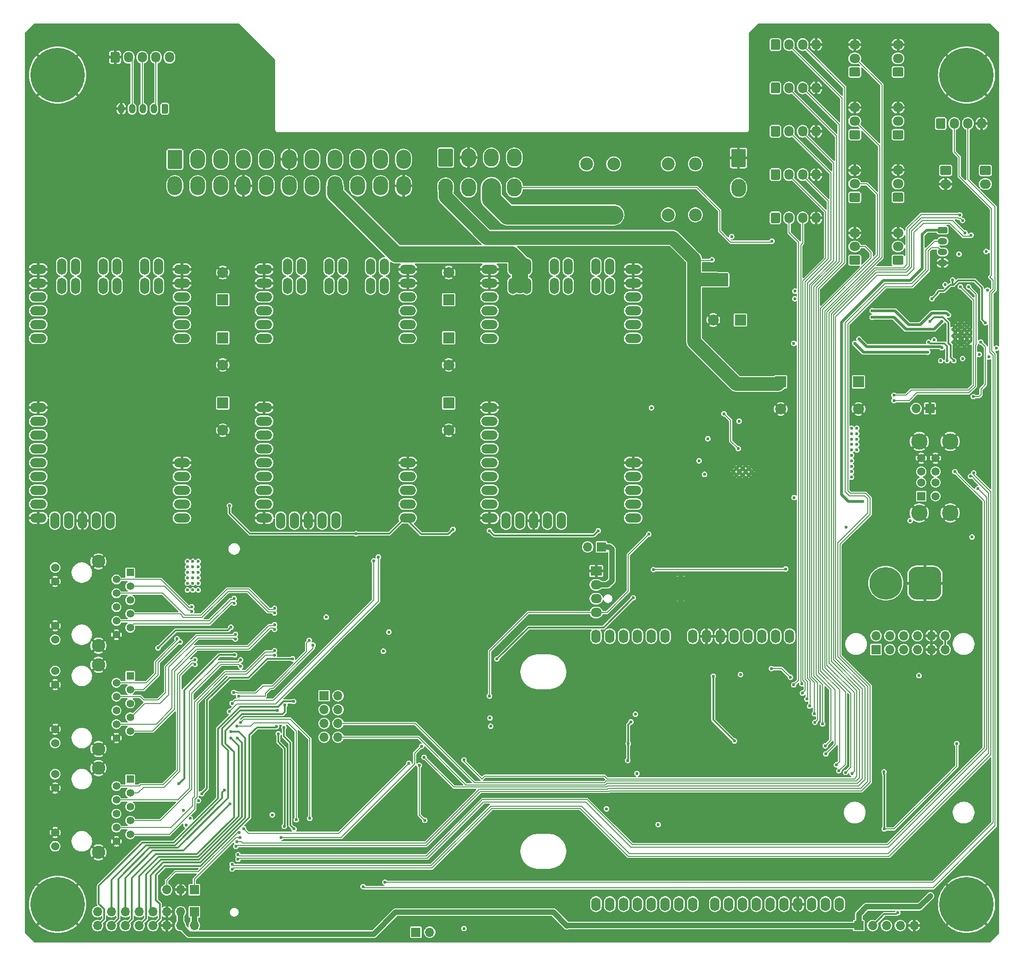
<source format=gbl>
G04 #@! TF.GenerationSoftware,KiCad,Pcbnew,8.0.4+1*
G04 #@! TF.CreationDate,2024-10-19T19:49:52+00:00*
G04 #@! TF.ProjectId,hw-openmower-yardforce,68772d6f-7065-46e6-9d6f-7765722d7961,rev?*
G04 #@! TF.SameCoordinates,Original*
G04 #@! TF.FileFunction,Copper,L4,Bot*
G04 #@! TF.FilePolarity,Positive*
%FSLAX46Y46*%
G04 Gerber Fmt 4.6, Leading zero omitted, Abs format (unit mm)*
G04 Created by KiCad (PCBNEW 8.0.4+1) date 2024-10-19 19:49:52*
%MOMM*%
%LPD*%
G01*
G04 APERTURE LIST*
G04 #@! TA.AperFunction,ComponentPad*
%ADD10C,6.000000*%
G04 #@! TD*
G04 #@! TA.AperFunction,ComponentPad*
%ADD11R,2.000000X2.000000*%
G04 #@! TD*
G04 #@! TA.AperFunction,ComponentPad*
%ADD12C,2.000000*%
G04 #@! TD*
G04 #@! TA.AperFunction,ComponentPad*
%ADD13O,1.950000X1.700000*%
G04 #@! TD*
G04 #@! TA.AperFunction,ComponentPad*
%ADD14O,1.700000X1.950000*%
G04 #@! TD*
G04 #@! TA.AperFunction,ComponentPad*
%ADD15R,1.700000X1.700000*%
G04 #@! TD*
G04 #@! TA.AperFunction,ComponentPad*
%ADD16O,1.700000X1.700000*%
G04 #@! TD*
G04 #@! TA.AperFunction,ComponentPad*
%ADD17C,0.500000*%
G04 #@! TD*
G04 #@! TA.AperFunction,ComponentPad*
%ADD18R,1.398000X1.398000*%
G04 #@! TD*
G04 #@! TA.AperFunction,ComponentPad*
%ADD19C,1.398000*%
G04 #@! TD*
G04 #@! TA.AperFunction,ComponentPad*
%ADD20C,1.530000*%
G04 #@! TD*
G04 #@! TA.AperFunction,ComponentPad*
%ADD21C,2.445000*%
G04 #@! TD*
G04 #@! TA.AperFunction,ComponentPad*
%ADD22O,1.727200X2.500000*%
G04 #@! TD*
G04 #@! TA.AperFunction,ComponentPad*
%ADD23C,0.900000*%
G04 #@! TD*
G04 #@! TA.AperFunction,ComponentPad*
%ADD24C,10.000000*%
G04 #@! TD*
G04 #@! TA.AperFunction,ComponentPad*
%ADD25O,3.000000X1.700000*%
G04 #@! TD*
G04 #@! TA.AperFunction,ComponentPad*
%ADD26O,1.700000X3.000000*%
G04 #@! TD*
G04 #@! TA.AperFunction,ComponentPad*
%ADD27C,2.350000*%
G04 #@! TD*
G04 #@! TA.AperFunction,ComponentPad*
%ADD28R,1.500000X1.500000*%
G04 #@! TD*
G04 #@! TA.AperFunction,ComponentPad*
%ADD29C,1.500000*%
G04 #@! TD*
G04 #@! TA.AperFunction,ComponentPad*
%ADD30C,3.000000*%
G04 #@! TD*
G04 #@! TA.AperFunction,ComponentPad*
%ADD31O,2.700000X3.300000*%
G04 #@! TD*
G04 #@! TA.AperFunction,ComponentPad*
%ADD32O,1.750000X1.200000*%
G04 #@! TD*
G04 #@! TA.AperFunction,ComponentPad*
%ADD33O,2.700000X3.500000*%
G04 #@! TD*
G04 #@! TA.AperFunction,ComponentPad*
%ADD34R,2.030000X1.730000*%
G04 #@! TD*
G04 #@! TA.AperFunction,ComponentPad*
%ADD35O,2.030000X1.730000*%
G04 #@! TD*
G04 #@! TA.AperFunction,ComponentPad*
%ADD36O,2.000000X1.700000*%
G04 #@! TD*
G04 #@! TA.AperFunction,ComponentPad*
%ADD37C,0.600000*%
G04 #@! TD*
G04 #@! TA.AperFunction,SMDPad,CuDef*
%ADD38R,2.950000X4.500000*%
G04 #@! TD*
G04 #@! TA.AperFunction,ComponentPad*
%ADD39O,1.200000X1.750000*%
G04 #@! TD*
G04 #@! TA.AperFunction,ViaPad*
%ADD40C,0.600000*%
G04 #@! TD*
G04 #@! TA.AperFunction,Conductor*
%ADD41C,1.000000*%
G04 #@! TD*
G04 #@! TA.AperFunction,Conductor*
%ADD42C,0.300000*%
G04 #@! TD*
G04 #@! TA.AperFunction,Conductor*
%ADD43C,0.200000*%
G04 #@! TD*
G04 #@! TA.AperFunction,Conductor*
%ADD44C,3.500000*%
G04 #@! TD*
G04 #@! TA.AperFunction,Conductor*
%ADD45C,3.000000*%
G04 #@! TD*
G04 #@! TA.AperFunction,Conductor*
%ADD46C,0.500000*%
G04 #@! TD*
G04 #@! TA.AperFunction,Conductor*
%ADD47C,2.500000*%
G04 #@! TD*
G04 APERTURE END LIST*
G04 #@! TA.AperFunction,ComponentPad*
G36*
G01*
X189500000Y-121000000D02*
X189500000Y-124000000D01*
G75*
G02*
X188000000Y-125500000I-1500000J0D01*
G01*
X185000000Y-125500000D01*
G75*
G02*
X183500000Y-124000000I0J1500000D01*
G01*
X183500000Y-121000000D01*
G75*
G02*
X185000000Y-119500000I1500000J0D01*
G01*
X188000000Y-119500000D01*
G75*
G02*
X189500000Y-121000000I0J-1500000D01*
G01*
G37*
G04 #@! TD.AperFunction*
D10*
X179300000Y-122500000D03*
D11*
X99000000Y-70367678D03*
D12*
X99000000Y-65367678D03*
G04 #@! TA.AperFunction,ComponentPad*
G36*
G01*
X182275000Y-63950000D02*
X180825000Y-63950000D01*
G75*
G02*
X180575000Y-63700000I0J250000D01*
G01*
X180575000Y-62500000D01*
G75*
G02*
X180825000Y-62250000I250000J0D01*
G01*
X182275000Y-62250000D01*
G75*
G02*
X182525000Y-62500000I0J-250000D01*
G01*
X182525000Y-63700000D01*
G75*
G02*
X182275000Y-63950000I-250000J0D01*
G01*
G37*
G04 #@! TD.AperFunction*
D13*
X181550000Y-60600000D03*
X181550000Y-58100000D03*
G04 #@! TA.AperFunction,ComponentPad*
G36*
G01*
X158175000Y-24190000D02*
X158175000Y-22740000D01*
G75*
G02*
X158425000Y-22490000I250000J0D01*
G01*
X159625000Y-22490000D01*
G75*
G02*
X159875000Y-22740000I0J-250000D01*
G01*
X159875000Y-24190000D01*
G75*
G02*
X159625000Y-24440000I-250000J0D01*
G01*
X158425000Y-24440000D01*
G75*
G02*
X158175000Y-24190000I0J250000D01*
G01*
G37*
G04 #@! TD.AperFunction*
D14*
X161525000Y-23465000D03*
X164025000Y-23465000D03*
X166525000Y-23465000D03*
D11*
X99000000Y-77367679D03*
D12*
X99000000Y-82367679D03*
D15*
X174360000Y-185450000D03*
D16*
X176900000Y-185450000D03*
X179439999Y-185450000D03*
X181980000Y-185450000D03*
X184520000Y-185450000D03*
D15*
X76125000Y-143200000D03*
D16*
X78665000Y-143200000D03*
X76125000Y-145740000D03*
X78665000Y-145740000D03*
X76125000Y-148279999D03*
X78665000Y-148280000D03*
X76125000Y-150820000D03*
X78665000Y-150820000D03*
D17*
X194700000Y-78160000D03*
X194700000Y-77000000D03*
X194700000Y-75840000D03*
X193765000Y-79050000D03*
X193765000Y-78160000D03*
X193765000Y-77000000D03*
X193765000Y-75840000D03*
X193765000Y-74950000D03*
X192535000Y-79050000D03*
X192535000Y-78160000D03*
X192535000Y-77000000D03*
X192535000Y-75840000D03*
X192535000Y-74950000D03*
X191600000Y-78160000D03*
X191600000Y-77000000D03*
X191600000Y-75840000D03*
D15*
X52275000Y-178875000D03*
D16*
X49735000Y-178875000D03*
X47195000Y-178875000D03*
D18*
X40490000Y-120535000D03*
D19*
X37950000Y-121815000D03*
X40490000Y-123075000D03*
X37950000Y-124355000D03*
X40490000Y-125615000D03*
X37950000Y-126895000D03*
X40490000Y-128155000D03*
X37950000Y-129435001D03*
X40490000Y-130695000D03*
X37950000Y-131975000D03*
D20*
X26700000Y-119630000D03*
X26700000Y-122170000D03*
X26700000Y-130340000D03*
X26700000Y-132880000D03*
D21*
X34650000Y-118510000D03*
X34650000Y-134000000D03*
G04 #@! TA.AperFunction,ComponentPad*
G36*
G01*
X36850000Y-26525000D02*
X36850000Y-25075000D01*
G75*
G02*
X37100000Y-24825000I250000J0D01*
G01*
X38300000Y-24825000D01*
G75*
G02*
X38550000Y-25075000I0J-250000D01*
G01*
X38550000Y-26525000D01*
G75*
G02*
X38300000Y-26775000I-250000J0D01*
G01*
X37100000Y-26775000D01*
G75*
G02*
X36850000Y-26525000I0J250000D01*
G01*
G37*
G04 #@! TD.AperFunction*
D14*
X40200000Y-25800000D03*
X42700000Y-25800000D03*
X45200000Y-25800000D03*
X47700000Y-25800000D03*
D22*
X161637500Y-132257500D03*
X154017500Y-132257500D03*
X151477500Y-132257500D03*
X138777500Y-132257500D03*
X136237500Y-132257500D03*
X133697500Y-132257500D03*
X131157500Y-132257500D03*
X128617500Y-132257500D03*
X126077500Y-132257500D03*
X165701500Y-181517500D03*
X126077500Y-181517500D03*
X128617500Y-181517500D03*
X131157500Y-181517500D03*
X133697501Y-181517500D03*
X136237500Y-181517500D03*
X138777500Y-181517500D03*
X141317500Y-181517500D03*
X143857499Y-181517500D03*
X147921499Y-181517500D03*
X150461500Y-181517500D03*
X153001500Y-181517500D03*
X155541500Y-181517500D03*
X158081500Y-181517500D03*
X160621501Y-181517500D03*
X163161500Y-181517500D03*
X148937500Y-132257500D03*
X146397500Y-132257500D03*
X159097500Y-132257500D03*
X156557500Y-132257500D03*
X170781499Y-181517500D03*
X168241500Y-181517500D03*
X143857500Y-132257500D03*
G04 #@! TA.AperFunction,ComponentPad*
G36*
G01*
X174325000Y-52416666D02*
X172875000Y-52416666D01*
G75*
G02*
X172625000Y-52166666I0J250000D01*
G01*
X172625000Y-50966666D01*
G75*
G02*
X172875000Y-50716666I250000J0D01*
G01*
X174325000Y-50716666D01*
G75*
G02*
X174575000Y-50966666I0J-250000D01*
G01*
X174575000Y-52166666D01*
G75*
G02*
X174325000Y-52416666I-250000J0D01*
G01*
G37*
G04 #@! TD.AperFunction*
D13*
X173600000Y-49066666D03*
X173600000Y-46566666D03*
D23*
X23400000Y-181565000D03*
X24498350Y-178913350D03*
X24498350Y-184216650D03*
X27150000Y-177815000D03*
D24*
X27150000Y-181565000D03*
D23*
X27150000Y-185315000D03*
X29801650Y-178913350D03*
X29801650Y-184216650D03*
X30900000Y-181565000D03*
G04 #@! TA.AperFunction,ComponentPad*
G36*
G01*
X158175000Y-32157500D02*
X158175000Y-30707500D01*
G75*
G02*
X158425000Y-30457500I250000J0D01*
G01*
X159625000Y-30457500D01*
G75*
G02*
X159875000Y-30707500I0J-250000D01*
G01*
X159875000Y-32157500D01*
G75*
G02*
X159625000Y-32407500I-250000J0D01*
G01*
X158425000Y-32407500D01*
G75*
G02*
X158175000Y-32157500I0J250000D01*
G01*
G37*
G04 #@! TD.AperFunction*
D14*
X161525000Y-31432500D03*
X164025000Y-31432500D03*
X166525000Y-31432500D03*
D25*
X106500000Y-107960002D03*
X106500000Y-105420002D03*
X106500000Y-100340002D03*
X106500000Y-97800002D03*
X106500000Y-95260002D03*
X106500000Y-102880002D03*
X106500000Y-72400002D03*
X132900000Y-72400002D03*
X106500000Y-69860002D03*
X132900000Y-69860002D03*
X106500000Y-92720002D03*
D26*
X109540000Y-111000002D03*
X112080000Y-111000002D03*
X117160000Y-111000002D03*
X119700000Y-111000002D03*
D25*
X132900000Y-110500002D03*
X132900000Y-107960002D03*
X132900000Y-105420002D03*
X132900000Y-102880002D03*
X106500000Y-110500002D03*
D26*
X114620000Y-111000002D03*
D25*
X132900000Y-100340002D03*
X106500000Y-90180002D03*
X106500000Y-67320002D03*
X132900000Y-67320002D03*
X106500000Y-64780002D03*
X132900000Y-64780002D03*
D26*
X126050000Y-67820002D03*
X128590000Y-67820002D03*
X126050000Y-64280002D03*
X128590000Y-64280002D03*
X118430000Y-67820002D03*
X120970000Y-67820002D03*
X118430000Y-64280002D03*
X120970000Y-64280002D03*
D25*
X106500000Y-77480002D03*
X132900000Y-77480002D03*
X106500000Y-74940002D03*
X132900000Y-74940002D03*
D26*
X110810000Y-67820002D03*
X113350000Y-67820002D03*
X110810000Y-64280002D03*
X113350000Y-64280002D03*
D27*
X124325000Y-54765000D03*
X129325000Y-54765000D03*
X139325000Y-54765000D03*
X144325000Y-54765000D03*
D28*
X185820000Y-106500000D03*
D29*
X185820000Y-104000000D03*
X185820000Y-101999999D03*
X185820000Y-99500001D03*
X188440000Y-106500000D03*
X188440000Y-104000000D03*
X188440000Y-102000000D03*
X188440000Y-99500000D03*
D30*
X185470000Y-109570000D03*
X191150000Y-109570000D03*
X185470000Y-96430000D03*
X191150000Y-96430000D03*
G04 #@! TA.AperFunction,ComponentPad*
G36*
G01*
X174325000Y-63950000D02*
X172875000Y-63950000D01*
G75*
G02*
X172625000Y-63700000I0J250000D01*
G01*
X172625000Y-62500000D01*
G75*
G02*
X172875000Y-62250000I250000J0D01*
G01*
X174325000Y-62250000D01*
G75*
G02*
X174575000Y-62500000I0J-250000D01*
G01*
X174575000Y-63700000D01*
G75*
G02*
X174325000Y-63950000I-250000J0D01*
G01*
G37*
G04 #@! TD.AperFunction*
D13*
X173600000Y-60600000D03*
X173600000Y-58100000D03*
G04 #@! TA.AperFunction,ComponentPad*
G36*
G01*
X97100000Y-45649999D02*
X97100000Y-42850001D01*
G75*
G02*
X97350001Y-42600000I250001J0D01*
G01*
X99549999Y-42600000D01*
G75*
G02*
X99800000Y-42850001I0J-250001D01*
G01*
X99800000Y-45649999D01*
G75*
G02*
X99549999Y-45900000I-250001J0D01*
G01*
X97350001Y-45900000D01*
G75*
G02*
X97100000Y-45649999I0J250001D01*
G01*
G37*
G04 #@! TD.AperFunction*
D31*
X102650000Y-44250000D03*
X106850000Y-44250000D03*
X111050000Y-44250000D03*
X98450000Y-49750000D03*
X102650000Y-49750000D03*
X106850000Y-49750000D03*
X111050000Y-49750000D03*
D18*
X40490000Y-158535000D03*
D19*
X37950000Y-159815000D03*
X40490000Y-161075000D03*
X37950000Y-162355000D03*
X40490000Y-163615000D03*
X37950000Y-164895000D03*
X40490000Y-166155000D03*
X37950000Y-167435001D03*
X40490000Y-168695000D03*
X37950000Y-169975000D03*
D20*
X26700000Y-157630000D03*
X26700000Y-160170000D03*
X26700000Y-168340000D03*
X26700000Y-170880000D03*
D21*
X34650000Y-156510000D03*
X34650000Y-172000000D03*
G04 #@! TA.AperFunction,ComponentPad*
G36*
G01*
X174325000Y-29350000D02*
X172875000Y-29350000D01*
G75*
G02*
X172625000Y-29100000I0J250000D01*
G01*
X172625000Y-27900000D01*
G75*
G02*
X172875000Y-27650000I250000J0D01*
G01*
X174325000Y-27650000D01*
G75*
G02*
X174575000Y-27900000I0J-250000D01*
G01*
X174575000Y-29100000D01*
G75*
G02*
X174325000Y-29350000I-250000J0D01*
G01*
G37*
G04 #@! TD.AperFunction*
D13*
X173600000Y-26000000D03*
X173600000Y-23500000D03*
G04 #@! TA.AperFunction,ComponentPad*
G36*
G01*
X174325000Y-40883333D02*
X172875000Y-40883333D01*
G75*
G02*
X172625000Y-40633333I0J250000D01*
G01*
X172625000Y-39433333D01*
G75*
G02*
X172875000Y-39183333I250000J0D01*
G01*
X174325000Y-39183333D01*
G75*
G02*
X174575000Y-39433333I0J-250000D01*
G01*
X174575000Y-40633333D01*
G75*
G02*
X174325000Y-40883333I-250000J0D01*
G01*
G37*
G04 #@! TD.AperFunction*
X173600000Y-37533333D03*
X173600000Y-35033333D03*
G04 #@! TA.AperFunction,ComponentPad*
G36*
G01*
X189125000Y-57000000D02*
X190375000Y-57000000D01*
G75*
G02*
X190625000Y-57250000I0J-250000D01*
G01*
X190625000Y-57950000D01*
G75*
G02*
X190375000Y-58200000I-250000J0D01*
G01*
X189125000Y-58200000D01*
G75*
G02*
X188875000Y-57950000I0J250000D01*
G01*
X188875000Y-57250000D01*
G75*
G02*
X189125000Y-57000000I250000J0D01*
G01*
G37*
G04 #@! TD.AperFunction*
D32*
X189750000Y-59600001D03*
X189750000Y-61600000D03*
X189750000Y-63600000D03*
G04 #@! TA.AperFunction,ComponentPad*
G36*
G01*
X182275000Y-29350000D02*
X180825000Y-29350000D01*
G75*
G02*
X180575000Y-29100000I0J250000D01*
G01*
X180575000Y-27900000D01*
G75*
G02*
X180825000Y-27650000I250000J0D01*
G01*
X182275000Y-27650000D01*
G75*
G02*
X182525000Y-27900000I0J-250000D01*
G01*
X182525000Y-29100000D01*
G75*
G02*
X182275000Y-29350000I-250000J0D01*
G01*
G37*
G04 #@! TD.AperFunction*
D13*
X181550000Y-26000000D03*
X181550000Y-23500000D03*
G04 #@! TA.AperFunction,ComponentPad*
G36*
G01*
X150900000Y-45714999D02*
X150900000Y-42915001D01*
G75*
G02*
X151150001Y-42665000I250001J0D01*
G01*
X153349999Y-42665000D01*
G75*
G02*
X153600000Y-42915001I0J-250001D01*
G01*
X153600000Y-45714999D01*
G75*
G02*
X153349999Y-45965000I-250001J0D01*
G01*
X151150001Y-45965000D01*
G75*
G02*
X150900000Y-45714999I0J250001D01*
G01*
G37*
G04 #@! TD.AperFunction*
D31*
X152250000Y-49815000D03*
D15*
X127075000Y-115840000D03*
D16*
X124535000Y-115840000D03*
G04 #@! TA.AperFunction,ComponentPad*
G36*
G01*
X47350000Y-46074999D02*
X47350000Y-43075001D01*
G75*
G02*
X47600001Y-42825000I250001J0D01*
G01*
X49799999Y-42825000D01*
G75*
G02*
X50050000Y-43075001I0J-250001D01*
G01*
X50050000Y-46074999D01*
G75*
G02*
X49799999Y-46325000I-250001J0D01*
G01*
X47600001Y-46325000D01*
G75*
G02*
X47350000Y-46074999I0J250001D01*
G01*
G37*
G04 #@! TD.AperFunction*
D33*
X52900000Y-44575000D03*
X57100000Y-44575000D03*
X61300000Y-44575000D03*
X65500000Y-44575000D03*
X69700000Y-44575000D03*
X73900000Y-44575000D03*
X78100000Y-44575000D03*
X82300000Y-44575000D03*
X86500000Y-44575000D03*
X90700000Y-44575000D03*
X48700000Y-49425000D03*
X52900000Y-49425000D03*
X57100000Y-49425000D03*
X61300000Y-49425000D03*
X65500000Y-49425000D03*
X69700000Y-49425000D03*
X73900000Y-49425000D03*
X78100000Y-49425000D03*
X82300000Y-49425000D03*
X86500000Y-49425000D03*
X90700000Y-49425000D03*
D34*
X126100000Y-120260000D03*
D35*
X126100000Y-122800000D03*
X126100000Y-125340000D03*
X126100000Y-127880000D03*
D11*
X57500000Y-89382325D03*
D12*
X57500000Y-94382325D03*
D15*
X52280000Y-182925000D03*
D16*
X52280000Y-185465000D03*
X49740000Y-182925000D03*
X49740000Y-185465000D03*
X47200001Y-182925000D03*
X47200000Y-185465000D03*
X44660000Y-182925000D03*
X44660000Y-185465000D03*
X42120000Y-182925000D03*
X42120000Y-185465000D03*
X39580000Y-182925000D03*
X39580000Y-185465000D03*
X37040000Y-182925000D03*
X37040000Y-185465000D03*
X34499999Y-182925000D03*
X34500000Y-185465000D03*
D11*
X99000000Y-89382325D03*
D12*
X99000000Y-94382325D03*
G04 #@! TA.AperFunction,ComponentPad*
G36*
G01*
X182275000Y-52383332D02*
X180825000Y-52383332D01*
G75*
G02*
X180575000Y-52133332I0J250000D01*
G01*
X180575000Y-50933332D01*
G75*
G02*
X180825000Y-50683332I250000J0D01*
G01*
X182275000Y-50683332D01*
G75*
G02*
X182525000Y-50933332I0J-250000D01*
G01*
X182525000Y-52133332D01*
G75*
G02*
X182275000Y-52383332I-250000J0D01*
G01*
G37*
G04 #@! TD.AperFunction*
D13*
X181550000Y-49033332D03*
X181550000Y-46533332D03*
D23*
X190400000Y-181565000D03*
X191498350Y-178913350D03*
X191498350Y-184216650D03*
X194150000Y-177815000D03*
D24*
X194150000Y-181565000D03*
D23*
X194150000Y-185315000D03*
X196801650Y-178913350D03*
X196801650Y-184216650D03*
X197900000Y-181565000D03*
G04 #@! TA.AperFunction,ComponentPad*
G36*
G01*
X189550000Y-45750000D02*
X191050000Y-45750000D01*
G75*
G02*
X191300000Y-46000000I0J-250000D01*
G01*
X191300000Y-47200000D01*
G75*
G02*
X191050000Y-47450000I-250000J0D01*
G01*
X189550000Y-47450000D01*
G75*
G02*
X189300000Y-47200000I0J250000D01*
G01*
X189300000Y-46000000D01*
G75*
G02*
X189550000Y-45750000I250000J0D01*
G01*
G37*
G04 #@! TD.AperFunction*
D36*
X190300000Y-49100000D03*
D25*
X65085001Y-107960002D03*
X65085001Y-105420002D03*
X65085001Y-100340002D03*
X65085001Y-97800002D03*
X65085001Y-95260002D03*
X65085001Y-102880002D03*
X65085001Y-72400002D03*
X91485001Y-72400002D03*
X65085001Y-69860002D03*
X91485001Y-69860002D03*
X65085001Y-92720002D03*
D26*
X68125001Y-111000002D03*
X70665001Y-111000002D03*
X75745001Y-111000002D03*
X78285001Y-111000002D03*
D25*
X91485001Y-110500002D03*
X91485001Y-107960002D03*
X91485001Y-105420002D03*
X91485001Y-102880002D03*
X65085001Y-110500002D03*
D26*
X73205001Y-111000002D03*
D25*
X91485001Y-100340002D03*
X65085001Y-90180002D03*
X65085001Y-67320002D03*
X91485001Y-67320002D03*
X65085001Y-64780002D03*
X91485001Y-64780002D03*
D26*
X84635001Y-67820002D03*
X87175001Y-67820002D03*
X84635001Y-64280002D03*
X87175001Y-64280002D03*
X77015001Y-67820002D03*
X79555001Y-67820002D03*
X77015001Y-64280002D03*
X79555001Y-64280002D03*
D25*
X65085001Y-77480002D03*
X91485001Y-77480002D03*
X65085001Y-74940002D03*
X91485001Y-74940002D03*
D26*
X69395001Y-67820002D03*
X71935001Y-67820002D03*
X69395001Y-64280002D03*
X71935001Y-64280002D03*
D11*
X174300000Y-85482323D03*
D12*
X174300000Y-90482323D03*
D11*
X57500000Y-77367679D03*
D12*
X57500000Y-82367679D03*
G04 #@! TA.AperFunction,ComponentPad*
G36*
G01*
X182275000Y-40883333D02*
X180825000Y-40883333D01*
G75*
G02*
X180575000Y-40633333I0J250000D01*
G01*
X180575000Y-39433333D01*
G75*
G02*
X180825000Y-39183333I250000J0D01*
G01*
X182275000Y-39183333D01*
G75*
G02*
X182525000Y-39433333I0J-250000D01*
G01*
X182525000Y-40633333D01*
G75*
G02*
X182275000Y-40883333I-250000J0D01*
G01*
G37*
G04 #@! TD.AperFunction*
D13*
X181550000Y-37533333D03*
X181550000Y-35033333D03*
D37*
X141000000Y-121700000D03*
X141000000Y-122900000D03*
X141000000Y-124200000D03*
X141000000Y-125300000D03*
D38*
X141600000Y-123500000D03*
D37*
X142200000Y-121700000D03*
X142200000Y-122900000D03*
X142200000Y-124200000D03*
X142200000Y-125300000D03*
G04 #@! TA.AperFunction,ComponentPad*
G36*
G01*
X158175000Y-40125000D02*
X158175000Y-38675000D01*
G75*
G02*
X158425000Y-38425000I250000J0D01*
G01*
X159625000Y-38425000D01*
G75*
G02*
X159875000Y-38675000I0J-250000D01*
G01*
X159875000Y-40125000D01*
G75*
G02*
X159625000Y-40375000I-250000J0D01*
G01*
X158425000Y-40375000D01*
G75*
G02*
X158175000Y-40125000I0J250000D01*
G01*
G37*
G04 #@! TD.AperFunction*
D14*
X161525000Y-39400000D03*
X164025000Y-39400000D03*
X166525000Y-39400000D03*
D25*
X23600000Y-107960002D03*
X23600000Y-105420002D03*
X23600000Y-100340002D03*
X23600000Y-97800002D03*
X23600000Y-95260002D03*
X23600000Y-102880002D03*
X23600000Y-72400002D03*
X50000000Y-72400002D03*
X23600000Y-69860002D03*
X50000000Y-69860002D03*
X23600000Y-92720002D03*
D26*
X26640000Y-111000002D03*
X29180000Y-111000002D03*
X34260000Y-111000002D03*
X36800000Y-111000002D03*
D25*
X50000000Y-110500002D03*
X50000000Y-107960002D03*
X50000000Y-105420002D03*
X50000000Y-102880002D03*
X23600000Y-110500002D03*
D26*
X31720000Y-111000002D03*
D25*
X50000000Y-100340002D03*
X23600000Y-90180002D03*
X23600000Y-67320002D03*
X50000000Y-67320002D03*
X23600000Y-64780002D03*
X50000000Y-64780002D03*
D26*
X43150000Y-67820002D03*
X45690000Y-67820002D03*
X43150000Y-64280002D03*
X45690000Y-64280002D03*
X35530000Y-67820002D03*
X38070000Y-67820002D03*
X35530000Y-64280002D03*
X38070000Y-64280002D03*
D25*
X23600000Y-77480002D03*
X50000000Y-77480002D03*
X23600000Y-74940002D03*
X50000000Y-74940002D03*
D26*
X27910000Y-67820002D03*
X30450000Y-67820002D03*
X27910000Y-64280002D03*
X30450000Y-64280002D03*
D15*
X187400000Y-90400000D03*
D16*
X184860000Y-90400000D03*
D15*
X92975000Y-186672500D03*
D16*
X95515000Y-186672500D03*
D23*
X190400000Y-29065000D03*
X191498350Y-26413350D03*
X191498350Y-31716650D03*
X194150000Y-25315000D03*
D24*
X194150000Y-29065000D03*
D23*
X194150000Y-32815000D03*
X196801650Y-26413350D03*
X196801650Y-31716650D03*
X197900000Y-29065000D03*
D18*
X40490000Y-139535000D03*
D19*
X37950000Y-140815000D03*
X40490000Y-142075000D03*
X37950000Y-143355000D03*
X40490000Y-144615000D03*
X37950000Y-145895000D03*
X40490000Y-147155000D03*
X37950000Y-148435001D03*
X40490000Y-149695000D03*
X37950000Y-150975000D03*
D20*
X26700000Y-138630000D03*
X26700000Y-141170000D03*
X26700000Y-149340000D03*
X26700000Y-151880000D03*
D21*
X34650000Y-137510000D03*
X34650000Y-153000000D03*
D23*
X23400000Y-29065000D03*
X24498350Y-26413350D03*
X24498350Y-31716650D03*
X27150000Y-25315000D03*
D24*
X27150000Y-29065000D03*
D23*
X27150000Y-32815000D03*
X29801650Y-26413350D03*
X29801650Y-31716650D03*
X30900000Y-29065000D03*
D11*
X152600000Y-74100000D03*
D12*
X147600000Y-74100000D03*
D15*
X177512500Y-134707499D03*
D16*
X180052500Y-134707499D03*
X182592500Y-134707499D03*
X185132500Y-134707499D03*
X187672500Y-134707499D03*
X190212500Y-134707499D03*
X177512501Y-132167499D03*
X180052500Y-132167499D03*
X182592500Y-132167499D03*
X185132500Y-132167499D03*
X187672500Y-132167498D03*
X190212500Y-132167499D03*
D11*
X160000000Y-85482323D03*
D12*
X160000000Y-90482323D03*
G04 #@! TA.AperFunction,ComponentPad*
G36*
G01*
X47446000Y-34634999D02*
X47446000Y-35885001D01*
G75*
G02*
X47196001Y-36135000I-249999J0D01*
G01*
X46495999Y-36135000D01*
G75*
G02*
X46246000Y-35885001I0J249999D01*
G01*
X46246000Y-34634999D01*
G75*
G02*
X46495999Y-34385000I249999J0D01*
G01*
X47196001Y-34385000D01*
G75*
G02*
X47446000Y-34634999I0J-249999D01*
G01*
G37*
G04 #@! TD.AperFunction*
D39*
X44846000Y-35260000D03*
X42846000Y-35260000D03*
X40846000Y-35260000D03*
X38846000Y-35260000D03*
D11*
X57500000Y-70367678D03*
D12*
X57500000Y-65367678D03*
G04 #@! TA.AperFunction,ComponentPad*
G36*
G01*
X196850000Y-45750000D02*
X198350000Y-45750000D01*
G75*
G02*
X198600000Y-46000000I0J-250000D01*
G01*
X198600000Y-47200000D01*
G75*
G02*
X198350000Y-47450000I-250000J0D01*
G01*
X196850000Y-47450000D01*
G75*
G02*
X196600000Y-47200000I0J250000D01*
G01*
X196600000Y-46000000D01*
G75*
G02*
X196850000Y-45750000I250000J0D01*
G01*
G37*
G04 #@! TD.AperFunction*
D36*
X197600000Y-49100000D03*
G04 #@! TA.AperFunction,ComponentPad*
G36*
G01*
X188550000Y-38700000D02*
X188550000Y-37250000D01*
G75*
G02*
X188800000Y-37000000I250000J0D01*
G01*
X190000000Y-37000000D01*
G75*
G02*
X190250000Y-37250000I0J-250000D01*
G01*
X190250000Y-38700000D01*
G75*
G02*
X190000000Y-38950000I-250000J0D01*
G01*
X188800000Y-38950000D01*
G75*
G02*
X188550000Y-38700000I0J250000D01*
G01*
G37*
G04 #@! TD.AperFunction*
D14*
X191900000Y-37975000D03*
X194400000Y-37975000D03*
X196900000Y-37975000D03*
G04 #@! TA.AperFunction,ComponentPad*
G36*
G01*
X158175000Y-56060000D02*
X158175000Y-54610000D01*
G75*
G02*
X158425000Y-54360000I250000J0D01*
G01*
X159625000Y-54360000D01*
G75*
G02*
X159875000Y-54610000I0J-250000D01*
G01*
X159875000Y-56060000D01*
G75*
G02*
X159625000Y-56310000I-250000J0D01*
G01*
X158425000Y-56310000D01*
G75*
G02*
X158175000Y-56060000I0J250000D01*
G01*
G37*
G04 #@! TD.AperFunction*
X161525000Y-55335000D03*
X164025000Y-55335000D03*
X166525000Y-55335000D03*
D27*
X124325000Y-45415000D03*
X129325000Y-45415000D03*
X139325000Y-45415000D03*
X144325000Y-45415000D03*
D17*
X154140000Y-101350000D03*
X151860000Y-101350000D03*
X153000000Y-101350001D03*
X154710001Y-102000000D03*
X153570000Y-102000000D03*
X152430000Y-102000000D03*
X151289999Y-102000000D03*
X153000000Y-102649999D03*
X154140000Y-102650000D03*
X151860000Y-102650000D03*
G04 #@! TA.AperFunction,ComponentPad*
G36*
G01*
X158175000Y-48092500D02*
X158175000Y-46642500D01*
G75*
G02*
X158425000Y-46392500I250000J0D01*
G01*
X159625000Y-46392500D01*
G75*
G02*
X159875000Y-46642500I0J-250000D01*
G01*
X159875000Y-48092500D01*
G75*
G02*
X159625000Y-48342500I-250000J0D01*
G01*
X158425000Y-48342500D01*
G75*
G02*
X158175000Y-48092500I0J250000D01*
G01*
G37*
G04 #@! TD.AperFunction*
D14*
X161525000Y-47367500D03*
X164025000Y-47367500D03*
X166525000Y-47367500D03*
D40*
X131900000Y-155100000D03*
X132500000Y-148000000D03*
X185400000Y-139500000D03*
X51000000Y-123750000D03*
X132000000Y-152000000D03*
X187500000Y-180000000D03*
X53000000Y-123750000D03*
X52000000Y-123750000D03*
X128000000Y-164000000D03*
X67701473Y-150200000D03*
X68800000Y-167200000D03*
X181500000Y-183100000D03*
X70600000Y-167700000D03*
X68750000Y-149000000D03*
X158300000Y-138200000D03*
X161800000Y-139800000D03*
X60400000Y-143300000D03*
X74100000Y-133900000D03*
X137500000Y-144100000D03*
X34500000Y-176500000D03*
X115230000Y-40330000D03*
X161500000Y-102000000D03*
X145000000Y-93800000D03*
X190575000Y-69300000D03*
X157500000Y-104000000D03*
X185000000Y-72200000D03*
X151000000Y-68000000D03*
X161500000Y-103000000D03*
X161800000Y-90200000D03*
X56440000Y-102490000D03*
X192750000Y-170250000D03*
X66500000Y-151000000D03*
X128300000Y-144200000D03*
X58500000Y-175500000D03*
X88250000Y-153000000D03*
X158500000Y-103000000D03*
X72280000Y-40380000D03*
X156600000Y-80600000D03*
X174000000Y-179750000D03*
X164750000Y-174500000D03*
X174000000Y-92000000D03*
X123840000Y-102690000D03*
X60750000Y-135500000D03*
X66250000Y-121750000D03*
X167000000Y-58200000D03*
X181250000Y-100750000D03*
X180750000Y-91625000D03*
X158600000Y-79600000D03*
X184750000Y-156750000D03*
X127400000Y-158600000D03*
X58500000Y-136350000D03*
X86330000Y-106610000D03*
X149600000Y-90000000D03*
X180300000Y-179150000D03*
X149850000Y-76350000D03*
X53400000Y-146300000D03*
X66750000Y-176750000D03*
X157600000Y-80600000D03*
X179750000Y-103750000D03*
X52500000Y-126424999D03*
X156600000Y-81600000D03*
X160500000Y-104000000D03*
X159500000Y-104000000D03*
X129600000Y-153900000D03*
X66250000Y-120750000D03*
X173000000Y-92000000D03*
X183600000Y-86400000D03*
X102000000Y-143500000D03*
X159600000Y-81600000D03*
X133800000Y-125700000D03*
X87010000Y-40280000D03*
X58000000Y-181500000D03*
X133700000Y-122600000D03*
X157600000Y-89200000D03*
X157500000Y-103000000D03*
X66250000Y-122750000D03*
X58000000Y-130250000D03*
X192600000Y-73000000D03*
X144900000Y-91850000D03*
X72750000Y-176500000D03*
X29040000Y-37150000D03*
X149400000Y-87600000D03*
X186000000Y-170750000D03*
X71550000Y-91780000D03*
X86380000Y-89270000D03*
X177000000Y-90975000D03*
X68000000Y-176000000D03*
X184000000Y-72200000D03*
X181250000Y-144000000D03*
X161750000Y-93000000D03*
X146250000Y-143750000D03*
X66540000Y-61210000D03*
X157750000Y-93000000D03*
X194213015Y-57176836D03*
X159750000Y-93000000D03*
X60500000Y-121250000D03*
X159500000Y-103000000D03*
X66500000Y-126250000D03*
X96290000Y-110540000D03*
X54099265Y-141349265D03*
X65800000Y-37320000D03*
X184000000Y-71200000D03*
X72000000Y-143250000D03*
X71750000Y-104650000D03*
X159600000Y-80600000D03*
X166675000Y-169725000D03*
X181250000Y-99000000D03*
X137600000Y-155200000D03*
X161800000Y-88200000D03*
X58450938Y-129563080D03*
X60500000Y-120250000D03*
X66750000Y-129250000D03*
X185600000Y-53500000D03*
X60750000Y-131000000D03*
X195625000Y-142900000D03*
X118750000Y-133000000D03*
X49000000Y-123500000D03*
X144750000Y-154500000D03*
X179750000Y-100750000D03*
X57750000Y-133250000D03*
X58000000Y-138175000D03*
X148990000Y-40580000D03*
X157600000Y-90200000D03*
X198400000Y-67300000D03*
X58500000Y-173750000D03*
X160500000Y-103000000D03*
X67250000Y-121250000D03*
X66250000Y-119750000D03*
X41640000Y-59250000D03*
X196000000Y-116500000D03*
X176000000Y-92000000D03*
X147850000Y-76350000D03*
X158600000Y-80600000D03*
X142750000Y-165250000D03*
X128160000Y-89520000D03*
X67250000Y-122250000D03*
X155600000Y-81600000D03*
X185000000Y-70200000D03*
X157500000Y-102000000D03*
X191975000Y-91575000D03*
X173250000Y-116000000D03*
X29690000Y-88970000D03*
X25424465Y-125999269D03*
X106250000Y-173750000D03*
X195750000Y-119500000D03*
X197600000Y-75600000D03*
X181250000Y-102250000D03*
X184000000Y-73200000D03*
X150100000Y-135400000D03*
X68000000Y-154750000D03*
X162249864Y-153976597D03*
X179750000Y-102250000D03*
X158750000Y-93000000D03*
X118250000Y-124250000D03*
X195525000Y-149500000D03*
X67000000Y-132500000D03*
X66500000Y-134000000D03*
X117850000Y-45600000D03*
X76250000Y-166250000D03*
X53000000Y-164500000D03*
X143000000Y-141850000D03*
X66500000Y-142400000D03*
X94750000Y-144000000D03*
X183200000Y-81200000D03*
X195000000Y-100000000D03*
X157500000Y-105000000D03*
X192600000Y-72000000D03*
X160500000Y-105000000D03*
X55540000Y-33130000D03*
X66500000Y-171500000D03*
X58250000Y-178250000D03*
X153500000Y-153250000D03*
X185000000Y-74200000D03*
X60500000Y-127750000D03*
X184000000Y-70200000D03*
X188480000Y-32850000D03*
X153000000Y-91750000D03*
X158500000Y-104000000D03*
X60500000Y-118250000D03*
X66250000Y-178500000D03*
X186600000Y-67400000D03*
X66000000Y-139000000D03*
X63550000Y-58330000D03*
X182200000Y-83400000D03*
X178000000Y-89975000D03*
X129930000Y-40190000D03*
X150000000Y-64500000D03*
X194800000Y-81000000D03*
X66500000Y-173750000D03*
X157600000Y-88200000D03*
X148850000Y-71350000D03*
X116750000Y-129250000D03*
X193750000Y-117000000D03*
X189600000Y-84400000D03*
X185800000Y-85200000D03*
X195025000Y-94925000D03*
X41860000Y-104650000D03*
X159500000Y-105000000D03*
X42760000Y-111690000D03*
X155700000Y-139300000D03*
X187600000Y-71500000D03*
X67250000Y-120250000D03*
X190450000Y-143600000D03*
X195250000Y-121500000D03*
X58500000Y-171750000D03*
X88000000Y-167250000D03*
X139250000Y-169500000D03*
X67250000Y-123250000D03*
X185000000Y-71200000D03*
X181250000Y-103750000D03*
X178000000Y-90975000D03*
X155600000Y-79600000D03*
X149850000Y-71350000D03*
X177000000Y-92000000D03*
X167000000Y-61400000D03*
X64000000Y-183000000D03*
X160500000Y-102000000D03*
X123000000Y-152750000D03*
X194500000Y-151500000D03*
X149000000Y-85800000D03*
X148850000Y-76350000D03*
X59500000Y-178000000D03*
X185000000Y-73200000D03*
X66000000Y-137500000D03*
X177000000Y-89975000D03*
X114540000Y-97870000D03*
X197400000Y-87400000D03*
X24000000Y-162500000D03*
X151300000Y-169675000D03*
X147850000Y-71350000D03*
X159600000Y-79600000D03*
X157600000Y-81600000D03*
X137250000Y-174250000D03*
X153400000Y-93000000D03*
X158500000Y-102000000D03*
X137200000Y-152000000D03*
X24750000Y-145000000D03*
X196330000Y-53760000D03*
X145000000Y-95000000D03*
X191800000Y-65000000D03*
X97490000Y-104250000D03*
X175000000Y-92000000D03*
X193400000Y-60200000D03*
X161800000Y-89200000D03*
X157600000Y-79600000D03*
X197180000Y-56410000D03*
X31550000Y-47710000D03*
X131000000Y-136000000D03*
X192700000Y-53600000D03*
X36110000Y-54280000D03*
X66750000Y-155750000D03*
X155600000Y-80600000D03*
X189040000Y-22350000D03*
X30650000Y-104550000D03*
X159500000Y-102000000D03*
X156100000Y-137000000D03*
X196200000Y-87400000D03*
X177000000Y-87025000D03*
X196650000Y-94825000D03*
X48850000Y-89070000D03*
X90000000Y-128750000D03*
X145000000Y-101500000D03*
X151250000Y-166250000D03*
X60500000Y-119250000D03*
X101500000Y-122000000D03*
X165600000Y-59400000D03*
X66250000Y-123750000D03*
X178000000Y-87025000D03*
X158500000Y-105000000D03*
X57930000Y-58420000D03*
X194750000Y-128500000D03*
X156600000Y-79600000D03*
X114130000Y-104000000D03*
X93500000Y-117750000D03*
X154800000Y-57000000D03*
X160750000Y-93000000D03*
X62430000Y-28790000D03*
X158600000Y-81600000D03*
X147600000Y-139600000D03*
X53025000Y-162475000D03*
X192350000Y-152000000D03*
X179000000Y-157200000D03*
X151500000Y-151500000D03*
X179025000Y-167675000D03*
X66600000Y-165100000D03*
X58842045Y-163125000D03*
X174000000Y-98000000D03*
X52000000Y-121500000D03*
X173000000Y-101000000D03*
X173000000Y-100000000D03*
X183800000Y-111000000D03*
X152600000Y-139300000D03*
X173000000Y-98000000D03*
X174000000Y-97000000D03*
X173000000Y-99000000D03*
X53000000Y-121500000D03*
X145000006Y-100000000D03*
X133300000Y-146600000D03*
X195170000Y-114000000D03*
X51000000Y-119500000D03*
X53000000Y-119500000D03*
X53000000Y-118500000D03*
X197750000Y-61500000D03*
X133600000Y-157500000D03*
X173000000Y-103000000D03*
X51000000Y-118500000D03*
X146610000Y-95940000D03*
X174000000Y-96000000D03*
X101800000Y-186000000D03*
X53000000Y-122500000D03*
X173000000Y-102000000D03*
X173000000Y-94000000D03*
X52000000Y-118500000D03*
X51000000Y-122500000D03*
X172000000Y-112250000D03*
X173000000Y-97000000D03*
X192750000Y-62000000D03*
X173000000Y-95000000D03*
X51000000Y-120500000D03*
X53000000Y-120500000D03*
X173000000Y-96000000D03*
X52000000Y-122500000D03*
X52051894Y-120487380D03*
X146000000Y-102500000D03*
X137500000Y-166900000D03*
X174000000Y-95000000D03*
X51003493Y-121488126D03*
X174000000Y-94000000D03*
X52000000Y-119500000D03*
X162475001Y-106750000D03*
X152350000Y-92700000D03*
X94600000Y-166100000D03*
X93600000Y-156000000D03*
X86100000Y-117700000D03*
X58700000Y-146100000D03*
X57800000Y-160550000D03*
X106500000Y-112850000D03*
X126500000Y-112850000D03*
X82000000Y-113400000D03*
X50250000Y-164250000D03*
X76500000Y-128750000D03*
X99800000Y-112600000D03*
X58750000Y-108250000D03*
X196475000Y-80425000D03*
X106700000Y-148800000D03*
X59000000Y-149800000D03*
X132900000Y-125200000D03*
X53625000Y-161200000D03*
X70300000Y-136400000D03*
X107875000Y-136425000D03*
X59200000Y-144600000D03*
X85200000Y-118400000D03*
X59000000Y-151000000D03*
X59500000Y-142600000D03*
X73400000Y-133000000D03*
X198250000Y-80900000D03*
X106600000Y-147300000D03*
X59800000Y-131925000D03*
X49700521Y-133300521D03*
X67000000Y-130125000D03*
X59800000Y-132775000D03*
X49099479Y-132699479D03*
X67000000Y-130975000D03*
X51800000Y-127675000D03*
X59587384Y-125325000D03*
X59587384Y-126175000D03*
X67000000Y-127975000D03*
X51800000Y-126825000D03*
X67000000Y-127125000D03*
X60800000Y-136600000D03*
X60800000Y-137800000D03*
X168300000Y-153900000D03*
X168200000Y-152400000D03*
X67000000Y-135775000D03*
X52400000Y-136575000D03*
X67000000Y-134925000D03*
X52400000Y-137425000D03*
X195450521Y-102249479D03*
X59200000Y-175075000D03*
X194849479Y-102850521D03*
X59200000Y-174225000D03*
X60300000Y-173275000D03*
X196200000Y-105100000D03*
X60300000Y-172425000D03*
X192000000Y-102000000D03*
X45600000Y-134400000D03*
X59000000Y-130600000D03*
X59700000Y-135700000D03*
X49400000Y-159400000D03*
X167700000Y-148400000D03*
X166300000Y-148100000D03*
X166200000Y-146500000D03*
X165300000Y-145100000D03*
X164800000Y-143800000D03*
X164000000Y-142700000D03*
X162400000Y-141200000D03*
X163900000Y-141000000D03*
X60550000Y-168300000D03*
X60650000Y-169275000D03*
X60100000Y-148800000D03*
X83300000Y-178300000D03*
X71000000Y-166000000D03*
X60800000Y-148100000D03*
X87300000Y-177500000D03*
X73482517Y-165750000D03*
X195000000Y-58500000D03*
X94500000Y-154500000D03*
X193400000Y-55800000D03*
X193900000Y-58100000D03*
X61325000Y-167625000D03*
X91700000Y-155600000D03*
X101800000Y-155000000D03*
X192900000Y-54800000D03*
X193400000Y-81200000D03*
X199625000Y-79300000D03*
X136600000Y-120000000D03*
X160899999Y-119900002D03*
X175050000Y-107430000D03*
X59900000Y-170900000D03*
X60046890Y-170072350D03*
X60200000Y-151000000D03*
X68900000Y-144900000D03*
X106500000Y-143250000D03*
X94000000Y-152500000D03*
X68250000Y-169250000D03*
X135750000Y-113500000D03*
X136250000Y-90250000D03*
X50750000Y-167000000D03*
X151000000Y-58750000D03*
X88000000Y-131500000D03*
X70500000Y-144250000D03*
X51500000Y-165750000D03*
X87000000Y-135000000D03*
X67500000Y-145900000D03*
X67400000Y-148850000D03*
X173100000Y-157500000D03*
X171900000Y-157300000D03*
X170700000Y-157000000D03*
X170200000Y-155900000D03*
X173600000Y-78400000D03*
X162600000Y-70200000D03*
X187000000Y-80000000D03*
X190600000Y-81600000D03*
X187200000Y-78200000D03*
X190800000Y-73200000D03*
X176800000Y-72400000D03*
X189400000Y-81600000D03*
X190200000Y-67600000D03*
X197600000Y-74600000D03*
X187800000Y-70200000D03*
X158400000Y-59600000D03*
X191600000Y-66750000D03*
X174400000Y-77600000D03*
X189600000Y-79200000D03*
X162600000Y-68800000D03*
X162400000Y-78400000D03*
X188200000Y-77750000D03*
X180800000Y-87950000D03*
X193000000Y-68000000D03*
X189600000Y-74400000D03*
X176800000Y-73600000D03*
X196755393Y-78169607D03*
X195400000Y-88200000D03*
X150050000Y-67575000D03*
X157000000Y-85800000D03*
X180800000Y-88925000D03*
X198000000Y-68600000D03*
X147375000Y-63025000D03*
X155000000Y-85800000D03*
X158000000Y-85800000D03*
X194500000Y-68000000D03*
X150050000Y-66675000D03*
X150050000Y-65825000D03*
X156000000Y-85800000D03*
X191800000Y-81600000D03*
X187400000Y-74400000D03*
X149600000Y-91350000D03*
X152200000Y-97750000D03*
D41*
X118250000Y-183000000D02*
X120750000Y-185500000D01*
X174360000Y-185450000D02*
X174360000Y-183390000D01*
X174360000Y-183390000D02*
X175750000Y-182000000D01*
X49740000Y-185465000D02*
X51290000Y-187015000D01*
D42*
X132000000Y-148500000D02*
X132500000Y-148000000D01*
X132000000Y-155000000D02*
X131900000Y-155100000D01*
D41*
X49740000Y-185465000D02*
X49740000Y-182925000D01*
D42*
X132000000Y-152500000D02*
X132000000Y-155000000D01*
X132000000Y-152000000D02*
X132000000Y-152500000D01*
D41*
X89250000Y-183000000D02*
X118250000Y-183000000D01*
D42*
X132000000Y-152500000D02*
X132000000Y-148500000D01*
D41*
X85235000Y-187015000D02*
X89250000Y-183000000D01*
X51290000Y-187015000D02*
X85235000Y-187015000D01*
X120800000Y-185450000D02*
X174360000Y-185450000D01*
X185500000Y-182000000D02*
X187500000Y-180000000D01*
X175750000Y-182000000D02*
X185500000Y-182000000D01*
X120750000Y-185500000D02*
X120800000Y-185450000D01*
D42*
X67701473Y-151701473D02*
X68900000Y-152900000D01*
X67701473Y-150200000D02*
X67701473Y-151701473D01*
X68900000Y-167100000D02*
X68800000Y-167200000D01*
X68900000Y-152900000D02*
X68900000Y-167100000D01*
X181250000Y-183350000D02*
X179000000Y-183350000D01*
X68750000Y-150650000D02*
X69900000Y-151800000D01*
X68750000Y-149000000D02*
X68750000Y-150650000D01*
X181500000Y-183100000D02*
X181250000Y-183350000D01*
X69900000Y-167000000D02*
X70600000Y-167700000D01*
X69900000Y-151800000D02*
X69900000Y-167000000D01*
X179000000Y-183350000D02*
X176900000Y-185450000D01*
D43*
X158300000Y-138200000D02*
X160200000Y-138200000D01*
X160200000Y-138200000D02*
X161800000Y-139800000D01*
X66800000Y-141800000D02*
X66251471Y-141800000D01*
X66251471Y-141800000D02*
X65300000Y-142751471D01*
X65300000Y-143300000D02*
X60400000Y-143300000D01*
X74100000Y-133900000D02*
X74100000Y-134500000D01*
X65300000Y-142751471D02*
X65300000Y-143300000D01*
X74100000Y-134500000D02*
X66800000Y-141800000D01*
X180850000Y-167675000D02*
X190212500Y-158312500D01*
X192350000Y-156175000D02*
X192350000Y-152000000D01*
D42*
X179000000Y-157200000D02*
X179000000Y-157700000D01*
X147600000Y-147600000D02*
X151500000Y-151500000D01*
D43*
X179025000Y-167675000D02*
X180850000Y-167675000D01*
X190212500Y-158312500D02*
X192350000Y-156175000D01*
D42*
X147600000Y-139600000D02*
X147600000Y-147600000D01*
X179025000Y-157725000D02*
X179025000Y-167675000D01*
X179000000Y-157700000D02*
X179025000Y-157725000D01*
X50292045Y-171675000D02*
X58842045Y-163125000D01*
X39580000Y-176695000D02*
X44600000Y-171675000D01*
X44600000Y-171675000D02*
X50292045Y-171675000D01*
X39580000Y-182925000D02*
X39580000Y-176695000D01*
D41*
X52280000Y-185465000D02*
X52280000Y-182925000D01*
D43*
X94600000Y-166100000D02*
X93600000Y-165100000D01*
X93600000Y-165100000D02*
X93600000Y-156000000D01*
X60108261Y-144691739D02*
X67208261Y-144691739D01*
X58700000Y-146100000D02*
X60108261Y-144691739D01*
X86100000Y-125800000D02*
X86100000Y-117700000D01*
X67208261Y-144691739D02*
X86100000Y-125800000D01*
D42*
X57400000Y-161976346D02*
X48701346Y-170675000D01*
X43400000Y-170675000D02*
X37040000Y-177035000D01*
X57400000Y-160950000D02*
X57400000Y-161976346D01*
X57800000Y-160550000D02*
X57400000Y-160950000D01*
X37040000Y-177035000D02*
X37040000Y-182925000D01*
X48701346Y-170675000D02*
X43400000Y-170675000D01*
X88085003Y-113400000D02*
X82000000Y-113400000D01*
X62500000Y-113400000D02*
X58750000Y-109650000D01*
X90985001Y-110500002D02*
X93984839Y-113499840D01*
X90985001Y-110500002D02*
X88085003Y-113400000D01*
X93984839Y-113499840D02*
X98900160Y-113499840D01*
X106500000Y-112850000D02*
X107350000Y-113700000D01*
X98900160Y-113499840D02*
X99800000Y-112600000D01*
X58750000Y-109650000D02*
X58750000Y-108250000D01*
X82000000Y-113400000D02*
X62500000Y-113400000D01*
X125650000Y-113700000D02*
X126500000Y-112850000D01*
X107350000Y-113700000D02*
X125650000Y-113700000D01*
X60400000Y-149800000D02*
X61600000Y-151000000D01*
X61600000Y-165600000D02*
X53375000Y-173825000D01*
X61600000Y-151000000D02*
X61600000Y-165600000D01*
X59000000Y-149800000D02*
X60400000Y-149800000D01*
X46575000Y-173825000D02*
X44225000Y-176175000D01*
X44225000Y-182490000D02*
X44660000Y-182925000D01*
X44225000Y-176175000D02*
X44225000Y-182490000D01*
X53375000Y-173825000D02*
X46575000Y-173825000D01*
X70275000Y-136425000D02*
X65652298Y-136425000D01*
X54600000Y-160225000D02*
X53625000Y-161200000D01*
X54600000Y-144000000D02*
X54600000Y-160225000D01*
X58700000Y-139900000D02*
X54600000Y-144000000D01*
X62177298Y-139900000D02*
X58700000Y-139900000D01*
X127442500Y-130657500D02*
X132900000Y-125200000D01*
X113642500Y-130657500D02*
X127442500Y-130657500D01*
X70300000Y-136400000D02*
X70275000Y-136425000D01*
X107875000Y-136425000D02*
X113642500Y-130657500D01*
X65652298Y-136425000D02*
X62177298Y-139900000D01*
D43*
X85200000Y-125600000D02*
X85200000Y-118400000D01*
X59200000Y-144600000D02*
X59758261Y-144041739D01*
X59758261Y-144041739D02*
X66758261Y-144041739D01*
X66758261Y-144041739D02*
X85200000Y-125600000D01*
D42*
X42120000Y-176405000D02*
X45700000Y-172825000D01*
X60400000Y-165385788D02*
X60400000Y-152400000D01*
X45700000Y-172825000D02*
X52960788Y-172825000D01*
X52960788Y-172825000D02*
X60400000Y-165385788D01*
X42120000Y-182925000D02*
X42120000Y-176405000D01*
X60400000Y-152400000D02*
X59000000Y-151000000D01*
D43*
X72900000Y-133500000D02*
X73400000Y-133000000D01*
X72900000Y-135100000D02*
X72900000Y-133500000D01*
X59500000Y-142600000D02*
X60051471Y-142600000D01*
X60151471Y-142700000D02*
X63600000Y-142700000D01*
X60051471Y-142600000D02*
X60151471Y-142700000D01*
X66600000Y-141400000D02*
X72900000Y-135100000D01*
X63600000Y-142700000D02*
X64900000Y-141400000D01*
X64900000Y-141400000D02*
X66600000Y-141400000D01*
D44*
X106850000Y-51850000D02*
X106850000Y-49750000D01*
X109765000Y-54765000D02*
X106850000Y-51850000D01*
X129325000Y-54765000D02*
X109765000Y-54765000D01*
D43*
X45600000Y-144000000D02*
X47000000Y-142600000D01*
X47000000Y-137881800D02*
X52756801Y-132124999D01*
X43000000Y-144000000D02*
X45600000Y-144000000D01*
X37950000Y-143355000D02*
X42355000Y-143355000D01*
X52756801Y-132124999D02*
X59600001Y-132124999D01*
X59600001Y-132124999D02*
X59800000Y-131925000D01*
X42355000Y-143355000D02*
X43000000Y-144000000D01*
X47000000Y-142600000D02*
X47000000Y-137881800D01*
X49417678Y-133300521D02*
X49700521Y-133300521D01*
X42925000Y-142075000D02*
X45625000Y-139375000D01*
X45625000Y-137093199D02*
X49417678Y-133300521D01*
X40490000Y-142075000D02*
X42925000Y-142075000D01*
X45625000Y-139375000D02*
X45625000Y-137093199D01*
X48175000Y-138506800D02*
X52506800Y-134175000D01*
X66800001Y-130324999D02*
X67000000Y-130125000D01*
X65956801Y-130324999D02*
X66800001Y-130324999D01*
X45246799Y-148435001D02*
X48175000Y-145506800D01*
X37950000Y-148435001D02*
X45246799Y-148435001D01*
X62106800Y-134175000D02*
X65956801Y-130324999D01*
X52506800Y-134175000D02*
X62106800Y-134175000D01*
X48175000Y-145506800D02*
X48175000Y-138506800D01*
X45975000Y-144625000D02*
X43170000Y-144625000D01*
X47600000Y-143000000D02*
X45975000Y-144625000D01*
X40640000Y-147155000D02*
X40490000Y-147155000D01*
X59600001Y-132575001D02*
X52943199Y-132575001D01*
X47600000Y-137918200D02*
X47600000Y-143000000D01*
X52943199Y-132575001D02*
X47600000Y-137918200D01*
X59800000Y-132775000D02*
X59600001Y-132575001D01*
X43170000Y-144625000D02*
X40640000Y-147155000D01*
X45175000Y-136906801D02*
X49099479Y-132982322D01*
X37950000Y-140815000D02*
X43385000Y-140815000D01*
X49099479Y-132982322D02*
X49099479Y-132699479D01*
X45175000Y-139025000D02*
X45175000Y-136906801D01*
X43385000Y-140815000D02*
X45175000Y-139025000D01*
X52693200Y-134625000D02*
X62293200Y-134625000D01*
X44623200Y-149695000D02*
X48625000Y-145693200D01*
X40490000Y-149695000D02*
X44623200Y-149695000D01*
X48625000Y-145693200D02*
X48625000Y-138693200D01*
X66143199Y-130775001D02*
X66800001Y-130775001D01*
X48625000Y-138693200D02*
X52693200Y-134625000D01*
X62293200Y-134625000D02*
X66143199Y-130775001D01*
X66800001Y-130775001D02*
X67000000Y-130975000D01*
X51600001Y-127475001D02*
X51800000Y-127675000D01*
X40490000Y-123075000D02*
X46756800Y-123075000D01*
X46756800Y-123075000D02*
X51156801Y-127475001D01*
X51156801Y-127475001D02*
X51600001Y-127475001D01*
X58956801Y-125524999D02*
X55046799Y-129435001D01*
X59587384Y-125325000D02*
X59387385Y-125524999D01*
X55046799Y-129435001D02*
X37950000Y-129435001D01*
X59387385Y-125524999D02*
X58956801Y-125524999D01*
X59387385Y-125975001D02*
X59587384Y-126175000D01*
X41160000Y-130025000D02*
X55093200Y-130025000D01*
X55093200Y-130025000D02*
X59143199Y-125975001D01*
X40490000Y-130695000D02*
X41160000Y-130025000D01*
X59143199Y-125975001D02*
X59387385Y-125975001D01*
X50306800Y-128825000D02*
X53693200Y-128825000D01*
X40490000Y-128155000D02*
X49636800Y-128155000D01*
X53693200Y-128825000D02*
X58493200Y-124025000D01*
X62106800Y-124025000D02*
X65856801Y-127775001D01*
X58493200Y-124025000D02*
X62106800Y-124025000D01*
X66800001Y-127775001D02*
X67000000Y-127975000D01*
X49636800Y-128155000D02*
X50306800Y-128825000D01*
X65856801Y-127775001D02*
X66800001Y-127775001D01*
X51343199Y-127024999D02*
X46133200Y-121815000D01*
X51800000Y-126825000D02*
X51600001Y-127024999D01*
X46133200Y-121815000D02*
X37950000Y-121815000D01*
X51600001Y-127024999D02*
X51343199Y-127024999D01*
X58306800Y-123575000D02*
X62293200Y-123575000D01*
X50493200Y-128375000D02*
X53506800Y-128375000D01*
X46473200Y-124355000D02*
X50493200Y-128375000D01*
X37950000Y-124355000D02*
X46473200Y-124355000D01*
X53506800Y-128375000D02*
X58306800Y-123575000D01*
X66043199Y-127324999D02*
X66800001Y-127324999D01*
X66800001Y-127324999D02*
X67000000Y-127125000D01*
X62293200Y-123575000D02*
X66043199Y-127324999D01*
X51375000Y-160225000D02*
X49245000Y-162355000D01*
X49245000Y-162355000D02*
X37950000Y-162355000D01*
X60425001Y-136974999D02*
X56775001Y-136974999D01*
X51375000Y-142375000D02*
X51375000Y-160225000D01*
X60800000Y-136600000D02*
X60425001Y-136974999D01*
X56775001Y-136974999D02*
X51375000Y-142375000D01*
X60425001Y-137425001D02*
X57140685Y-137425001D01*
X51825000Y-160375000D02*
X46045000Y-166155000D01*
X40640000Y-166155000D02*
X41044999Y-165750001D01*
X40490000Y-166155000D02*
X40640000Y-166155000D01*
X57140685Y-137425001D02*
X51825000Y-142740686D01*
X46045000Y-166155000D02*
X40490000Y-166155000D01*
X60800000Y-137800000D02*
X60425001Y-137425001D01*
X51825000Y-142740686D02*
X51825000Y-160375000D01*
X170000000Y-142095834D02*
X166900000Y-138995834D01*
X171750000Y-31315000D02*
X164025000Y-23590000D01*
X166900000Y-138995834D02*
X166900000Y-68350000D01*
X164025000Y-23590000D02*
X164025000Y-23465000D01*
X171750000Y-63500000D02*
X171750000Y-31315000D01*
X166900000Y-68350000D02*
X171750000Y-63500000D01*
X168300000Y-153900000D02*
X170000000Y-152200000D01*
X170000000Y-152200000D02*
X170000000Y-142095834D01*
X169200000Y-141978677D02*
X169200000Y-151400000D01*
X169200000Y-151400000D02*
X168200000Y-152400000D01*
X161525000Y-23590000D02*
X171250000Y-33315000D01*
X161525000Y-23465000D02*
X161525000Y-23590000D01*
X166500000Y-68184314D02*
X166500000Y-139278677D01*
X171250000Y-33315000D02*
X171250000Y-63434314D01*
X166500000Y-139278677D02*
X169200000Y-141978677D01*
X171250000Y-63434314D02*
X166500000Y-68184314D01*
X47705000Y-168695000D02*
X52375000Y-164025000D01*
X40490000Y-168695000D02*
X47705000Y-168695000D01*
X52375000Y-162250000D02*
X52800000Y-161825000D01*
X52800000Y-144518200D02*
X58093200Y-139225000D01*
X61893200Y-139225000D02*
X65343200Y-135775000D01*
X65343200Y-135775000D02*
X67000000Y-135775000D01*
X58093200Y-139225000D02*
X61893200Y-139225000D01*
X52800000Y-161825000D02*
X52800000Y-144518200D01*
X52375000Y-164025000D02*
X52375000Y-162250000D01*
X37950000Y-159815000D02*
X42185000Y-159815000D01*
X51706801Y-136774999D02*
X52200001Y-136774999D01*
X42185000Y-159815000D02*
X42425000Y-159575000D01*
X42425000Y-159575000D02*
X46506800Y-159575000D01*
X49175000Y-156906800D02*
X49175000Y-139306800D01*
X49175000Y-139306800D02*
X51706801Y-136774999D01*
X52200001Y-136774999D02*
X52400000Y-136575000D01*
X46506800Y-159575000D02*
X49175000Y-156906800D01*
X61706800Y-138775000D02*
X57906800Y-138775000D01*
X66800001Y-135124999D02*
X65356801Y-135124999D01*
X51975000Y-162040075D02*
X51975000Y-163425000D01*
X65356801Y-135124999D02*
X61706800Y-138775000D01*
X47964999Y-167435001D02*
X37950000Y-167435001D01*
X52300000Y-161715075D02*
X51975000Y-162040075D01*
X67000000Y-134925000D02*
X66800001Y-135124999D01*
X57906800Y-138775000D02*
X52300000Y-144381800D01*
X51975000Y-163425000D02*
X47964999Y-167435001D01*
X52300000Y-144381800D02*
X52300000Y-161715075D01*
X49625000Y-157093200D02*
X49625000Y-139493200D01*
X49625000Y-139493200D02*
X51893199Y-137225001D01*
X42975000Y-160025000D02*
X46693200Y-160025000D01*
X46693200Y-160025000D02*
X49625000Y-157093200D01*
X52200001Y-137225001D02*
X52400000Y-137425000D01*
X41925000Y-161075000D02*
X42975000Y-160025000D01*
X51893199Y-137225001D02*
X52200001Y-137225001D01*
X40490000Y-161075000D02*
X41925000Y-161075000D01*
X132006800Y-172725000D02*
X123206800Y-163925000D01*
X198600000Y-105681800D02*
X198600000Y-154018200D01*
X195450521Y-102532322D02*
X196059100Y-103140900D01*
X106893200Y-163925000D02*
X95943199Y-174875001D01*
X196059100Y-103140900D02*
X198600000Y-105681800D01*
X95943199Y-174875001D02*
X59399999Y-174875001D01*
X123206800Y-163925000D02*
X106893200Y-163925000D01*
X198600000Y-154018200D02*
X179893200Y-172725000D01*
X59399999Y-174875001D02*
X59200000Y-175075000D01*
X179893200Y-172725000D02*
X132006800Y-172725000D01*
X195450521Y-102249479D02*
X195450521Y-102532322D01*
X59399999Y-174424999D02*
X59200000Y-174225000D01*
X195740900Y-103459100D02*
X198200000Y-105918200D01*
X195132322Y-102850521D02*
X195740900Y-103459100D01*
X123393200Y-163475000D02*
X106706800Y-163475000D01*
X106706800Y-163475000D02*
X95756801Y-174424999D01*
X198200000Y-153781800D02*
X179706800Y-172275000D01*
X132193200Y-172275000D02*
X123393200Y-163475000D01*
X95756801Y-174424999D02*
X59399999Y-174424999D01*
X179706800Y-172275000D02*
X132193200Y-172275000D01*
X194849479Y-102850521D02*
X195132322Y-102850521D01*
X198200000Y-105918200D02*
X198200000Y-153781800D01*
X124206800Y-162725000D02*
X132506800Y-171025000D01*
X105393200Y-162725000D02*
X124206800Y-162725000D01*
X197800000Y-106700000D02*
X196200000Y-105100000D01*
X60300000Y-173275000D02*
X60499999Y-173075001D01*
X60499999Y-173075001D02*
X95043199Y-173075001D01*
X132506800Y-171025000D02*
X179793200Y-171025000D01*
X179793200Y-171025000D02*
X197800000Y-153018200D01*
X197800000Y-153018200D02*
X197800000Y-106700000D01*
X95043199Y-173075001D02*
X105393200Y-162725000D01*
X192940900Y-102940900D02*
X192000000Y-102000000D01*
X94856801Y-172624999D02*
X105206800Y-162275000D01*
X105206800Y-162275000D02*
X124393200Y-162275000D01*
X60499999Y-172624999D02*
X94856801Y-172624999D01*
X60300000Y-172425000D02*
X60499999Y-172624999D01*
X192940900Y-102959100D02*
X192940900Y-102940900D01*
X197400000Y-152781800D02*
X197400000Y-107418200D01*
X132693200Y-170575000D02*
X179606800Y-170575000D01*
X197400000Y-107418200D02*
X192940900Y-102959100D01*
X124393200Y-162275000D02*
X132693200Y-170575000D01*
X179606800Y-170575000D02*
X197400000Y-152781800D01*
D42*
X58400000Y-131200000D02*
X59000000Y-130600000D01*
X55200000Y-131200000D02*
X58400000Y-131200000D01*
X48800000Y-131200000D02*
X55200000Y-131200000D01*
X45600000Y-134400000D02*
X48800000Y-131200000D01*
X50400000Y-158400000D02*
X49400000Y-159400000D01*
X50400000Y-142200000D02*
X50400000Y-158400000D01*
X56900000Y-135700000D02*
X50400000Y-142200000D01*
X59700000Y-135700000D02*
X56900000Y-135700000D01*
D43*
X166100000Y-139523041D02*
X166100000Y-68018628D01*
X170750000Y-38157500D02*
X164025000Y-31432500D01*
X170750000Y-63368628D02*
X170750000Y-38157500D01*
X167700000Y-148400000D02*
X167700000Y-141123041D01*
X167700000Y-141123041D02*
X166100000Y-139523041D01*
X166100000Y-68018628D02*
X170750000Y-63368628D01*
X165700000Y-139688727D02*
X165700000Y-67800000D01*
X166800000Y-147600000D02*
X166800000Y-140788727D01*
X166300000Y-148100000D02*
X166800000Y-147600000D01*
X170250000Y-63250000D02*
X170250000Y-40282500D01*
X165700000Y-67800000D02*
X170250000Y-63250000D01*
X166800000Y-140788727D02*
X165700000Y-139688727D01*
X161525000Y-31557500D02*
X161525000Y-31432500D01*
X170250000Y-40282500D02*
X161525000Y-31557500D01*
X166200000Y-140754413D02*
X165300000Y-139854413D01*
X169750000Y-63184314D02*
X169750000Y-45250000D01*
X164025000Y-39525000D02*
X164025000Y-39400000D01*
X165300000Y-67634314D02*
X169750000Y-63184314D01*
X165300000Y-139854413D02*
X165300000Y-67634314D01*
X169750000Y-45250000D02*
X164025000Y-39525000D01*
X166200000Y-146500000D02*
X166200000Y-140754413D01*
X165400000Y-145000000D02*
X165300000Y-145100000D01*
X165400000Y-140520099D02*
X165400000Y-145000000D01*
X169250000Y-63000000D02*
X164900000Y-67350000D01*
X164900000Y-67350000D02*
X164900000Y-140020099D01*
X169250000Y-47125000D02*
X169250000Y-63000000D01*
X164900000Y-140020099D02*
X165400000Y-140520099D01*
X161525000Y-39400000D02*
X169250000Y-47125000D01*
X164900000Y-140585785D02*
X164500000Y-140185785D01*
X164900000Y-143700000D02*
X164900000Y-140585785D01*
X164500000Y-140185785D02*
X164500000Y-67065686D01*
X164500000Y-67065686D02*
X168750000Y-62815686D01*
X168750000Y-52217500D02*
X164025000Y-47492500D01*
X164025000Y-47492500D02*
X164025000Y-47367500D01*
X164800000Y-143800000D02*
X164900000Y-143700000D01*
X168750000Y-62815686D02*
X168750000Y-52217500D01*
X168250000Y-62750000D02*
X164100000Y-66900000D01*
X164100000Y-66900000D02*
X164100000Y-140351471D01*
X164500000Y-140751471D02*
X164500000Y-142200000D01*
X164100000Y-140351471D02*
X164500000Y-140751471D01*
X168250000Y-54217500D02*
X168250000Y-62750000D01*
X164500000Y-142200000D02*
X164000000Y-142700000D01*
X161525000Y-47492500D02*
X168250000Y-54217500D01*
X161525000Y-47367500D02*
X161525000Y-47492500D01*
X163300000Y-140300000D02*
X162400000Y-141200000D01*
X161525000Y-58025000D02*
X163300000Y-59800000D01*
X161525000Y-55335000D02*
X161525000Y-58025000D01*
X163300000Y-59800000D02*
X163300000Y-140300000D01*
X163700000Y-140565685D02*
X163700000Y-60284314D01*
X164025000Y-59959314D02*
X164025000Y-55335000D01*
X163900000Y-141000000D02*
X163900000Y-140765685D01*
X163700000Y-60284314D02*
X164025000Y-59959314D01*
X163900000Y-140765685D02*
X163700000Y-140565685D01*
X48750000Y-175575000D02*
X47195000Y-177130000D01*
X60550000Y-168300000D02*
X60243503Y-168300000D01*
X52968503Y-175575000D02*
X48750000Y-175575000D01*
X47195000Y-177130000D02*
X47195000Y-178875000D01*
X60243503Y-168300000D02*
X52968503Y-175575000D01*
X59925000Y-169275000D02*
X52275000Y-176925000D01*
X60650000Y-169275000D02*
X59925000Y-169275000D01*
X52275000Y-176925000D02*
X52275000Y-178875000D01*
D45*
X110520000Y-62000000D02*
X89300000Y-62000000D01*
X112090000Y-67690000D02*
X112090000Y-63570000D01*
X112090000Y-63570000D02*
X110520000Y-62000000D01*
X89300000Y-62000000D02*
X78100000Y-50800000D01*
X78100000Y-50800000D02*
X78100000Y-49750000D01*
D43*
X42700000Y-35114000D02*
X42846000Y-35260000D01*
X42700000Y-25800000D02*
X42700000Y-35114000D01*
X45200000Y-25800000D02*
X45200000Y-34906000D01*
X45200000Y-34906000D02*
X44846000Y-35260000D01*
X40846000Y-26446000D02*
X40200000Y-25800000D01*
X40846000Y-35260000D02*
X40846000Y-26446000D01*
X188000000Y-178500000D02*
X83500000Y-178500000D01*
X198800000Y-79775000D02*
X199400000Y-80375000D01*
X198800000Y-69214215D02*
X198800000Y-79775000D01*
X199400000Y-68614215D02*
X198800000Y-69214215D01*
X194400000Y-48300000D02*
X199400000Y-53300000D01*
X83500000Y-178500000D02*
X83300000Y-178300000D01*
X194400000Y-37975000D02*
X194400000Y-48300000D01*
X199400000Y-80375000D02*
X199400000Y-167100000D01*
X199400000Y-167100000D02*
X188000000Y-178500000D01*
X71000000Y-149700000D02*
X69500000Y-148200000D01*
X62600000Y-148800000D02*
X60100000Y-148800000D01*
X71000000Y-166000000D02*
X71000000Y-149700000D01*
X63200000Y-148200000D02*
X62600000Y-148800000D01*
X69500000Y-148200000D02*
X63200000Y-148200000D01*
X199400000Y-53300000D02*
X199400000Y-68614215D01*
X192800000Y-44100000D02*
X192800000Y-47700000D01*
X69900000Y-147500000D02*
X73482517Y-151082517D01*
X192800000Y-47700000D02*
X198700000Y-53600000D01*
X188000000Y-177500000D02*
X87300000Y-177500000D01*
X198400000Y-80025000D02*
X199000000Y-80625000D01*
X61400000Y-147500000D02*
X69900000Y-147500000D01*
X199000000Y-80625000D02*
X199000000Y-166500000D01*
X191900000Y-43200000D02*
X192800000Y-44100000D01*
X60800000Y-148100000D02*
X61400000Y-147500000D01*
X198700000Y-65900000D02*
X198400000Y-66200000D01*
X73482517Y-151082517D02*
X73482517Y-165750000D01*
X191900000Y-37975000D02*
X191900000Y-43200000D01*
X198400000Y-69048529D02*
X198400000Y-80025000D01*
X199000000Y-66800000D02*
X199000000Y-68448529D01*
X198400000Y-66200000D02*
X199000000Y-66800000D01*
X198700000Y-53600000D02*
X198700000Y-65900000D01*
X199000000Y-68448529D02*
X198400000Y-69048529D01*
X199000000Y-166500000D02*
X188000000Y-177500000D01*
X100000000Y-160000000D02*
X94500000Y-154500000D01*
X191100000Y-56300000D02*
X186250000Y-56300000D01*
X170100000Y-73500000D02*
X170100000Y-136300000D01*
X195000000Y-58500000D02*
X194800000Y-58700000D01*
X194800000Y-58700000D02*
X193500000Y-58700000D01*
X184500000Y-64700000D02*
X183300000Y-65900000D01*
X184500000Y-58050000D02*
X184500000Y-64700000D01*
X175500000Y-141700000D02*
X175500000Y-158600000D01*
X170100000Y-136300000D02*
X175500000Y-141700000D01*
X186250000Y-56300000D02*
X184500000Y-58050000D01*
X177700000Y-65900000D02*
X170100000Y-73500000D01*
X174300000Y-159800000D02*
X128179901Y-159800000D01*
X175500000Y-158600000D02*
X174300000Y-159800000D01*
X127979901Y-160000000D02*
X100000000Y-160000000D01*
X193500000Y-58700000D02*
X191100000Y-56300000D01*
X128179901Y-159800000D02*
X127979901Y-160000000D01*
X183300000Y-65900000D02*
X177700000Y-65900000D01*
X193400000Y-55800000D02*
X193000000Y-55400000D01*
X92880000Y-148280000D02*
X78665000Y-148280000D01*
X169300000Y-136865686D02*
X174500000Y-142065686D01*
X173900000Y-158900000D02*
X127948529Y-158900000D01*
X182900000Y-64900000D02*
X177434314Y-64900000D01*
X193000000Y-55400000D02*
X192651471Y-55400000D01*
X127948529Y-158900000D02*
X127648529Y-159200000D01*
X183600000Y-64200000D02*
X182900000Y-64900000D01*
X127648529Y-159200000D02*
X103800000Y-159200000D01*
X183600000Y-57500000D02*
X183600000Y-64200000D01*
X174500000Y-158300000D02*
X173900000Y-158900000D01*
X185800000Y-55300000D02*
X183600000Y-57500000D01*
X169300000Y-73034314D02*
X169300000Y-136865686D01*
X174500000Y-142065686D02*
X174500000Y-158300000D01*
X192551471Y-55300000D02*
X185800000Y-55300000D01*
X177434314Y-64900000D02*
X169300000Y-73034314D01*
X192651471Y-55400000D02*
X192551471Y-55300000D01*
X103800000Y-159200000D02*
X92880000Y-148280000D01*
X78665000Y-150820000D02*
X93420000Y-150820000D01*
X169700000Y-73200000D02*
X177600000Y-65300000D01*
X93420000Y-150820000D02*
X102200000Y-159600000D01*
X102200000Y-159600000D02*
X127814215Y-159600000D01*
X186000000Y-55800000D02*
X191600000Y-55800000D01*
X174100000Y-159300000D02*
X175000000Y-158400000D01*
X183100000Y-65300000D02*
X184000000Y-64400000D01*
X184000000Y-64400000D02*
X184000000Y-57800000D01*
X175000000Y-141900000D02*
X169700000Y-136600000D01*
X177600000Y-65300000D02*
X183100000Y-65300000D01*
X175000000Y-158400000D02*
X175000000Y-141900000D01*
X184000000Y-57800000D02*
X186000000Y-55800000D01*
X169700000Y-136600000D02*
X169700000Y-73200000D01*
X191600000Y-55800000D02*
X193900000Y-58100000D01*
X128114215Y-159300000D02*
X174100000Y-159300000D01*
X127814215Y-159600000D02*
X128114215Y-159300000D01*
X101800000Y-155000000D02*
X101800000Y-155200000D01*
X101800000Y-155200000D02*
X105100000Y-158500000D01*
X168900000Y-137200000D02*
X168900000Y-72868628D01*
X174000000Y-142300000D02*
X168900000Y-137200000D01*
X168900000Y-72868628D02*
X177268628Y-64500000D01*
X174000000Y-158000000D02*
X174000000Y-142300000D01*
X91700000Y-155600000D02*
X78800000Y-168500000D01*
X62200000Y-168500000D02*
X61325000Y-167625000D01*
X183200000Y-57300000D02*
X185800000Y-54700000D01*
X78800000Y-168500000D02*
X62200000Y-168500000D01*
X173500000Y-158500000D02*
X174000000Y-158000000D01*
X128148529Y-158500000D02*
X173500000Y-158500000D01*
X183200000Y-63900000D02*
X183200000Y-57300000D01*
X185800000Y-54700000D02*
X192800000Y-54700000D01*
X192800000Y-54700000D02*
X192900000Y-54800000D01*
X105600000Y-158000000D02*
X127648529Y-158000000D01*
X127648529Y-158000000D02*
X128148529Y-158500000D01*
X105100000Y-158500000D02*
X105600000Y-158000000D01*
X177268628Y-64500000D02*
X182600000Y-64500000D01*
X182600000Y-64500000D02*
X183200000Y-63900000D01*
D41*
X128540000Y-115840000D02*
X129000000Y-116300000D01*
X128200000Y-122800000D02*
X126100000Y-122800000D01*
D43*
X160800001Y-120000000D02*
X160899999Y-119900002D01*
D41*
X127075000Y-115840000D02*
X128540000Y-115840000D01*
X129000000Y-122000000D02*
X128200000Y-122800000D01*
D43*
X136600000Y-120000000D02*
X160800001Y-120000000D01*
D41*
X129000000Y-116300000D02*
X129000000Y-122000000D01*
D46*
X178900000Y-66800000D02*
X183800000Y-66800000D01*
X186800000Y-57600000D02*
X189750000Y-57600000D01*
X171200000Y-74500000D02*
X178900000Y-66800000D01*
X175050000Y-107430000D02*
X172430000Y-107430000D01*
X172430000Y-107430000D02*
X171200000Y-106200000D01*
X171200000Y-106200000D02*
X171200000Y-74500000D01*
X186000000Y-58400000D02*
X186800000Y-57600000D01*
X183800000Y-66800000D02*
X186000000Y-64600000D01*
X186000000Y-64600000D02*
X186000000Y-58400000D01*
D43*
X172793200Y-105975000D02*
X172325000Y-105506800D01*
X172325000Y-74875000D02*
X179200000Y-68000000D01*
X175593200Y-105975000D02*
X172793200Y-105975000D01*
X104818200Y-160800000D02*
X128311271Y-160800000D01*
X176425000Y-106806800D02*
X175593200Y-105975000D01*
X187125000Y-64993200D02*
X187125000Y-61393200D01*
X176425000Y-159075000D02*
X176425000Y-141359314D01*
X176425000Y-141359314D02*
X170900000Y-135834314D01*
X187125000Y-61393200D02*
X187693199Y-60825001D01*
X184118200Y-68000000D02*
X187125000Y-64993200D01*
X187693199Y-60825001D02*
X188975001Y-60825001D01*
X59900000Y-170900000D02*
X60074999Y-170725001D01*
X172325000Y-105506800D02*
X172325000Y-74875000D01*
X128411271Y-160700000D02*
X174800000Y-160700000D01*
X170900000Y-135834314D02*
X170900000Y-115325000D01*
X179200000Y-68000000D02*
X184118200Y-68000000D01*
X170900000Y-115325000D02*
X176425000Y-109800000D01*
X128311271Y-160800000D02*
X128411271Y-160700000D01*
X176425000Y-109800000D02*
X176425000Y-106806800D01*
X188975001Y-60825001D02*
X189750000Y-61600000D01*
X60074999Y-170725001D02*
X94893199Y-170725001D01*
X174800000Y-160700000D02*
X176425000Y-159075000D01*
X94893199Y-170725001D02*
X104818200Y-160800000D01*
X170500000Y-115075000D02*
X170500000Y-136000000D01*
X186675000Y-64806800D02*
X184081800Y-67400000D01*
X94706801Y-170274999D02*
X61174999Y-170274999D01*
X175975000Y-109600000D02*
X170500000Y-115075000D01*
X175406800Y-106425000D02*
X175975000Y-106993200D01*
X104581800Y-160400000D02*
X94706801Y-170274999D01*
X175975000Y-158925000D02*
X174700000Y-160200000D01*
X179100000Y-67400000D02*
X171875000Y-74625000D01*
X128345586Y-160200000D02*
X128145586Y-160400000D01*
X128145586Y-160400000D02*
X104581800Y-160400000D01*
X186675000Y-61206800D02*
X186675000Y-64806800D01*
X175975000Y-106993200D02*
X175975000Y-109600000D01*
X184081800Y-67400000D02*
X179100000Y-67400000D01*
X60972350Y-170072350D02*
X60046890Y-170072350D01*
X171875000Y-74625000D02*
X171875000Y-105693200D01*
X61174999Y-170274999D02*
X60972350Y-170072350D01*
X175975000Y-141475000D02*
X175975000Y-158925000D01*
X188281799Y-59600001D02*
X186675000Y-61206800D01*
X174700000Y-160200000D02*
X128345586Y-160200000D01*
X170500000Y-136000000D02*
X175975000Y-141475000D01*
X189750000Y-59600001D02*
X188281799Y-59600001D01*
X171875000Y-105693200D02*
X172606800Y-106425000D01*
X172606800Y-106425000D02*
X175406800Y-106425000D01*
D42*
X46150000Y-173325000D02*
X53167894Y-173325000D01*
X43400000Y-184185000D02*
X43400000Y-176075000D01*
X61000000Y-165492894D02*
X61000000Y-151800000D01*
X43400000Y-176075000D02*
X46150000Y-173325000D01*
X61000000Y-151800000D02*
X60200000Y-151000000D01*
X42120000Y-185465000D02*
X43400000Y-184185000D01*
X53167894Y-173325000D02*
X61000000Y-165492894D01*
X68500000Y-146600000D02*
X61000000Y-146600000D01*
X40800000Y-176700000D02*
X40800000Y-184245000D01*
X68900000Y-146200000D02*
X68500000Y-146600000D01*
X45175000Y-172325000D02*
X40800000Y-176700000D01*
X59542045Y-165536637D02*
X52753682Y-172325000D01*
X40800000Y-184245000D02*
X39580000Y-185465000D01*
X58000000Y-149600000D02*
X58000000Y-152000000D01*
X59542045Y-153542045D02*
X59542045Y-165536637D01*
X68900000Y-144900000D02*
X68900000Y-146200000D01*
X52753682Y-172325000D02*
X45175000Y-172325000D01*
X58000000Y-152000000D02*
X59542045Y-153542045D01*
X61000000Y-146600000D02*
X58000000Y-149600000D01*
D43*
X106500000Y-135000000D02*
X113620000Y-127880000D01*
X92750000Y-153750000D02*
X94000000Y-152500000D01*
X126100000Y-127880000D02*
X128120000Y-127880000D01*
X106500000Y-143250000D02*
X106500000Y-135000000D01*
X113620000Y-127880000D02*
X126100000Y-127880000D01*
X68250000Y-169250000D02*
X79250000Y-169250000D01*
X132000000Y-117250000D02*
X135750000Y-113500000D01*
X79250000Y-169250000D02*
X92750000Y-155750000D01*
X132000000Y-124000000D02*
X132000000Y-117250000D01*
X92750000Y-155750000D02*
X92750000Y-153750000D01*
X128120000Y-127880000D02*
X132000000Y-124000000D01*
D42*
X48494239Y-170175000D02*
X42725000Y-170175000D01*
X60692894Y-145200000D02*
X56600000Y-149292894D01*
X67680761Y-145200000D02*
X60692894Y-145200000D01*
X34725000Y-181452944D02*
X35699999Y-182427943D01*
X56600000Y-149292894D02*
X56600000Y-162069239D01*
X42725000Y-170175000D02*
X34725000Y-178175000D01*
X34725000Y-178175000D02*
X34725000Y-181452944D01*
X70500000Y-144250000D02*
X68630761Y-144250000D01*
X35699999Y-182427943D02*
X35699999Y-184265001D01*
X56600000Y-162069239D02*
X48494239Y-170175000D01*
X35699999Y-184265001D02*
X34500000Y-185465000D01*
X68630761Y-144250000D02*
X67680761Y-145200000D01*
X60700000Y-145900000D02*
X57400000Y-149200000D01*
X38300000Y-184205000D02*
X37040000Y-185465000D01*
X58450000Y-161950000D02*
X49225000Y-171175000D01*
X57400000Y-152200000D02*
X58450000Y-153250000D01*
X49225000Y-171175000D02*
X44025000Y-171175000D01*
X44025000Y-171175000D02*
X38300000Y-176900000D01*
X57400000Y-149200000D02*
X57400000Y-152200000D01*
X38300000Y-176900000D02*
X38300000Y-184205000D01*
X67500000Y-145900000D02*
X60700000Y-145900000D01*
X58450000Y-153250000D02*
X58450000Y-161950000D01*
X53382107Y-174525000D02*
X46825000Y-174525000D01*
X67400000Y-148850000D02*
X67250000Y-149000000D01*
X45225000Y-180750000D02*
X45925000Y-181450000D01*
X45925000Y-181450000D02*
X45925000Y-184200000D01*
X45925000Y-184200000D02*
X44660000Y-185465000D01*
X62400000Y-165507107D02*
X53382107Y-174525000D01*
X46825000Y-174525000D02*
X45225000Y-176125000D01*
X63800000Y-149000000D02*
X62400000Y-150400000D01*
X62400000Y-150400000D02*
X62400000Y-165507107D01*
X45225000Y-176125000D02*
X45225000Y-180750000D01*
X67250000Y-149000000D02*
X63800000Y-149000000D01*
D43*
X173100000Y-157500000D02*
X173500000Y-157100000D01*
X173500000Y-142600000D02*
X168500000Y-137600000D01*
X178600000Y-30875000D02*
X173725000Y-26000000D01*
X168500000Y-72700000D02*
X178600000Y-62600000D01*
X173500000Y-157100000D02*
X173500000Y-142600000D01*
X173725000Y-26000000D02*
X173600000Y-26000000D01*
X168500000Y-137600000D02*
X168500000Y-72700000D01*
X178600000Y-62600000D02*
X178600000Y-30875000D01*
X172900000Y-142800000D02*
X168100000Y-138000000D01*
X178200000Y-42133333D02*
X173600000Y-37533333D01*
X178200000Y-62400000D02*
X178200000Y-42133333D01*
X168100000Y-138000000D02*
X168100000Y-72500000D01*
X172900000Y-156300000D02*
X172900000Y-142800000D01*
X171900000Y-157300000D02*
X172900000Y-156300000D01*
X168100000Y-72500000D02*
X178200000Y-62400000D01*
X171900000Y-155800000D02*
X171900000Y-142500000D01*
X177750000Y-51000000D02*
X175816666Y-49066666D01*
X167700000Y-138300000D02*
X167700000Y-72200000D01*
X177750000Y-62150000D02*
X177750000Y-51000000D01*
X175816666Y-49066666D02*
X173600000Y-49066666D01*
X171900000Y-142500000D02*
X167700000Y-138300000D01*
X170700000Y-157000000D02*
X171900000Y-155800000D01*
X167700000Y-72200000D02*
X177750000Y-62150000D01*
X167300000Y-72000000D02*
X167300000Y-138600000D01*
X170800000Y-142100000D02*
X170800000Y-155300000D01*
X173600000Y-60600000D02*
X175500000Y-60600000D01*
X176600000Y-61700000D02*
X176600000Y-62700000D01*
X176600000Y-62700000D02*
X167300000Y-72000000D01*
X170800000Y-155300000D02*
X170200000Y-155900000D01*
X167300000Y-138600000D02*
X170800000Y-142100000D01*
X175500000Y-60600000D02*
X176600000Y-61700000D01*
D46*
X175200000Y-80000000D02*
X187000000Y-80000000D01*
X173600000Y-78400000D02*
X175200000Y-80000000D01*
D42*
X187400000Y-78400000D02*
X187200000Y-78200000D01*
X190059620Y-78400000D02*
X187400000Y-78400000D01*
X190600000Y-78940380D02*
X190059620Y-78400000D01*
X190600000Y-81600000D02*
X190600000Y-78940380D01*
D46*
X187800000Y-72800000D02*
X185650000Y-74950000D01*
X190800000Y-73200000D02*
X190400000Y-72800000D01*
X181000000Y-72400000D02*
X176800000Y-72400000D01*
X190400000Y-72800000D02*
X187800000Y-72800000D01*
X183550000Y-74950000D02*
X181000000Y-72400000D01*
X185650000Y-74950000D02*
X183550000Y-74950000D01*
D42*
X191150000Y-67650000D02*
X191750000Y-67650000D01*
D43*
X158200000Y-59800000D02*
X150800000Y-59800000D01*
D42*
X197000000Y-74000000D02*
X197600000Y-74600000D01*
D43*
X148800000Y-57800000D02*
X148800000Y-54000000D01*
X150800000Y-59800000D02*
X148800000Y-57800000D01*
D42*
X192600000Y-66800000D02*
X195600000Y-66800000D01*
X188800000Y-69000000D02*
X189000000Y-68800000D01*
D43*
X158400000Y-59600000D02*
X158200000Y-59800000D01*
D42*
X195600000Y-66800000D02*
X197000000Y-68200000D01*
X191750000Y-67650000D02*
X192600000Y-66800000D01*
D43*
X144550000Y-49750000D02*
X111050000Y-49750000D01*
D42*
X191750000Y-67650000D02*
X191600000Y-67500000D01*
X187800000Y-70200000D02*
X188800000Y-69200000D01*
X197000000Y-68200000D02*
X197000000Y-74000000D01*
X189000000Y-68800000D02*
X190000000Y-68800000D01*
D43*
X148800000Y-54000000D02*
X144550000Y-49750000D01*
D42*
X191600000Y-67500000D02*
X191600000Y-66750000D01*
X188800000Y-69200000D02*
X188800000Y-69000000D01*
X190000000Y-68800000D02*
X191150000Y-67650000D01*
D46*
X189400000Y-79000000D02*
X189600000Y-79200000D01*
X175800000Y-79000000D02*
X189400000Y-79000000D01*
X174400000Y-77600000D02*
X175800000Y-79000000D01*
D43*
X195400000Y-78600000D02*
X195500000Y-78500000D01*
X195500000Y-78500000D02*
X195500000Y-70500000D01*
X184000000Y-87000000D02*
X194500000Y-87000000D01*
X195400000Y-86100000D02*
X195400000Y-78600000D01*
X195500000Y-70500000D02*
X193000000Y-68000000D01*
X183050000Y-87950000D02*
X184000000Y-87000000D01*
X194500000Y-87000000D02*
X195400000Y-86100000D01*
X180800000Y-87950000D02*
X183050000Y-87950000D01*
D46*
X188200000Y-75800000D02*
X189600000Y-74400000D01*
X180800000Y-73600000D02*
X183000000Y-75800000D01*
X176800000Y-73600000D02*
X180800000Y-73600000D01*
X183000000Y-75800000D02*
X188200000Y-75800000D01*
D43*
X196800000Y-87800000D02*
X196400000Y-88200000D01*
X197600000Y-86000000D02*
X196800000Y-86800000D01*
X196400000Y-88200000D02*
X195400000Y-88200000D01*
X196800000Y-86800000D02*
X196800000Y-87800000D01*
X196755393Y-78169607D02*
X197600000Y-79014214D01*
X197600000Y-79014214D02*
X197600000Y-86000000D01*
D47*
X144100000Y-62900000D02*
X144100000Y-66675000D01*
D43*
X195900000Y-69400000D02*
X194500000Y-68000000D01*
D47*
X144100000Y-66675000D02*
X148150000Y-66675000D01*
X144100000Y-66675000D02*
X144100000Y-78100000D01*
D43*
X195900000Y-78665686D02*
X195900000Y-69400000D01*
X194565686Y-87500000D02*
X195800000Y-86265686D01*
X183575000Y-88925000D02*
X185000000Y-87500000D01*
X147250000Y-63150000D02*
X147375000Y-63025000D01*
X144350000Y-63150000D02*
X147250000Y-63150000D01*
X195800000Y-86265686D02*
X195800000Y-78765686D01*
X180800000Y-88925000D02*
X183575000Y-88925000D01*
X143425000Y-62225000D02*
X144350000Y-63150000D01*
X195800000Y-78765686D02*
X195900000Y-78665686D01*
D47*
X144100000Y-78100000D02*
X151847349Y-85847349D01*
X151847349Y-85847349D02*
X159500000Y-85847349D01*
X140200000Y-59000000D02*
X106000000Y-59000000D01*
D43*
X185000000Y-87500000D02*
X194565686Y-87500000D01*
D47*
X106000000Y-59000000D02*
X98450000Y-51450000D01*
X98450000Y-51450000D02*
X98450000Y-49750000D01*
X143425000Y-62225000D02*
X140200000Y-59000000D01*
X143425000Y-62225000D02*
X144100000Y-62900000D01*
D42*
X191200000Y-81000000D02*
X191200000Y-78800000D01*
X190800000Y-74600000D02*
X189800000Y-73600000D01*
X191200000Y-78800000D02*
X190800000Y-78400000D01*
X188200000Y-73600000D02*
X187400000Y-74400000D01*
X191800000Y-81600000D02*
X191200000Y-81000000D01*
X190800000Y-78400000D02*
X190800000Y-74600000D01*
X189800000Y-73600000D02*
X188200000Y-73600000D01*
X190212500Y-132167499D02*
X190212500Y-134707499D01*
D43*
X150800000Y-96350000D02*
X150800000Y-92950000D01*
X150800000Y-92550000D02*
X149600000Y-91350000D01*
X152200000Y-97750000D02*
X150800000Y-96350000D01*
X150800000Y-92950000D02*
X150800000Y-92550000D01*
G04 #@! TA.AperFunction,Conductor*
G36*
X29860348Y-183921795D02*
G01*
X29841146Y-183916650D01*
X29762154Y-183916650D01*
X29685854Y-183937094D01*
X29617445Y-183976590D01*
X29561590Y-184032445D01*
X29522094Y-184100854D01*
X29501650Y-184177154D01*
X29501650Y-184256146D01*
X29506795Y-184275348D01*
X28732258Y-183500811D01*
X28818491Y-183432042D01*
X29017042Y-183233491D01*
X29085811Y-183147258D01*
X29860348Y-183921795D01*
G37*
G04 #@! TD.AperFunction*
G04 #@! TA.AperFunction,Conductor*
G36*
X25282958Y-183233491D02*
G01*
X25481509Y-183432042D01*
X25567741Y-183500810D01*
X24793205Y-184275346D01*
X24798350Y-184256146D01*
X24798350Y-184177154D01*
X24777906Y-184100854D01*
X24738410Y-184032445D01*
X24682555Y-183976590D01*
X24614146Y-183937094D01*
X24537846Y-183916650D01*
X24458854Y-183916650D01*
X24439648Y-183921795D01*
X25214188Y-183147256D01*
X25282958Y-183233491D01*
G37*
G04 #@! TD.AperFunction*
G04 #@! TA.AperFunction,Conductor*
G36*
X25567741Y-179629188D02*
G01*
X25481509Y-179697958D01*
X25282958Y-179896509D01*
X25214188Y-179982741D01*
X24439651Y-179208204D01*
X24458854Y-179213350D01*
X24537846Y-179213350D01*
X24614146Y-179192906D01*
X24682555Y-179153410D01*
X24738410Y-179097555D01*
X24777906Y-179029146D01*
X24798350Y-178952846D01*
X24798350Y-178873854D01*
X24793204Y-178854651D01*
X25567741Y-179629188D01*
G37*
G04 #@! TD.AperFunction*
G04 #@! TA.AperFunction,Conductor*
G36*
X29501650Y-178873854D02*
G01*
X29501650Y-178952846D01*
X29522094Y-179029146D01*
X29561590Y-179097555D01*
X29617445Y-179153410D01*
X29685854Y-179192906D01*
X29762154Y-179213350D01*
X29841146Y-179213350D01*
X29860344Y-179208205D01*
X29085810Y-179982740D01*
X29017042Y-179896509D01*
X28818491Y-179697958D01*
X28732256Y-179629188D01*
X29506795Y-178854649D01*
X29501650Y-178873854D01*
G37*
G04 #@! TD.AperFunction*
G04 #@! TA.AperFunction,Conductor*
G36*
X196860348Y-183921795D02*
G01*
X196841146Y-183916650D01*
X196762154Y-183916650D01*
X196685854Y-183937094D01*
X196617445Y-183976590D01*
X196561590Y-184032445D01*
X196522094Y-184100854D01*
X196501650Y-184177154D01*
X196501650Y-184256146D01*
X196506795Y-184275348D01*
X195732258Y-183500811D01*
X195818491Y-183432042D01*
X196017042Y-183233491D01*
X196085811Y-183147258D01*
X196860348Y-183921795D01*
G37*
G04 #@! TD.AperFunction*
G04 #@! TA.AperFunction,Conductor*
G36*
X192282958Y-183233491D02*
G01*
X192481509Y-183432042D01*
X192567741Y-183500810D01*
X191793205Y-184275346D01*
X191798350Y-184256146D01*
X191798350Y-184177154D01*
X191777906Y-184100854D01*
X191738410Y-184032445D01*
X191682555Y-183976590D01*
X191614146Y-183937094D01*
X191537846Y-183916650D01*
X191458854Y-183916650D01*
X191439648Y-183921795D01*
X192214188Y-183147256D01*
X192282958Y-183233491D01*
G37*
G04 #@! TD.AperFunction*
G04 #@! TA.AperFunction,Conductor*
G36*
X192567741Y-179629188D02*
G01*
X192481509Y-179697958D01*
X192282958Y-179896509D01*
X192214188Y-179982741D01*
X191439651Y-179208204D01*
X191458854Y-179213350D01*
X191537846Y-179213350D01*
X191614146Y-179192906D01*
X191682555Y-179153410D01*
X191738410Y-179097555D01*
X191777906Y-179029146D01*
X191798350Y-178952846D01*
X191798350Y-178873854D01*
X191793204Y-178854651D01*
X192567741Y-179629188D01*
G37*
G04 #@! TD.AperFunction*
G04 #@! TA.AperFunction,Conductor*
G36*
X196501650Y-178873854D02*
G01*
X196501650Y-178952846D01*
X196522094Y-179029146D01*
X196561590Y-179097555D01*
X196617445Y-179153410D01*
X196685854Y-179192906D01*
X196762154Y-179213350D01*
X196841146Y-179213350D01*
X196860344Y-179208205D01*
X196085810Y-179982740D01*
X196017042Y-179896509D01*
X195818491Y-179697958D01*
X195732256Y-179629188D01*
X196506795Y-178854649D01*
X196501650Y-178873854D01*
G37*
G04 #@! TD.AperFunction*
G04 #@! TA.AperFunction,Conductor*
G36*
X94702104Y-152527075D02*
G01*
X101662848Y-159487819D01*
X101696333Y-159549142D01*
X101691349Y-159618834D01*
X101649477Y-159674767D01*
X101584013Y-159699184D01*
X101575167Y-159699500D01*
X100175833Y-159699500D01*
X100108794Y-159679815D01*
X100088152Y-159663181D01*
X95039395Y-154614424D01*
X95005910Y-154553101D01*
X95004339Y-154509094D01*
X95005647Y-154500000D01*
X94985165Y-154357543D01*
X94925377Y-154226627D01*
X94831128Y-154117857D01*
X94710053Y-154040047D01*
X94710051Y-154040046D01*
X94710049Y-154040045D01*
X94710050Y-154040045D01*
X94571963Y-153999500D01*
X94571961Y-153999500D01*
X94428039Y-153999500D01*
X94428036Y-153999500D01*
X94289949Y-154040045D01*
X94168873Y-154117856D01*
X94074623Y-154226626D01*
X94074622Y-154226628D01*
X94014834Y-154357543D01*
X93994353Y-154500000D01*
X94014834Y-154642456D01*
X94053275Y-154726628D01*
X94074623Y-154773373D01*
X94168872Y-154882143D01*
X94289947Y-154959953D01*
X94289950Y-154959954D01*
X94289949Y-154959954D01*
X94397107Y-154991417D01*
X94426336Y-155000000D01*
X94428036Y-155000499D01*
X94428038Y-155000500D01*
X94524167Y-155000500D01*
X94591206Y-155020185D01*
X94611848Y-155036819D01*
X99815489Y-160240460D01*
X99884012Y-160280022D01*
X99960438Y-160300500D01*
X103956967Y-160300500D01*
X104024006Y-160320185D01*
X104069761Y-160372989D01*
X104079705Y-160442147D01*
X104050680Y-160505703D01*
X104044648Y-160512181D01*
X94618649Y-169938180D01*
X94557326Y-169971665D01*
X94530968Y-169974499D01*
X68421531Y-169974499D01*
X68354492Y-169954814D01*
X68308737Y-169902010D01*
X68298793Y-169832852D01*
X68327818Y-169769296D01*
X68386596Y-169731522D01*
X68386597Y-169731522D01*
X68460050Y-169709954D01*
X68460050Y-169709953D01*
X68460053Y-169709953D01*
X68581128Y-169632143D01*
X68614788Y-169593296D01*
X68673567Y-169555523D01*
X68708501Y-169550500D01*
X79289560Y-169550500D01*
X79289562Y-169550500D01*
X79365989Y-169530021D01*
X79434511Y-169490460D01*
X79490460Y-169434511D01*
X92897896Y-156027075D01*
X92959219Y-155993590D01*
X93028911Y-155998574D01*
X93084844Y-156040446D01*
X93108315Y-156097109D01*
X93114834Y-156142456D01*
X93171621Y-156266800D01*
X93174623Y-156273373D01*
X93268872Y-156382143D01*
X93268875Y-156382144D01*
X93269213Y-156382535D01*
X93298238Y-156446091D01*
X93299500Y-156463738D01*
X93299500Y-165139562D01*
X93311075Y-165182758D01*
X93319979Y-165215990D01*
X93332950Y-165238456D01*
X93339786Y-165250296D01*
X93339902Y-165250496D01*
X93339903Y-165250499D01*
X93359537Y-165284507D01*
X93359541Y-165284512D01*
X94060604Y-165985575D01*
X94094089Y-166046898D01*
X94095661Y-166090902D01*
X94094353Y-166099999D01*
X94114834Y-166242456D01*
X94160641Y-166342757D01*
X94174623Y-166373373D01*
X94268872Y-166482143D01*
X94389947Y-166559953D01*
X94389950Y-166559954D01*
X94389949Y-166559954D01*
X94528036Y-166600499D01*
X94528038Y-166600500D01*
X94528039Y-166600500D01*
X94671962Y-166600500D01*
X94671962Y-166600499D01*
X94810053Y-166559953D01*
X94931128Y-166482143D01*
X95025377Y-166373373D01*
X95085165Y-166242457D01*
X95105647Y-166100000D01*
X95085165Y-165957543D01*
X95025377Y-165826627D01*
X94931128Y-165717857D01*
X94810053Y-165640047D01*
X94810051Y-165640046D01*
X94810049Y-165640045D01*
X94810050Y-165640045D01*
X94671963Y-165599500D01*
X94671961Y-165599500D01*
X94575833Y-165599500D01*
X94508794Y-165579815D01*
X94488152Y-165563181D01*
X93936819Y-165011848D01*
X93903334Y-164950525D01*
X93900500Y-164924167D01*
X93900500Y-156463738D01*
X93920185Y-156396699D01*
X93930787Y-156382535D01*
X93931124Y-156382144D01*
X93931128Y-156382143D01*
X94025377Y-156273373D01*
X94085165Y-156142457D01*
X94105647Y-156000000D01*
X94085165Y-155857543D01*
X94025377Y-155726627D01*
X93931128Y-155617857D01*
X93810053Y-155540047D01*
X93810051Y-155540046D01*
X93810049Y-155540045D01*
X93810050Y-155540045D01*
X93671963Y-155499500D01*
X93671961Y-155499500D01*
X93528039Y-155499500D01*
X93528036Y-155499500D01*
X93389949Y-155540045D01*
X93268872Y-155617857D01*
X93268211Y-155618620D01*
X93267362Y-155619165D01*
X93262172Y-155623663D01*
X93261525Y-155622916D01*
X93209432Y-155656393D01*
X93139563Y-155656391D01*
X93080785Y-155618616D01*
X93051762Y-155555059D01*
X93050500Y-155537415D01*
X93050500Y-153925832D01*
X93070185Y-153858793D01*
X93086815Y-153838155D01*
X93888151Y-153036818D01*
X93949474Y-153003334D01*
X93975832Y-153000500D01*
X94071962Y-153000500D01*
X94071962Y-153000499D01*
X94210053Y-152959953D01*
X94331128Y-152882143D01*
X94425377Y-152773373D01*
X94485165Y-152642457D01*
X94491685Y-152597109D01*
X94520710Y-152533554D01*
X94579488Y-152495779D01*
X94649358Y-152495779D01*
X94702104Y-152527075D01*
G37*
G04 #@! TD.AperFunction*
G04 #@! TA.AperFunction,Conductor*
G36*
X68316080Y-148520185D02*
G01*
X68361835Y-148572989D01*
X68371779Y-148642147D01*
X68342754Y-148705702D01*
X68330773Y-148719530D01*
X68324623Y-148726627D01*
X68324622Y-148726628D01*
X68264834Y-148857543D01*
X68244353Y-149000000D01*
X68264834Y-149142453D01*
X68264834Y-149142455D01*
X68312465Y-149246750D01*
X68324623Y-149273373D01*
X68369213Y-149324833D01*
X68398238Y-149388388D01*
X68399500Y-149406035D01*
X68399500Y-149953627D01*
X68379815Y-150020666D01*
X68327011Y-150066421D01*
X68257853Y-150076365D01*
X68194297Y-150047340D01*
X68162706Y-150005139D01*
X68146621Y-149969919D01*
X68126850Y-149926627D01*
X68032601Y-149817857D01*
X67911526Y-149740047D01*
X67911524Y-149740046D01*
X67911522Y-149740045D01*
X67911523Y-149740045D01*
X67773436Y-149699500D01*
X67773434Y-149699500D01*
X67629512Y-149699500D01*
X67629509Y-149699500D01*
X67491422Y-149740045D01*
X67370346Y-149817856D01*
X67276096Y-149926626D01*
X67276095Y-149926628D01*
X67216307Y-150057543D01*
X67195826Y-150200000D01*
X67216307Y-150342456D01*
X67263765Y-150446372D01*
X67276096Y-150473373D01*
X67320686Y-150524833D01*
X67349711Y-150588388D01*
X67350973Y-150606035D01*
X67350973Y-151747617D01*
X67366375Y-151805098D01*
X67366375Y-151805099D01*
X67374857Y-151836757D01*
X67374858Y-151836759D01*
X67421000Y-151916681D01*
X67421004Y-151916686D01*
X68513181Y-153008863D01*
X68546666Y-153070186D01*
X68549500Y-153096544D01*
X68549500Y-166698331D01*
X68529815Y-166765370D01*
X68492541Y-166802645D01*
X68480439Y-166810423D01*
X68468870Y-166817858D01*
X68468866Y-166817862D01*
X68374625Y-166926622D01*
X68374622Y-166926628D01*
X68314834Y-167057543D01*
X68294353Y-167200000D01*
X68314834Y-167342456D01*
X68371639Y-167466839D01*
X68374623Y-167473373D01*
X68468872Y-167582143D01*
X68589947Y-167659953D01*
X68589950Y-167659954D01*
X68589949Y-167659954D01*
X68651754Y-167678101D01*
X68726336Y-167700000D01*
X68728036Y-167700499D01*
X68728038Y-167700500D01*
X68728039Y-167700500D01*
X68871962Y-167700500D01*
X68871962Y-167700499D01*
X69010053Y-167659953D01*
X69131128Y-167582143D01*
X69225377Y-167473373D01*
X69285165Y-167342457D01*
X69305647Y-167200000D01*
X69285165Y-167057543D01*
X69279959Y-167046143D01*
X69261706Y-167006174D01*
X69250500Y-166954663D01*
X69250500Y-152853858D01*
X69250500Y-152853856D01*
X69226614Y-152764712D01*
X69217992Y-152749778D01*
X69180470Y-152684788D01*
X68088292Y-151592610D01*
X68054807Y-151531287D01*
X68051973Y-151504929D01*
X68051973Y-150606035D01*
X68071658Y-150538996D01*
X68082255Y-150524837D01*
X68126850Y-150473373D01*
X68162706Y-150394859D01*
X68208461Y-150342056D01*
X68275500Y-150322372D01*
X68342540Y-150342057D01*
X68388294Y-150394861D01*
X68399500Y-150446372D01*
X68399500Y-150696144D01*
X68422510Y-150782017D01*
X68423252Y-150784788D01*
X68423387Y-150785290D01*
X68469527Y-150865208D01*
X68469531Y-150865213D01*
X69513181Y-151908863D01*
X69546666Y-151970186D01*
X69549500Y-151996544D01*
X69549500Y-167046143D01*
X69565419Y-167105557D01*
X69573384Y-167135283D01*
X69573387Y-167135290D01*
X69619527Y-167215208D01*
X69619531Y-167215213D01*
X70063495Y-167659177D01*
X70096980Y-167720500D01*
X70098552Y-167729210D01*
X70114834Y-167842456D01*
X70166240Y-167955017D01*
X70174623Y-167973373D01*
X70185951Y-167986446D01*
X70192754Y-167994297D01*
X70221779Y-168057853D01*
X70211835Y-168127011D01*
X70166081Y-168179815D01*
X70099041Y-168199500D01*
X62375833Y-168199500D01*
X62308794Y-168179815D01*
X62288152Y-168163181D01*
X61864395Y-167739424D01*
X61830910Y-167678101D01*
X61829339Y-167634094D01*
X61830647Y-167625000D01*
X61810165Y-167482543D01*
X61750377Y-167351627D01*
X61656128Y-167242857D01*
X61535053Y-167165047D01*
X61535052Y-167165046D01*
X61535051Y-167165046D01*
X61505749Y-167156442D01*
X61446971Y-167118667D01*
X61417947Y-167055111D01*
X61427891Y-166985952D01*
X61453001Y-166949787D01*
X62680470Y-165722319D01*
X62726614Y-165642395D01*
X62731710Y-165623376D01*
X62734017Y-165614769D01*
X62743382Y-165579815D01*
X62750500Y-165553251D01*
X62750500Y-165100000D01*
X66094353Y-165100000D01*
X66114834Y-165242456D01*
X66174622Y-165373371D01*
X66174623Y-165373373D01*
X66268872Y-165482143D01*
X66389947Y-165559953D01*
X66389950Y-165559954D01*
X66389949Y-165559954D01*
X66497107Y-165591417D01*
X66524633Y-165599500D01*
X66528036Y-165600499D01*
X66528038Y-165600500D01*
X66528039Y-165600500D01*
X66671962Y-165600500D01*
X66671962Y-165600499D01*
X66785573Y-165567141D01*
X66810050Y-165559954D01*
X66810050Y-165559953D01*
X66810053Y-165559953D01*
X66931128Y-165482143D01*
X67025377Y-165373373D01*
X67085165Y-165242457D01*
X67105647Y-165100000D01*
X67085165Y-164957543D01*
X67025377Y-164826627D01*
X66931128Y-164717857D01*
X66810053Y-164640047D01*
X66810051Y-164640046D01*
X66810049Y-164640045D01*
X66810050Y-164640045D01*
X66671963Y-164599500D01*
X66671961Y-164599500D01*
X66528039Y-164599500D01*
X66528036Y-164599500D01*
X66389949Y-164640045D01*
X66268873Y-164717856D01*
X66174623Y-164826626D01*
X66174622Y-164826628D01*
X66114834Y-164957543D01*
X66094353Y-165100000D01*
X62750500Y-165100000D01*
X62750500Y-150596544D01*
X62770185Y-150529505D01*
X62786819Y-150508863D01*
X63908863Y-149386819D01*
X63970186Y-149353334D01*
X63996544Y-149350500D01*
X67304273Y-149350500D01*
X67304273Y-149350587D01*
X67319170Y-149350676D01*
X67319170Y-149350500D01*
X67471962Y-149350500D01*
X67471962Y-149350499D01*
X67610053Y-149309953D01*
X67731128Y-149232143D01*
X67825377Y-149123373D01*
X67885165Y-148992457D01*
X67905647Y-148850000D01*
X67885165Y-148707543D01*
X67870764Y-148676011D01*
X67860821Y-148606853D01*
X67889846Y-148543298D01*
X67948624Y-148505523D01*
X67983559Y-148500500D01*
X68249041Y-148500500D01*
X68316080Y-148520185D01*
G37*
G04 #@! TD.AperFunction*
G04 #@! TA.AperFunction,Conductor*
G36*
X69989165Y-136795185D02*
G01*
X69989166Y-136795185D01*
X70089947Y-136859953D01*
X70089948Y-136859953D01*
X70089949Y-136859954D01*
X70228036Y-136900499D01*
X70228038Y-136900500D01*
X70375167Y-136900500D01*
X70442206Y-136920185D01*
X70487961Y-136972989D01*
X70497905Y-137042147D01*
X70468880Y-137105703D01*
X70462848Y-137112181D01*
X66511848Y-141063181D01*
X66450525Y-141096666D01*
X66424167Y-141099500D01*
X64860438Y-141099500D01*
X64784010Y-141119978D01*
X64715489Y-141159540D01*
X64715486Y-141159542D01*
X63511848Y-142363181D01*
X63450525Y-142396666D01*
X63424167Y-142399500D01*
X60327304Y-142399500D01*
X60260265Y-142379815D01*
X60239623Y-142363181D01*
X60235983Y-142359541D01*
X60235978Y-142359537D01*
X60202933Y-142340459D01*
X60202933Y-142340458D01*
X60202931Y-142340458D01*
X60186757Y-142331120D01*
X60167461Y-142319979D01*
X60167462Y-142319979D01*
X60125975Y-142308863D01*
X60091033Y-142299500D01*
X60091031Y-142299500D01*
X59958501Y-142299500D01*
X59891462Y-142279815D01*
X59864788Y-142256703D01*
X59831128Y-142217857D01*
X59710053Y-142140047D01*
X59710051Y-142140046D01*
X59710049Y-142140045D01*
X59710050Y-142140045D01*
X59571963Y-142099500D01*
X59571961Y-142099500D01*
X59428039Y-142099500D01*
X59428036Y-142099500D01*
X59289949Y-142140045D01*
X59168873Y-142217856D01*
X59074623Y-142326626D01*
X59074622Y-142326628D01*
X59014834Y-142457543D01*
X58994353Y-142600000D01*
X59014834Y-142742456D01*
X59072104Y-142867857D01*
X59074623Y-142873373D01*
X59168872Y-142982143D01*
X59289947Y-143059953D01*
X59289950Y-143059954D01*
X59289949Y-143059954D01*
X59428036Y-143100499D01*
X59428038Y-143100500D01*
X59428039Y-143100500D01*
X59571962Y-143100500D01*
X59571962Y-143100499D01*
X59710053Y-143059953D01*
X59722723Y-143051810D01*
X59789760Y-143032125D01*
X59856800Y-143051808D01*
X59902556Y-143104611D01*
X59912501Y-143173769D01*
X59912501Y-143173771D01*
X59894353Y-143299999D01*
X59914834Y-143442456D01*
X59971131Y-143565727D01*
X59981075Y-143634886D01*
X59952050Y-143698441D01*
X59893272Y-143736216D01*
X59858337Y-143741239D01*
X59718699Y-143741239D01*
X59688128Y-143749430D01*
X59642269Y-143761718D01*
X59642268Y-143761719D01*
X59578819Y-143798352D01*
X59578817Y-143798353D01*
X59573753Y-143801276D01*
X59573749Y-143801279D01*
X59311847Y-144063181D01*
X59250524Y-144096666D01*
X59224166Y-144099500D01*
X59128036Y-144099500D01*
X58989949Y-144140045D01*
X58868873Y-144217856D01*
X58868872Y-144217856D01*
X58868872Y-144217857D01*
X58856290Y-144232377D01*
X58774623Y-144326626D01*
X58774622Y-144326628D01*
X58714834Y-144457543D01*
X58694353Y-144600000D01*
X58714834Y-144742456D01*
X58753275Y-144826628D01*
X58774623Y-144873373D01*
X58868872Y-144982143D01*
X58946683Y-145032148D01*
X58989948Y-145059954D01*
X59040752Y-145074871D01*
X59099530Y-145112645D01*
X59128555Y-145176201D01*
X59118611Y-145245359D01*
X59093498Y-145281529D01*
X58811847Y-145563181D01*
X58750524Y-145596666D01*
X58724166Y-145599500D01*
X58628036Y-145599500D01*
X58489949Y-145640045D01*
X58368873Y-145717856D01*
X58274623Y-145826626D01*
X58274622Y-145826628D01*
X58214834Y-145957543D01*
X58194353Y-146100000D01*
X58214834Y-146242456D01*
X58274622Y-146373371D01*
X58274623Y-146373373D01*
X58368872Y-146482143D01*
X58489947Y-146559953D01*
X58489950Y-146559954D01*
X58489949Y-146559954D01*
X58557899Y-146579906D01*
X58616678Y-146617680D01*
X58645703Y-146681236D01*
X58635760Y-146750394D01*
X58610646Y-146786564D01*
X56319532Y-149077679D01*
X56319530Y-149077682D01*
X56282131Y-149142459D01*
X56273388Y-149157602D01*
X56273385Y-149157609D01*
X56249500Y-149246750D01*
X56249500Y-161872694D01*
X56229815Y-161939733D01*
X56213181Y-161960375D01*
X52198911Y-165974645D01*
X52137588Y-166008130D01*
X52067896Y-166003146D01*
X52011963Y-165961274D01*
X51987546Y-165895810D01*
X51988492Y-165869317D01*
X51993060Y-165837542D01*
X52005647Y-165750000D01*
X51985165Y-165607543D01*
X51925377Y-165476627D01*
X51831128Y-165367857D01*
X51821898Y-165361925D01*
X51732886Y-165304720D01*
X51687131Y-165251916D01*
X51677188Y-165182758D01*
X51706213Y-165119202D01*
X51712229Y-165112740D01*
X52615460Y-164209511D01*
X52621240Y-164199500D01*
X52655021Y-164140989D01*
X52675500Y-164064562D01*
X52675500Y-163059652D01*
X52695185Y-162992613D01*
X52747989Y-162946858D01*
X52817147Y-162936914D01*
X52834435Y-162940675D01*
X52953038Y-162975500D01*
X52953039Y-162975500D01*
X53096962Y-162975500D01*
X53096962Y-162975499D01*
X53208127Y-162942859D01*
X53235050Y-162934954D01*
X53235050Y-162934953D01*
X53235053Y-162934953D01*
X53356128Y-162857143D01*
X53450377Y-162748373D01*
X53510165Y-162617457D01*
X53530647Y-162475000D01*
X53510165Y-162332543D01*
X53450377Y-162201627D01*
X53356128Y-162092857D01*
X53313494Y-162065458D01*
X53235051Y-162015045D01*
X53188294Y-162001317D01*
X53129516Y-161963543D01*
X53100491Y-161899987D01*
X53100291Y-161866149D01*
X53100500Y-161864562D01*
X53100500Y-161684959D01*
X53120185Y-161617920D01*
X53172989Y-161572165D01*
X53242147Y-161562221D01*
X53291540Y-161580644D01*
X53414948Y-161659954D01*
X53553036Y-161700499D01*
X53553038Y-161700500D01*
X53553039Y-161700500D01*
X53696962Y-161700500D01*
X53696962Y-161700499D01*
X53835053Y-161659953D01*
X53956128Y-161582143D01*
X54050377Y-161473373D01*
X54110165Y-161342457D01*
X54126447Y-161229208D01*
X54155470Y-161165656D01*
X54161488Y-161159192D01*
X54880470Y-160440212D01*
X54926614Y-160360288D01*
X54931785Y-160340988D01*
X54950500Y-160271144D01*
X54950500Y-144196544D01*
X54970185Y-144129505D01*
X54986819Y-144108863D01*
X58808863Y-140286819D01*
X58870186Y-140253334D01*
X58896544Y-140250500D01*
X62223440Y-140250500D01*
X62223442Y-140250500D01*
X62312586Y-140226614D01*
X62392510Y-140180470D01*
X65761161Y-136811819D01*
X65822484Y-136778334D01*
X65848842Y-136775500D01*
X69922126Y-136775500D01*
X69989165Y-136795185D01*
G37*
G04 #@! TD.AperFunction*
G04 #@! TA.AperFunction,Conductor*
G36*
X58346495Y-139545185D02*
G01*
X58392250Y-139597989D01*
X58402194Y-139667147D01*
X58373169Y-139730703D01*
X58367137Y-139737181D01*
X54319531Y-143784786D01*
X54319527Y-143784791D01*
X54285051Y-143844507D01*
X54285051Y-143844508D01*
X54273386Y-143864711D01*
X54249500Y-143953856D01*
X54249500Y-160028456D01*
X54229815Y-160095495D01*
X54213181Y-160116137D01*
X53666137Y-160663181D01*
X53604814Y-160696666D01*
X53578456Y-160699500D01*
X53553036Y-160699500D01*
X53414949Y-160740045D01*
X53291539Y-160819356D01*
X53224499Y-160839040D01*
X53157460Y-160819355D01*
X53111705Y-160766551D01*
X53100500Y-160715040D01*
X53100500Y-144694033D01*
X53120185Y-144626994D01*
X53136819Y-144606352D01*
X58181352Y-139561819D01*
X58242675Y-139528334D01*
X58269033Y-139525500D01*
X58279456Y-139525500D01*
X58346495Y-139545185D01*
G37*
G04 #@! TD.AperFunction*
G04 #@! TA.AperFunction,Conductor*
G36*
X127539735Y-158320185D02*
G01*
X127560377Y-158336819D01*
X127735877Y-158512319D01*
X127769362Y-158573642D01*
X127764378Y-158643334D01*
X127735877Y-158687681D01*
X127560377Y-158863181D01*
X127499054Y-158896666D01*
X127472696Y-158899500D01*
X105424833Y-158899500D01*
X105357794Y-158879815D01*
X105312039Y-158827011D01*
X105302095Y-158757853D01*
X105331120Y-158694297D01*
X105337152Y-158687819D01*
X105688152Y-158336819D01*
X105749475Y-158303334D01*
X105775833Y-158300500D01*
X127472696Y-158300500D01*
X127539735Y-158320185D01*
G37*
G04 #@! TD.AperFunction*
G04 #@! TA.AperFunction,Conductor*
G36*
X60243234Y-137745186D02*
G01*
X60288989Y-137797990D01*
X60298933Y-137831854D01*
X60314834Y-137942456D01*
X60374622Y-138073371D01*
X60374623Y-138073373D01*
X60468872Y-138182143D01*
X60468874Y-138182144D01*
X60468876Y-138182146D01*
X60568522Y-138246185D01*
X60614277Y-138298988D01*
X60624221Y-138368147D01*
X60595196Y-138431703D01*
X60536418Y-138469477D01*
X60501483Y-138474500D01*
X57867238Y-138474500D01*
X57790810Y-138494978D01*
X57722289Y-138534540D01*
X57722286Y-138534542D01*
X52337181Y-143919648D01*
X52275858Y-143953133D01*
X52206166Y-143948149D01*
X52150233Y-143906277D01*
X52125816Y-143840813D01*
X52125500Y-143831967D01*
X52125500Y-142916519D01*
X52145185Y-142849480D01*
X52161819Y-142828838D01*
X57228837Y-137761820D01*
X57290160Y-137728335D01*
X57316518Y-137725501D01*
X60176195Y-137725501D01*
X60243234Y-137745186D01*
G37*
G04 #@! TD.AperFunction*
G04 #@! TA.AperFunction,Conductor*
G36*
X29860348Y-31421795D02*
G01*
X29841146Y-31416650D01*
X29762154Y-31416650D01*
X29685854Y-31437094D01*
X29617445Y-31476590D01*
X29561590Y-31532445D01*
X29522094Y-31600854D01*
X29501650Y-31677154D01*
X29501650Y-31756146D01*
X29506795Y-31775348D01*
X28732258Y-31000811D01*
X28818491Y-30932042D01*
X29017042Y-30733491D01*
X29085811Y-30647258D01*
X29860348Y-31421795D01*
G37*
G04 #@! TD.AperFunction*
G04 #@! TA.AperFunction,Conductor*
G36*
X25282958Y-30733491D02*
G01*
X25481509Y-30932042D01*
X25567741Y-31000810D01*
X24793205Y-31775346D01*
X24798350Y-31756146D01*
X24798350Y-31677154D01*
X24777906Y-31600854D01*
X24738410Y-31532445D01*
X24682555Y-31476590D01*
X24614146Y-31437094D01*
X24537846Y-31416650D01*
X24458854Y-31416650D01*
X24439648Y-31421795D01*
X25214188Y-30647256D01*
X25282958Y-30733491D01*
G37*
G04 #@! TD.AperFunction*
G04 #@! TA.AperFunction,Conductor*
G36*
X25567741Y-27129188D02*
G01*
X25481509Y-27197958D01*
X25282958Y-27396509D01*
X25214188Y-27482741D01*
X24439651Y-26708204D01*
X24458854Y-26713350D01*
X24537846Y-26713350D01*
X24614146Y-26692906D01*
X24682555Y-26653410D01*
X24738410Y-26597555D01*
X24777906Y-26529146D01*
X24798350Y-26452846D01*
X24798350Y-26373854D01*
X24793204Y-26354651D01*
X25567741Y-27129188D01*
G37*
G04 #@! TD.AperFunction*
G04 #@! TA.AperFunction,Conductor*
G36*
X29501650Y-26373854D02*
G01*
X29501650Y-26452846D01*
X29522094Y-26529146D01*
X29561590Y-26597555D01*
X29617445Y-26653410D01*
X29685854Y-26692906D01*
X29762154Y-26713350D01*
X29841146Y-26713350D01*
X29860344Y-26708205D01*
X29085810Y-27482740D01*
X29017042Y-27396509D01*
X28818491Y-27197958D01*
X28732256Y-27129188D01*
X29506795Y-26354649D01*
X29501650Y-26373854D01*
G37*
G04 #@! TD.AperFunction*
G04 #@! TA.AperFunction,Conductor*
G36*
X196860348Y-31421795D02*
G01*
X196841146Y-31416650D01*
X196762154Y-31416650D01*
X196685854Y-31437094D01*
X196617445Y-31476590D01*
X196561590Y-31532445D01*
X196522094Y-31600854D01*
X196501650Y-31677154D01*
X196501650Y-31756146D01*
X196506795Y-31775348D01*
X195732258Y-31000811D01*
X195818491Y-30932042D01*
X196017042Y-30733491D01*
X196085811Y-30647258D01*
X196860348Y-31421795D01*
G37*
G04 #@! TD.AperFunction*
G04 #@! TA.AperFunction,Conductor*
G36*
X192282958Y-30733491D02*
G01*
X192481509Y-30932042D01*
X192567741Y-31000810D01*
X191793205Y-31775346D01*
X191798350Y-31756146D01*
X191798350Y-31677154D01*
X191777906Y-31600854D01*
X191738410Y-31532445D01*
X191682555Y-31476590D01*
X191614146Y-31437094D01*
X191537846Y-31416650D01*
X191458854Y-31416650D01*
X191439648Y-31421795D01*
X192214188Y-30647256D01*
X192282958Y-30733491D01*
G37*
G04 #@! TD.AperFunction*
G04 #@! TA.AperFunction,Conductor*
G36*
X192567741Y-27129188D02*
G01*
X192481509Y-27197958D01*
X192282958Y-27396509D01*
X192214188Y-27482741D01*
X191439651Y-26708204D01*
X191458854Y-26713350D01*
X191537846Y-26713350D01*
X191614146Y-26692906D01*
X191682555Y-26653410D01*
X191738410Y-26597555D01*
X191777906Y-26529146D01*
X191798350Y-26452846D01*
X191798350Y-26373854D01*
X191793204Y-26354651D01*
X192567741Y-27129188D01*
G37*
G04 #@! TD.AperFunction*
G04 #@! TA.AperFunction,Conductor*
G36*
X196501650Y-26373854D02*
G01*
X196501650Y-26452846D01*
X196522094Y-26529146D01*
X196561590Y-26597555D01*
X196617445Y-26653410D01*
X196685854Y-26692906D01*
X196762154Y-26713350D01*
X196841146Y-26713350D01*
X196860344Y-26708205D01*
X196085810Y-27482740D01*
X196017042Y-27396509D01*
X195818491Y-27197958D01*
X195732256Y-27129188D01*
X196506795Y-26354649D01*
X196501650Y-26373854D01*
G37*
G04 #@! TD.AperFunction*
G04 #@! TA.AperFunction,Conductor*
G36*
X60458363Y-19585185D02*
G01*
X60479005Y-19601819D01*
X67113181Y-26235995D01*
X67146666Y-26297318D01*
X67149500Y-26323676D01*
X67149500Y-38999108D01*
X67149500Y-39130892D01*
X67165608Y-39191008D01*
X67183608Y-39258187D01*
X67213770Y-39310428D01*
X67249500Y-39372314D01*
X67342686Y-39465500D01*
X67456814Y-39531392D01*
X67584108Y-39565500D01*
X67584110Y-39565500D01*
X153715890Y-39565500D01*
X153715892Y-39565500D01*
X153843186Y-39531392D01*
X153957314Y-39465500D01*
X154050500Y-39372314D01*
X154116392Y-39258186D01*
X154150500Y-39130892D01*
X154150500Y-38620730D01*
X157974500Y-38620730D01*
X157974500Y-40179269D01*
X157977353Y-40209699D01*
X157977353Y-40209701D01*
X158022206Y-40337880D01*
X158022207Y-40337882D01*
X158102850Y-40447150D01*
X158212118Y-40527793D01*
X158233089Y-40535131D01*
X158340299Y-40572646D01*
X158370730Y-40575500D01*
X158370734Y-40575500D01*
X159679270Y-40575500D01*
X159709699Y-40572646D01*
X159709701Y-40572646D01*
X159773790Y-40550219D01*
X159837882Y-40527793D01*
X159947150Y-40447150D01*
X160027793Y-40337882D01*
X160061483Y-40241602D01*
X160072646Y-40209701D01*
X160072646Y-40209699D01*
X160075500Y-40179269D01*
X160075500Y-38620730D01*
X160072646Y-38590300D01*
X160072646Y-38590298D01*
X160027793Y-38462119D01*
X160027792Y-38462117D01*
X159947150Y-38352850D01*
X159837882Y-38272207D01*
X159837880Y-38272206D01*
X159709700Y-38227353D01*
X159679270Y-38224500D01*
X159679266Y-38224500D01*
X158370734Y-38224500D01*
X158370730Y-38224500D01*
X158340300Y-38227353D01*
X158340298Y-38227353D01*
X158212119Y-38272206D01*
X158212117Y-38272207D01*
X158102850Y-38352850D01*
X158022207Y-38462117D01*
X158022206Y-38462119D01*
X157977353Y-38590298D01*
X157977353Y-38590300D01*
X157974500Y-38620730D01*
X154150500Y-38620730D01*
X154150500Y-30653230D01*
X157974500Y-30653230D01*
X157974500Y-32211769D01*
X157977353Y-32242199D01*
X157977353Y-32242201D01*
X158022206Y-32370380D01*
X158022207Y-32370382D01*
X158102850Y-32479650D01*
X158212118Y-32560293D01*
X158233089Y-32567631D01*
X158340299Y-32605146D01*
X158370730Y-32608000D01*
X158370734Y-32608000D01*
X159679270Y-32608000D01*
X159709699Y-32605146D01*
X159709701Y-32605146D01*
X159773790Y-32582719D01*
X159837882Y-32560293D01*
X159947150Y-32479650D01*
X160027793Y-32370382D01*
X160061483Y-32274102D01*
X160072646Y-32242201D01*
X160072646Y-32242199D01*
X160075500Y-32211769D01*
X160075500Y-30653230D01*
X160072646Y-30622800D01*
X160072646Y-30622798D01*
X160027793Y-30494619D01*
X160027792Y-30494617D01*
X159947150Y-30385350D01*
X159837882Y-30304707D01*
X159837880Y-30304706D01*
X159709700Y-30259853D01*
X159679270Y-30257000D01*
X159679266Y-30257000D01*
X158370734Y-30257000D01*
X158370730Y-30257000D01*
X158340300Y-30259853D01*
X158340298Y-30259853D01*
X158212119Y-30304706D01*
X158212117Y-30304707D01*
X158102850Y-30385350D01*
X158022207Y-30494617D01*
X158022206Y-30494619D01*
X157977353Y-30622798D01*
X157977353Y-30622800D01*
X157974500Y-30653230D01*
X154150500Y-30653230D01*
X154150500Y-22685730D01*
X157974500Y-22685730D01*
X157974500Y-24244269D01*
X157977353Y-24274699D01*
X157977353Y-24274701D01*
X158022206Y-24402880D01*
X158022207Y-24402882D01*
X158102850Y-24512150D01*
X158212118Y-24592793D01*
X158233089Y-24600131D01*
X158340299Y-24637646D01*
X158370730Y-24640500D01*
X158370734Y-24640500D01*
X159679270Y-24640500D01*
X159709699Y-24637646D01*
X159709701Y-24637646D01*
X159773790Y-24615219D01*
X159837882Y-24592793D01*
X159947150Y-24512150D01*
X160027793Y-24402882D01*
X160062971Y-24302350D01*
X160072646Y-24274701D01*
X160072646Y-24274699D01*
X160075500Y-24244269D01*
X160075500Y-22685730D01*
X160072646Y-22655300D01*
X160072646Y-22655298D01*
X160027793Y-22527119D01*
X160027792Y-22527117D01*
X159947150Y-22417850D01*
X159837882Y-22337207D01*
X159837880Y-22337206D01*
X159709700Y-22292353D01*
X159679270Y-22289500D01*
X159679266Y-22289500D01*
X158370734Y-22289500D01*
X158370730Y-22289500D01*
X158340300Y-22292353D01*
X158340298Y-22292353D01*
X158212119Y-22337206D01*
X158212117Y-22337207D01*
X158102850Y-22417850D01*
X158022207Y-22527117D01*
X158022206Y-22527119D01*
X157977353Y-22655298D01*
X157977353Y-22655300D01*
X157974500Y-22685730D01*
X154150500Y-22685730D01*
X154150500Y-21323676D01*
X154170185Y-21256637D01*
X154186819Y-21235995D01*
X155820995Y-19601819D01*
X155882318Y-19568334D01*
X155908676Y-19565500D01*
X198391324Y-19565500D01*
X198458363Y-19585185D01*
X198479005Y-19601819D01*
X200113181Y-21235995D01*
X200146666Y-21297318D01*
X200149500Y-21323676D01*
X200149500Y-78815040D01*
X200129815Y-78882079D01*
X200077011Y-78927834D01*
X200007853Y-78937778D01*
X199958461Y-78919356D01*
X199888632Y-78874480D01*
X199835053Y-78840047D01*
X199835051Y-78840046D01*
X199835049Y-78840045D01*
X199835050Y-78840045D01*
X199696963Y-78799500D01*
X199696961Y-78799500D01*
X199553039Y-78799500D01*
X199553036Y-78799500D01*
X199414949Y-78840045D01*
X199291539Y-78919356D01*
X199224499Y-78939040D01*
X199157460Y-78919355D01*
X199111705Y-78866551D01*
X199100500Y-78815040D01*
X199100500Y-69390048D01*
X199120185Y-69323009D01*
X199136819Y-69302367D01*
X199384368Y-69054818D01*
X199640460Y-68798726D01*
X199657906Y-68768508D01*
X199680021Y-68730204D01*
X199700500Y-68653777D01*
X199700500Y-53260438D01*
X199680021Y-53184011D01*
X199653925Y-53138811D01*
X199640464Y-53115495D01*
X199640458Y-53115487D01*
X196647756Y-50122785D01*
X196614271Y-50061462D01*
X196619255Y-49991770D01*
X196661127Y-49935837D01*
X196726591Y-49911420D01*
X196794864Y-49926272D01*
X196804324Y-49931999D01*
X196952402Y-50030941D01*
X197143580Y-50110130D01*
X197346530Y-50150499D01*
X197346534Y-50150500D01*
X197346535Y-50150500D01*
X197853466Y-50150500D01*
X197853467Y-50150499D01*
X198056420Y-50110130D01*
X198247598Y-50030941D01*
X198419655Y-49915977D01*
X198565977Y-49769655D01*
X198680941Y-49597598D01*
X198760130Y-49406420D01*
X198800500Y-49203465D01*
X198800500Y-48996535D01*
X198760130Y-48793580D01*
X198680941Y-48602402D01*
X198565977Y-48430345D01*
X198565975Y-48430342D01*
X198419657Y-48284024D01*
X198277283Y-48188894D01*
X198247598Y-48169059D01*
X198230935Y-48162157D01*
X198056420Y-48089870D01*
X198056412Y-48089868D01*
X197853469Y-48049500D01*
X197853465Y-48049500D01*
X197346535Y-48049500D01*
X197346530Y-48049500D01*
X197143587Y-48089868D01*
X197143579Y-48089870D01*
X196952403Y-48169058D01*
X196780342Y-48284024D01*
X196634024Y-48430342D01*
X196519058Y-48602403D01*
X196439870Y-48793579D01*
X196439868Y-48793587D01*
X196399500Y-48996530D01*
X196399500Y-49203469D01*
X196439868Y-49406412D01*
X196439870Y-49406420D01*
X196505939Y-49565925D01*
X196519059Y-49597598D01*
X196570777Y-49675000D01*
X196617998Y-49745672D01*
X196638875Y-49812349D01*
X196620390Y-49879729D01*
X196568411Y-49926419D01*
X196499441Y-49937595D01*
X196435377Y-49909709D01*
X196427214Y-49902243D01*
X194736819Y-48211848D01*
X194703334Y-48150525D01*
X194700500Y-48124167D01*
X194700500Y-45945730D01*
X196399500Y-45945730D01*
X196399500Y-47254269D01*
X196402353Y-47284699D01*
X196402353Y-47284701D01*
X196444693Y-47405698D01*
X196447207Y-47412882D01*
X196527850Y-47522150D01*
X196637118Y-47602793D01*
X196662996Y-47611848D01*
X196765299Y-47647646D01*
X196795730Y-47650500D01*
X196795734Y-47650500D01*
X198404270Y-47650500D01*
X198434699Y-47647646D01*
X198434701Y-47647646D01*
X198498790Y-47625219D01*
X198562882Y-47602793D01*
X198672150Y-47522150D01*
X198752793Y-47412882D01*
X198790555Y-47304965D01*
X198797646Y-47284701D01*
X198797646Y-47284699D01*
X198800500Y-47254269D01*
X198800500Y-45945730D01*
X198797646Y-45915300D01*
X198797646Y-45915298D01*
X198752793Y-45787119D01*
X198752792Y-45787117D01*
X198734877Y-45762843D01*
X198672150Y-45677850D01*
X198562882Y-45597207D01*
X198562880Y-45597206D01*
X198434700Y-45552353D01*
X198404270Y-45549500D01*
X198404266Y-45549500D01*
X196795734Y-45549500D01*
X196795730Y-45549500D01*
X196765300Y-45552353D01*
X196765298Y-45552353D01*
X196637119Y-45597206D01*
X196637117Y-45597207D01*
X196527850Y-45677850D01*
X196447207Y-45787117D01*
X196447206Y-45787119D01*
X196402353Y-45915298D01*
X196402353Y-45915300D01*
X196399500Y-45945730D01*
X194700500Y-45945730D01*
X194700500Y-39195435D01*
X194720185Y-39128396D01*
X194772989Y-39082641D01*
X194777012Y-39080889D01*
X194897598Y-39030941D01*
X195069655Y-38915977D01*
X195215977Y-38769655D01*
X195330941Y-38597598D01*
X195410130Y-38406420D01*
X195450500Y-38203465D01*
X195450500Y-37746535D01*
X195446216Y-37725000D01*
X195806086Y-37725000D01*
X196495854Y-37725000D01*
X196457370Y-37791657D01*
X196425000Y-37912465D01*
X196425000Y-38037535D01*
X196457370Y-38158343D01*
X196495854Y-38225000D01*
X195806086Y-38225000D01*
X195827086Y-38357585D01*
X195880591Y-38522257D01*
X195959195Y-38676524D01*
X196060967Y-38816602D01*
X196183397Y-38939032D01*
X196323475Y-39040804D01*
X196477744Y-39119408D01*
X196642415Y-39172914D01*
X196642414Y-39172914D01*
X196649999Y-39174115D01*
X196650000Y-39174114D01*
X196650000Y-38379145D01*
X196716657Y-38417630D01*
X196837465Y-38450000D01*
X196962535Y-38450000D01*
X197083343Y-38417630D01*
X197150000Y-38379145D01*
X197150000Y-39174115D01*
X197157584Y-39172914D01*
X197322255Y-39119408D01*
X197476524Y-39040804D01*
X197616602Y-38939032D01*
X197739032Y-38816602D01*
X197840804Y-38676524D01*
X197919408Y-38522257D01*
X197972913Y-38357585D01*
X197993914Y-38225000D01*
X197304146Y-38225000D01*
X197342630Y-38158343D01*
X197375000Y-38037535D01*
X197375000Y-37912465D01*
X197342630Y-37791657D01*
X197304146Y-37725000D01*
X197993914Y-37725000D01*
X197972913Y-37592414D01*
X197919408Y-37427742D01*
X197840804Y-37273475D01*
X197739032Y-37133397D01*
X197616602Y-37010967D01*
X197476524Y-36909195D01*
X197322257Y-36830591D01*
X197157589Y-36777087D01*
X197157581Y-36777085D01*
X197150000Y-36775884D01*
X197150000Y-37570854D01*
X197083343Y-37532370D01*
X196962535Y-37500000D01*
X196837465Y-37500000D01*
X196716657Y-37532370D01*
X196650000Y-37570854D01*
X196650000Y-36775884D01*
X196649999Y-36775884D01*
X196642418Y-36777085D01*
X196642410Y-36777087D01*
X196477742Y-36830591D01*
X196323475Y-36909195D01*
X196183397Y-37010967D01*
X196060967Y-37133397D01*
X195959195Y-37273475D01*
X195880591Y-37427742D01*
X195827086Y-37592414D01*
X195806086Y-37725000D01*
X195446216Y-37725000D01*
X195410130Y-37543580D01*
X195330941Y-37352402D01*
X195215977Y-37180345D01*
X195215975Y-37180342D01*
X195069657Y-37034024D01*
X194983626Y-36976541D01*
X194897598Y-36919059D01*
X194873784Y-36909195D01*
X194706420Y-36839870D01*
X194706412Y-36839868D01*
X194503469Y-36799500D01*
X194503465Y-36799500D01*
X194296535Y-36799500D01*
X194296530Y-36799500D01*
X194093587Y-36839868D01*
X194093579Y-36839870D01*
X193902403Y-36919058D01*
X193730342Y-37034024D01*
X193584024Y-37180342D01*
X193469058Y-37352403D01*
X193389870Y-37543579D01*
X193389868Y-37543587D01*
X193349500Y-37746530D01*
X193349500Y-38203469D01*
X193389868Y-38406412D01*
X193389870Y-38406420D01*
X193437851Y-38522257D01*
X193469059Y-38597598D01*
X193484515Y-38620730D01*
X193584024Y-38769657D01*
X193730342Y-38915975D01*
X193730345Y-38915977D01*
X193902402Y-39030941D01*
X194022953Y-39080875D01*
X194077356Y-39124714D01*
X194099421Y-39191008D01*
X194099500Y-39195435D01*
X194099500Y-48275167D01*
X194079815Y-48342206D01*
X194027011Y-48387961D01*
X193957853Y-48397905D01*
X193894297Y-48368880D01*
X193887819Y-48362848D01*
X193136819Y-47611848D01*
X193103334Y-47550525D01*
X193100500Y-47524167D01*
X193100500Y-44060439D01*
X193100500Y-44060438D01*
X193080021Y-43984011D01*
X193042156Y-43918426D01*
X193040464Y-43915495D01*
X193040458Y-43915487D01*
X192236819Y-43111848D01*
X192203334Y-43050525D01*
X192200500Y-43024167D01*
X192200500Y-39195435D01*
X192220185Y-39128396D01*
X192272989Y-39082641D01*
X192277012Y-39080889D01*
X192397598Y-39030941D01*
X192569655Y-38915977D01*
X192715977Y-38769655D01*
X192830941Y-38597598D01*
X192910130Y-38406420D01*
X192950500Y-38203465D01*
X192950500Y-37746535D01*
X192910130Y-37543580D01*
X192830941Y-37352402D01*
X192715977Y-37180345D01*
X192715975Y-37180342D01*
X192569657Y-37034024D01*
X192483626Y-36976541D01*
X192397598Y-36919059D01*
X192373784Y-36909195D01*
X192206420Y-36839870D01*
X192206412Y-36839868D01*
X192003469Y-36799500D01*
X192003465Y-36799500D01*
X191796535Y-36799500D01*
X191796530Y-36799500D01*
X191593587Y-36839868D01*
X191593579Y-36839870D01*
X191402403Y-36919058D01*
X191230342Y-37034024D01*
X191084024Y-37180342D01*
X190969058Y-37352403D01*
X190889870Y-37543579D01*
X190889868Y-37543587D01*
X190849500Y-37746530D01*
X190849500Y-38203469D01*
X190889868Y-38406412D01*
X190889870Y-38406420D01*
X190937851Y-38522257D01*
X190969059Y-38597598D01*
X190984515Y-38620730D01*
X191084024Y-38769657D01*
X191230342Y-38915975D01*
X191230345Y-38915977D01*
X191402402Y-39030941D01*
X191522953Y-39080875D01*
X191577356Y-39124714D01*
X191599421Y-39191008D01*
X191599500Y-39195435D01*
X191599500Y-43239562D01*
X191613152Y-43290513D01*
X191619979Y-43315990D01*
X191629102Y-43331791D01*
X191631548Y-43336027D01*
X191642395Y-43354815D01*
X191659539Y-43384510D01*
X192463181Y-44188152D01*
X192496666Y-44249475D01*
X192499500Y-44275833D01*
X192499500Y-47739562D01*
X192502320Y-47750085D01*
X192516924Y-47804590D01*
X192519979Y-47815989D01*
X192529726Y-47832871D01*
X192529727Y-47832874D01*
X192529728Y-47832874D01*
X192559539Y-47884509D01*
X192559541Y-47884512D01*
X198363181Y-53688152D01*
X198396666Y-53749475D01*
X198399500Y-53775833D01*
X198399500Y-61153063D01*
X198379815Y-61220102D01*
X198327011Y-61265857D01*
X198257853Y-61275801D01*
X198194297Y-61246776D01*
X198182017Y-61232609D01*
X198181185Y-61233330D01*
X198150563Y-61197990D01*
X198081128Y-61117857D01*
X197960053Y-61040047D01*
X197960051Y-61040046D01*
X197960049Y-61040045D01*
X197960050Y-61040045D01*
X197821963Y-60999500D01*
X197821961Y-60999500D01*
X197678039Y-60999500D01*
X197678036Y-60999500D01*
X197539949Y-61040045D01*
X197418873Y-61117856D01*
X197418872Y-61117856D01*
X197418872Y-61117857D01*
X197409793Y-61128335D01*
X197324623Y-61226626D01*
X197324622Y-61226628D01*
X197264834Y-61357543D01*
X197244353Y-61500000D01*
X197264834Y-61642456D01*
X197303275Y-61726628D01*
X197324623Y-61773373D01*
X197418872Y-61882143D01*
X197539947Y-61959953D01*
X197539950Y-61959954D01*
X197539949Y-61959954D01*
X197647107Y-61991417D01*
X197676336Y-62000000D01*
X197678036Y-62000499D01*
X197678038Y-62000500D01*
X197678039Y-62000500D01*
X197821962Y-62000500D01*
X197821962Y-62000499D01*
X197960053Y-61959953D01*
X198081128Y-61882143D01*
X198175377Y-61773373D01*
X198175378Y-61773371D01*
X198181185Y-61766670D01*
X198183818Y-61768952D01*
X198223974Y-61734148D01*
X198293131Y-61724196D01*
X198356690Y-61753212D01*
X198394473Y-61811986D01*
X198399500Y-61846936D01*
X198399500Y-65724167D01*
X198379815Y-65791206D01*
X198363181Y-65811848D01*
X198159541Y-66015487D01*
X198159539Y-66015489D01*
X198119979Y-66084011D01*
X198119979Y-66084012D01*
X198099500Y-66160438D01*
X198099500Y-66239562D01*
X198113028Y-66290047D01*
X198119979Y-66315987D01*
X198119979Y-66315988D01*
X198159539Y-66384510D01*
X198663181Y-66888152D01*
X198696666Y-66949475D01*
X198699500Y-66975833D01*
X198699500Y-68272695D01*
X198679815Y-68339734D01*
X198663181Y-68360376D01*
X198636796Y-68386761D01*
X198575473Y-68420246D01*
X198505781Y-68415262D01*
X198449848Y-68373390D01*
X198436322Y-68350594D01*
X198425377Y-68326627D01*
X198331128Y-68217857D01*
X198210053Y-68140047D01*
X198210051Y-68140046D01*
X198210049Y-68140045D01*
X198210050Y-68140045D01*
X198071963Y-68099500D01*
X198071961Y-68099500D01*
X197928039Y-68099500D01*
X197928036Y-68099500D01*
X197789949Y-68140045D01*
X197668873Y-68217856D01*
X197668872Y-68217856D01*
X197668872Y-68217857D01*
X197590016Y-68308863D01*
X197568815Y-68333330D01*
X197566187Y-68331053D01*
X197525971Y-68365876D01*
X197456809Y-68375795D01*
X197393264Y-68346747D01*
X197355510Y-68287956D01*
X197350500Y-68253063D01*
X197350500Y-68153858D01*
X197350500Y-68153856D01*
X197326614Y-68064712D01*
X197323866Y-68059953D01*
X197323865Y-68059951D01*
X197323866Y-68059951D01*
X197323862Y-68059946D01*
X197280470Y-67984788D01*
X195815212Y-66519530D01*
X195815211Y-66519529D01*
X195815208Y-66519527D01*
X195735290Y-66473387D01*
X195735289Y-66473386D01*
X195735288Y-66473386D01*
X195646144Y-66449500D01*
X192553856Y-66449500D01*
X192479101Y-66469529D01*
X192479102Y-66469530D01*
X192464713Y-66473385D01*
X192464709Y-66473387D01*
X192384791Y-66519527D01*
X192277791Y-66626527D01*
X192216468Y-66660011D01*
X192146776Y-66655027D01*
X192090843Y-66613155D01*
X192077316Y-66590357D01*
X192025377Y-66476627D01*
X191931128Y-66367857D01*
X191810053Y-66290047D01*
X191810051Y-66290046D01*
X191810049Y-66290045D01*
X191810050Y-66290045D01*
X191671963Y-66249500D01*
X191671961Y-66249500D01*
X191528039Y-66249500D01*
X191528036Y-66249500D01*
X191389949Y-66290045D01*
X191268873Y-66367856D01*
X191174623Y-66476626D01*
X191174622Y-66476628D01*
X191114834Y-66607543D01*
X191094353Y-66750000D01*
X191114834Y-66892456D01*
X191152912Y-66975833D01*
X191174623Y-67023373D01*
X191219213Y-67074833D01*
X191248238Y-67138388D01*
X191249500Y-67156035D01*
X191249500Y-67175500D01*
X191229815Y-67242539D01*
X191177011Y-67288294D01*
X191125500Y-67299500D01*
X191103851Y-67299500D01*
X191079052Y-67306145D01*
X191079053Y-67306146D01*
X191014710Y-67323386D01*
X191014709Y-67323387D01*
X190934791Y-67369527D01*
X190862116Y-67442202D01*
X190800792Y-67475686D01*
X190731101Y-67470701D01*
X190675167Y-67428830D01*
X190661641Y-67406032D01*
X190625377Y-67326628D01*
X190625376Y-67326626D01*
X190531128Y-67217857D01*
X190410053Y-67140047D01*
X190410051Y-67140046D01*
X190410049Y-67140045D01*
X190410050Y-67140045D01*
X190271963Y-67099500D01*
X190271961Y-67099500D01*
X190128039Y-67099500D01*
X190128036Y-67099500D01*
X189989949Y-67140045D01*
X189868873Y-67217856D01*
X189774623Y-67326626D01*
X189774622Y-67326628D01*
X189714834Y-67457543D01*
X189694353Y-67600000D01*
X189714834Y-67742456D01*
X189768012Y-67858898D01*
X189774623Y-67873373D01*
X189868872Y-67982143D01*
X189989947Y-68059953D01*
X189989949Y-68059953D01*
X189989950Y-68059954D01*
X189998017Y-68063639D01*
X189997011Y-68065841D01*
X190044861Y-68096585D01*
X190073893Y-68160138D01*
X190063957Y-68229297D01*
X190038839Y-68265479D01*
X189891135Y-68413182D01*
X189829815Y-68446666D01*
X189803456Y-68449500D01*
X188953854Y-68449500D01*
X188914845Y-68459952D01*
X188914845Y-68459953D01*
X188864712Y-68473386D01*
X188864711Y-68473386D01*
X188864709Y-68473387D01*
X188784791Y-68519527D01*
X188784786Y-68519531D01*
X188519531Y-68784786D01*
X188519529Y-68784789D01*
X188502883Y-68813622D01*
X188502882Y-68813624D01*
X188473386Y-68864710D01*
X188449500Y-68953856D01*
X188449500Y-69003456D01*
X188429815Y-69070495D01*
X188413181Y-69091137D01*
X187841137Y-69663181D01*
X187779814Y-69696666D01*
X187753456Y-69699500D01*
X187728036Y-69699500D01*
X187589949Y-69740045D01*
X187468873Y-69817856D01*
X187374623Y-69926626D01*
X187374622Y-69926628D01*
X187314834Y-70057543D01*
X187294353Y-70200000D01*
X187314834Y-70342456D01*
X187374622Y-70473371D01*
X187374623Y-70473373D01*
X187468872Y-70582143D01*
X187589947Y-70659953D01*
X187589950Y-70659954D01*
X187589949Y-70659954D01*
X187728036Y-70700499D01*
X187728038Y-70700500D01*
X187728039Y-70700500D01*
X187871962Y-70700500D01*
X187871962Y-70700499D01*
X188010053Y-70659953D01*
X188131128Y-70582143D01*
X188225377Y-70473373D01*
X188285165Y-70342457D01*
X188301447Y-70229208D01*
X188330470Y-70165656D01*
X188336488Y-70159192D01*
X189080470Y-69415212D01*
X189126614Y-69335288D01*
X189135935Y-69300500D01*
X189140353Y-69284013D01*
X189145142Y-69266137D01*
X189150500Y-69246144D01*
X189150500Y-69246142D01*
X189151501Y-69242407D01*
X189187866Y-69182747D01*
X189250712Y-69152217D01*
X189271276Y-69150500D01*
X190046142Y-69150500D01*
X190046144Y-69150500D01*
X190135288Y-69126614D01*
X190146780Y-69119979D01*
X190215212Y-69080470D01*
X191258863Y-68036819D01*
X191320186Y-68003334D01*
X191346544Y-68000500D01*
X191796142Y-68000500D01*
X191796144Y-68000500D01*
X191885288Y-67976614D01*
X191912945Y-67960646D01*
X191965212Y-67930470D01*
X192030470Y-67865212D01*
X192708863Y-67186819D01*
X192770186Y-67153334D01*
X192796544Y-67150500D01*
X195403456Y-67150500D01*
X195470495Y-67170185D01*
X195491137Y-67186819D01*
X196613181Y-68308863D01*
X196646666Y-68370186D01*
X196649500Y-68396544D01*
X196649500Y-74046146D01*
X196656414Y-74071947D01*
X196656414Y-74071949D01*
X196656415Y-74071949D01*
X196656415Y-74071950D01*
X196673386Y-74135288D01*
X196673387Y-74135289D01*
X196673387Y-74135290D01*
X196719527Y-74215208D01*
X196719531Y-74215213D01*
X197063495Y-74559177D01*
X197096980Y-74620500D01*
X197098552Y-74629210D01*
X197114834Y-74742456D01*
X197170814Y-74865032D01*
X197174623Y-74873373D01*
X197268872Y-74982143D01*
X197389947Y-75059953D01*
X197389950Y-75059954D01*
X197389949Y-75059954D01*
X197466838Y-75082530D01*
X197526336Y-75100000D01*
X197528036Y-75100499D01*
X197528038Y-75100500D01*
X197528039Y-75100500D01*
X197671962Y-75100500D01*
X197671962Y-75100499D01*
X197810053Y-75059953D01*
X197908461Y-74996709D01*
X197975500Y-74977026D01*
X198042540Y-74996711D01*
X198088294Y-75049515D01*
X198099500Y-75101026D01*
X198099500Y-78815598D01*
X198079815Y-78882637D01*
X198027011Y-78928392D01*
X197957853Y-78938336D01*
X197894297Y-78909311D01*
X197868114Y-78877599D01*
X197840463Y-78829709D01*
X197840460Y-78829703D01*
X197294788Y-78284031D01*
X197261303Y-78222708D01*
X197259732Y-78178701D01*
X197261040Y-78169607D01*
X197240558Y-78027150D01*
X197180770Y-77896234D01*
X197086521Y-77787464D01*
X196965446Y-77709654D01*
X196965444Y-77709653D01*
X196965442Y-77709652D01*
X196965443Y-77709652D01*
X196827356Y-77669107D01*
X196827354Y-77669107D01*
X196683432Y-77669107D01*
X196683429Y-77669107D01*
X196545342Y-77709652D01*
X196424265Y-77787464D01*
X196424262Y-77787466D01*
X196418212Y-77794449D01*
X196359434Y-77832223D01*
X196289564Y-77832223D01*
X196230787Y-77794448D01*
X196201762Y-77730892D01*
X196200500Y-77713246D01*
X196200500Y-69360439D01*
X196197148Y-69347930D01*
X196180021Y-69284011D01*
X196155357Y-69241291D01*
X196140464Y-69215495D01*
X196140458Y-69215487D01*
X195039395Y-68114424D01*
X195005910Y-68053101D01*
X195004339Y-68009094D01*
X195005647Y-68000000D01*
X194985165Y-67857543D01*
X194925377Y-67726627D01*
X194831128Y-67617857D01*
X194710053Y-67540047D01*
X194710051Y-67540046D01*
X194710049Y-67540045D01*
X194710050Y-67540045D01*
X194571963Y-67499500D01*
X194571961Y-67499500D01*
X194428039Y-67499500D01*
X194428036Y-67499500D01*
X194289949Y-67540045D01*
X194168873Y-67617856D01*
X194074623Y-67726626D01*
X194074622Y-67726628D01*
X194014834Y-67857543D01*
X193994353Y-68000000D01*
X194014834Y-68142456D01*
X194068884Y-68260806D01*
X194074623Y-68273373D01*
X194168872Y-68382143D01*
X194289947Y-68459953D01*
X194289950Y-68459954D01*
X194289949Y-68459954D01*
X194339391Y-68474471D01*
X194425280Y-68499690D01*
X194428036Y-68500499D01*
X194428038Y-68500500D01*
X194524167Y-68500500D01*
X194591206Y-68520185D01*
X194611848Y-68536819D01*
X195563181Y-69488152D01*
X195596666Y-69549475D01*
X195599500Y-69575833D01*
X195599500Y-69875167D01*
X195579815Y-69942206D01*
X195527011Y-69987961D01*
X195457853Y-69997905D01*
X195394297Y-69968880D01*
X195387819Y-69962848D01*
X193539395Y-68114424D01*
X193505910Y-68053101D01*
X193504339Y-68009094D01*
X193505647Y-68000000D01*
X193485165Y-67857543D01*
X193425377Y-67726627D01*
X193331128Y-67617857D01*
X193210053Y-67540047D01*
X193210051Y-67540046D01*
X193210049Y-67540045D01*
X193210050Y-67540045D01*
X193071963Y-67499500D01*
X193071961Y-67499500D01*
X192928039Y-67499500D01*
X192928036Y-67499500D01*
X192789949Y-67540045D01*
X192668873Y-67617856D01*
X192574623Y-67726626D01*
X192574622Y-67726628D01*
X192514834Y-67857543D01*
X192494353Y-68000000D01*
X192514834Y-68142456D01*
X192568884Y-68260806D01*
X192574623Y-68273373D01*
X192668872Y-68382143D01*
X192789947Y-68459953D01*
X192789950Y-68459954D01*
X192789949Y-68459954D01*
X192839391Y-68474471D01*
X192925280Y-68499690D01*
X192928036Y-68500499D01*
X192928038Y-68500500D01*
X193024167Y-68500500D01*
X193091206Y-68520185D01*
X193111848Y-68536819D01*
X195163181Y-70588152D01*
X195196666Y-70649475D01*
X195199500Y-70675833D01*
X195199500Y-75642690D01*
X195179815Y-75709729D01*
X195163182Y-75730371D01*
X195053553Y-75840000D01*
X195163181Y-75949626D01*
X195196666Y-76010949D01*
X195199500Y-76037308D01*
X195199500Y-76802690D01*
X195179815Y-76869729D01*
X195163182Y-76890371D01*
X195053553Y-77000000D01*
X195163181Y-77109626D01*
X195196666Y-77170949D01*
X195199500Y-77197308D01*
X195199500Y-77962690D01*
X195179815Y-78029729D01*
X195163181Y-78050371D01*
X194973461Y-78240092D01*
X194570476Y-78643076D01*
X194570476Y-78643077D01*
X194628110Y-78660000D01*
X194771889Y-78660000D01*
X194909842Y-78619493D01*
X194917906Y-78615811D01*
X194918630Y-78617397D01*
X194975487Y-78600696D01*
X195042528Y-78620373D01*
X195088289Y-78673173D01*
X195099500Y-78724696D01*
X195099500Y-85924167D01*
X195079815Y-85991206D01*
X195063181Y-86011848D01*
X194411848Y-86663181D01*
X194350525Y-86696666D01*
X194324167Y-86699500D01*
X183960438Y-86699500D01*
X183922224Y-86709739D01*
X183884009Y-86719979D01*
X183884004Y-86719982D01*
X183815495Y-86759535D01*
X183815487Y-86759541D01*
X182961848Y-87613181D01*
X182900525Y-87646666D01*
X182874167Y-87649500D01*
X181258501Y-87649500D01*
X181191462Y-87629815D01*
X181164788Y-87606703D01*
X181131128Y-87567857D01*
X181010053Y-87490047D01*
X181010051Y-87490046D01*
X181010049Y-87490045D01*
X181010050Y-87490045D01*
X180871963Y-87449500D01*
X180871961Y-87449500D01*
X180728039Y-87449500D01*
X180728036Y-87449500D01*
X180589949Y-87490045D01*
X180468873Y-87567856D01*
X180374623Y-87676626D01*
X180374622Y-87676628D01*
X180314834Y-87807543D01*
X180294353Y-87950000D01*
X180314834Y-88092456D01*
X180360961Y-88193458D01*
X180374623Y-88223373D01*
X180468872Y-88332143D01*
X180468874Y-88332144D01*
X180468876Y-88332146D01*
X180470492Y-88333185D01*
X180471749Y-88334636D01*
X180475577Y-88337953D01*
X180475100Y-88338503D01*
X180516247Y-88385989D01*
X180526191Y-88455147D01*
X180497166Y-88518703D01*
X180470492Y-88541815D01*
X180468876Y-88542853D01*
X180468874Y-88542855D01*
X180374623Y-88651626D01*
X180374622Y-88651628D01*
X180314834Y-88782543D01*
X180294353Y-88925000D01*
X180314834Y-89067456D01*
X180357369Y-89160593D01*
X180374623Y-89198373D01*
X180468872Y-89307143D01*
X180589947Y-89384953D01*
X180589950Y-89384954D01*
X180589949Y-89384954D01*
X180626398Y-89395656D01*
X180725549Y-89424769D01*
X180728036Y-89425499D01*
X180728038Y-89425500D01*
X180728039Y-89425500D01*
X180871962Y-89425500D01*
X180871962Y-89425499D01*
X181010053Y-89384953D01*
X181131128Y-89307143D01*
X181164788Y-89268296D01*
X181223567Y-89230523D01*
X181258501Y-89225500D01*
X183614560Y-89225500D01*
X183614562Y-89225500D01*
X183690989Y-89205021D01*
X183759511Y-89165460D01*
X183815460Y-89109511D01*
X185088152Y-87836819D01*
X185149475Y-87803334D01*
X185175833Y-87800500D01*
X194605246Y-87800500D01*
X194605248Y-87800500D01*
X194681675Y-87780021D01*
X194750197Y-87740460D01*
X194806146Y-87684511D01*
X196040460Y-86450197D01*
X196080022Y-86381674D01*
X196100500Y-86305248D01*
X196100500Y-86226124D01*
X196100500Y-81002311D01*
X196120185Y-80935272D01*
X196172989Y-80889517D01*
X196242147Y-80879573D01*
X196259435Y-80883334D01*
X196264945Y-80884952D01*
X196264947Y-80884953D01*
X196353028Y-80910815D01*
X196403038Y-80925500D01*
X196403039Y-80925500D01*
X196546962Y-80925500D01*
X196546962Y-80925499D01*
X196685053Y-80884953D01*
X196806128Y-80807143D01*
X196900377Y-80698373D01*
X196960165Y-80567457D01*
X196980647Y-80425000D01*
X196960165Y-80282543D01*
X196900377Y-80151627D01*
X196806128Y-80042857D01*
X196685053Y-79965047D01*
X196685051Y-79965046D01*
X196685049Y-79965045D01*
X196685050Y-79965045D01*
X196546963Y-79924500D01*
X196546961Y-79924500D01*
X196403039Y-79924500D01*
X196403036Y-79924500D01*
X196259434Y-79966665D01*
X196189565Y-79966665D01*
X196130787Y-79928890D01*
X196101762Y-79865335D01*
X196100500Y-79847688D01*
X196100500Y-78941519D01*
X196120185Y-78874480D01*
X196136819Y-78853838D01*
X196140460Y-78850197D01*
X196169152Y-78800500D01*
X196180021Y-78781675D01*
X196200500Y-78705248D01*
X196200500Y-78625967D01*
X196220185Y-78558928D01*
X196272989Y-78513173D01*
X196342147Y-78503229D01*
X196405703Y-78532254D01*
X196418209Y-78544761D01*
X196424265Y-78551750D01*
X196545340Y-78629560D01*
X196545343Y-78629561D01*
X196545342Y-78629561D01*
X196638122Y-78656803D01*
X196680673Y-78669297D01*
X196683429Y-78670106D01*
X196683431Y-78670107D01*
X196779560Y-78670107D01*
X196846599Y-78689792D01*
X196867241Y-78706426D01*
X197263181Y-79102366D01*
X197296666Y-79163689D01*
X197299500Y-79190047D01*
X197299500Y-85824167D01*
X197279815Y-85891206D01*
X197263181Y-85911848D01*
X196559541Y-86615487D01*
X196559535Y-86615495D01*
X196519982Y-86684004D01*
X196519979Y-86684009D01*
X196510341Y-86719979D01*
X196499741Y-86759541D01*
X196499500Y-86760439D01*
X196499500Y-87624167D01*
X196479815Y-87691206D01*
X196463181Y-87711848D01*
X196311848Y-87863181D01*
X196250525Y-87896666D01*
X196224167Y-87899500D01*
X195858501Y-87899500D01*
X195791462Y-87879815D01*
X195764788Y-87856703D01*
X195749935Y-87839562D01*
X195731128Y-87817857D01*
X195610053Y-87740047D01*
X195610051Y-87740046D01*
X195610049Y-87740045D01*
X195610050Y-87740045D01*
X195471963Y-87699500D01*
X195471961Y-87699500D01*
X195328039Y-87699500D01*
X195328036Y-87699500D01*
X195189949Y-87740045D01*
X195068873Y-87817856D01*
X194974623Y-87926626D01*
X194974622Y-87926628D01*
X194914834Y-88057543D01*
X194894353Y-88200000D01*
X194914834Y-88342456D01*
X194974622Y-88473371D01*
X194974623Y-88473373D01*
X195068872Y-88582143D01*
X195189947Y-88659953D01*
X195189950Y-88659954D01*
X195189949Y-88659954D01*
X195328036Y-88700499D01*
X195328038Y-88700500D01*
X195328039Y-88700500D01*
X195471962Y-88700500D01*
X195471962Y-88700499D01*
X195610053Y-88659953D01*
X195731128Y-88582143D01*
X195764788Y-88543296D01*
X195823567Y-88505523D01*
X195858501Y-88500500D01*
X196439560Y-88500500D01*
X196439562Y-88500500D01*
X196515989Y-88480021D01*
X196584511Y-88440460D01*
X196640460Y-88384511D01*
X197040460Y-87984511D01*
X197060385Y-87950000D01*
X197077713Y-87919987D01*
X197077716Y-87919981D01*
X197077988Y-87919508D01*
X197080021Y-87915989D01*
X197100500Y-87839562D01*
X197100500Y-86975833D01*
X197120185Y-86908794D01*
X197136819Y-86888152D01*
X197465431Y-86559540D01*
X197840460Y-86184511D01*
X197866411Y-86139562D01*
X197880021Y-86115989D01*
X197900500Y-86039562D01*
X197900500Y-81484652D01*
X197920185Y-81417613D01*
X197972989Y-81371858D01*
X198042147Y-81361914D01*
X198059435Y-81365675D01*
X198178038Y-81400500D01*
X198178039Y-81400500D01*
X198321962Y-81400500D01*
X198321962Y-81400499D01*
X198460053Y-81359953D01*
X198508463Y-81328841D01*
X198575499Y-81309158D01*
X198642538Y-81328842D01*
X198688294Y-81381645D01*
X198699500Y-81433158D01*
X198699500Y-105056967D01*
X198679815Y-105124006D01*
X198627011Y-105169761D01*
X198557853Y-105179705D01*
X198494297Y-105150680D01*
X198487819Y-105144648D01*
X196243610Y-102900439D01*
X196099557Y-102756386D01*
X195933679Y-102590509D01*
X195900195Y-102529187D01*
X195905179Y-102459496D01*
X195908567Y-102451317D01*
X195917638Y-102431455D01*
X195935686Y-102391936D01*
X195956168Y-102249479D01*
X195935686Y-102107022D01*
X195875898Y-101976106D01*
X195781649Y-101867336D01*
X195660574Y-101789526D01*
X195660572Y-101789525D01*
X195660570Y-101789524D01*
X195660571Y-101789524D01*
X195522484Y-101748979D01*
X195522482Y-101748979D01*
X195378560Y-101748979D01*
X195378557Y-101748979D01*
X195240470Y-101789524D01*
X195119394Y-101867335D01*
X195025144Y-101976105D01*
X195025143Y-101976107D01*
X194965355Y-102107022D01*
X194958960Y-102151505D01*
X194948160Y-102226628D01*
X194945710Y-102243667D01*
X194916685Y-102307223D01*
X194857907Y-102344998D01*
X194822972Y-102350021D01*
X194777515Y-102350021D01*
X194639428Y-102390566D01*
X194518352Y-102468377D01*
X194424102Y-102577147D01*
X194424101Y-102577149D01*
X194364313Y-102708064D01*
X194343832Y-102850521D01*
X194364313Y-102992977D01*
X194415433Y-103104911D01*
X194424102Y-103123894D01*
X194518351Y-103232664D01*
X194639426Y-103310474D01*
X194639429Y-103310475D01*
X194639428Y-103310475D01*
X194777515Y-103351020D01*
X194777517Y-103351021D01*
X194777518Y-103351021D01*
X194921441Y-103351021D01*
X194921441Y-103351020D01*
X194985921Y-103332088D01*
X195068042Y-103307976D01*
X195068784Y-103310504D01*
X195124323Y-103302502D01*
X195187887Y-103331507D01*
X195194391Y-103337561D01*
X195357328Y-103500499D01*
X195500439Y-103643610D01*
X196244648Y-104387819D01*
X196278133Y-104449142D01*
X196273149Y-104518834D01*
X196231277Y-104574767D01*
X196165813Y-104599184D01*
X196156967Y-104599500D01*
X196128036Y-104599500D01*
X195989949Y-104640045D01*
X195868873Y-104717856D01*
X195774623Y-104826626D01*
X195774622Y-104826628D01*
X195714834Y-104957543D01*
X195706027Y-105018803D01*
X195677002Y-105082359D01*
X195618224Y-105120133D01*
X195548354Y-105120133D01*
X195495608Y-105088837D01*
X193217765Y-102810994D01*
X193198059Y-102785312D01*
X193187853Y-102767636D01*
X193181360Y-102756389D01*
X192539395Y-102114424D01*
X192505910Y-102053101D01*
X192504339Y-102009094D01*
X192505647Y-102000000D01*
X192485165Y-101857543D01*
X192425377Y-101726627D01*
X192331128Y-101617857D01*
X192210053Y-101540047D01*
X192210051Y-101540046D01*
X192210049Y-101540045D01*
X192210050Y-101540045D01*
X192071963Y-101499500D01*
X192071961Y-101499500D01*
X191928039Y-101499500D01*
X191928036Y-101499500D01*
X191789949Y-101540045D01*
X191668873Y-101617856D01*
X191574623Y-101726626D01*
X191574622Y-101726628D01*
X191514834Y-101857543D01*
X191494353Y-102000000D01*
X191514834Y-102142456D01*
X191562661Y-102247180D01*
X191574623Y-102273373D01*
X191668872Y-102382143D01*
X191789947Y-102459953D01*
X191789950Y-102459954D01*
X191789949Y-102459954D01*
X191868701Y-102483077D01*
X191926336Y-102500000D01*
X191928036Y-102500499D01*
X191928038Y-102500500D01*
X192024167Y-102500500D01*
X192091206Y-102520185D01*
X192111848Y-102536819D01*
X192664034Y-103089005D01*
X192683738Y-103114683D01*
X192689867Y-103125298D01*
X192689868Y-103125304D01*
X192689870Y-103125304D01*
X192700437Y-103143608D01*
X192700441Y-103143613D01*
X197063181Y-107506352D01*
X197096666Y-107567675D01*
X197099500Y-107594033D01*
X197099500Y-152605967D01*
X197079815Y-152673006D01*
X197063181Y-152693648D01*
X179518648Y-170238181D01*
X179457325Y-170271666D01*
X179430967Y-170274500D01*
X132869033Y-170274500D01*
X132801994Y-170254815D01*
X132781352Y-170238181D01*
X129443171Y-166900000D01*
X136994353Y-166900000D01*
X137014834Y-167042456D01*
X137074622Y-167173371D01*
X137074623Y-167173373D01*
X137168872Y-167282143D01*
X137289947Y-167359953D01*
X137289950Y-167359954D01*
X137289949Y-167359954D01*
X137428036Y-167400499D01*
X137428038Y-167400500D01*
X137428039Y-167400500D01*
X137571962Y-167400500D01*
X137571962Y-167400499D01*
X137710053Y-167359953D01*
X137831128Y-167282143D01*
X137925377Y-167173373D01*
X137985165Y-167042457D01*
X138005647Y-166900000D01*
X137985165Y-166757543D01*
X137925377Y-166626627D01*
X137831128Y-166517857D01*
X137710053Y-166440047D01*
X137710051Y-166440046D01*
X137710049Y-166440045D01*
X137710050Y-166440045D01*
X137571963Y-166399500D01*
X137571961Y-166399500D01*
X137428039Y-166399500D01*
X137428036Y-166399500D01*
X137289949Y-166440045D01*
X137168873Y-166517856D01*
X137074623Y-166626626D01*
X137074622Y-166626628D01*
X137014834Y-166757543D01*
X136994353Y-166900000D01*
X129443171Y-166900000D01*
X127099542Y-164556371D01*
X171612001Y-164556371D01*
X171612001Y-164818626D01*
X171625897Y-164924167D01*
X171646231Y-165078615D01*
X171714103Y-165331917D01*
X171714106Y-165331927D01*
X171814454Y-165574189D01*
X171814459Y-165574199D01*
X171945576Y-165801302D01*
X172105219Y-166009350D01*
X172105227Y-166009359D01*
X172290641Y-166194773D01*
X172290649Y-166194780D01*
X172290650Y-166194781D01*
X172310424Y-166209954D01*
X172498697Y-166354423D01*
X172725800Y-166485540D01*
X172725810Y-166485545D01*
X172941325Y-166574814D01*
X172968082Y-166585897D01*
X173221385Y-166653769D01*
X173469689Y-166686459D01*
X173470929Y-166686623D01*
X173481381Y-166687999D01*
X173481388Y-166687999D01*
X173743614Y-166687999D01*
X173743621Y-166687999D01*
X174003617Y-166653769D01*
X174256920Y-166585897D01*
X174463089Y-166500499D01*
X174499191Y-166485545D01*
X174499192Y-166485544D01*
X174499198Y-166485542D01*
X174726304Y-166354423D01*
X174934352Y-166194781D01*
X174934356Y-166194776D01*
X174934361Y-166194773D01*
X175119775Y-166009359D01*
X175119778Y-166009354D01*
X175119783Y-166009350D01*
X175279425Y-165801302D01*
X175410544Y-165574196D01*
X175510899Y-165331918D01*
X175578771Y-165078615D01*
X175613001Y-164818619D01*
X175613001Y-164556379D01*
X175578771Y-164296383D01*
X175510899Y-164043080D01*
X175485961Y-163982875D01*
X175410547Y-163800808D01*
X175410542Y-163800798D01*
X175279425Y-163573695D01*
X175119782Y-163365647D01*
X175119775Y-163365639D01*
X174934361Y-163180225D01*
X174934352Y-163180217D01*
X174726304Y-163020574D01*
X174499201Y-162889457D01*
X174499191Y-162889452D01*
X174256929Y-162789104D01*
X174256922Y-162789102D01*
X174256920Y-162789101D01*
X174003617Y-162721229D01*
X173945840Y-162713622D01*
X173743628Y-162686999D01*
X173743621Y-162686999D01*
X173481381Y-162686999D01*
X173481373Y-162686999D01*
X173250273Y-162717425D01*
X173221385Y-162721229D01*
X172968082Y-162789101D01*
X172968072Y-162789104D01*
X172725810Y-162889452D01*
X172725800Y-162889457D01*
X172498697Y-163020574D01*
X172290649Y-163180217D01*
X172105219Y-163365647D01*
X171945576Y-163573695D01*
X171814459Y-163800798D01*
X171814454Y-163800808D01*
X171714106Y-164043070D01*
X171714103Y-164043080D01*
X171648708Y-164287141D01*
X171646231Y-164296384D01*
X171612001Y-164556371D01*
X127099542Y-164556371D01*
X126543171Y-164000000D01*
X127494353Y-164000000D01*
X127514834Y-164142456D01*
X127540885Y-164199499D01*
X127574623Y-164273373D01*
X127668872Y-164382143D01*
X127789947Y-164459953D01*
X127789950Y-164459954D01*
X127789949Y-164459954D01*
X127928036Y-164500499D01*
X127928038Y-164500500D01*
X127928039Y-164500500D01*
X128071962Y-164500500D01*
X128071962Y-164500499D01*
X128210053Y-164459953D01*
X128331128Y-164382143D01*
X128425377Y-164273373D01*
X128485165Y-164142457D01*
X128505647Y-164000000D01*
X128485165Y-163857543D01*
X128425377Y-163726627D01*
X128331128Y-163617857D01*
X128210053Y-163540047D01*
X128210051Y-163540046D01*
X128210049Y-163540045D01*
X128210050Y-163540045D01*
X128071963Y-163499500D01*
X128071961Y-163499500D01*
X127928039Y-163499500D01*
X127928036Y-163499500D01*
X127789949Y-163540045D01*
X127668873Y-163617856D01*
X127574623Y-163726626D01*
X127574622Y-163726628D01*
X127514834Y-163857543D01*
X127494353Y-164000000D01*
X126543171Y-164000000D01*
X124577713Y-162034542D01*
X124577711Y-162034540D01*
X124562152Y-162025557D01*
X124511207Y-161996144D01*
X124509191Y-161994980D01*
X124509190Y-161994979D01*
X124479878Y-161987125D01*
X124432762Y-161974500D01*
X105167238Y-161974500D01*
X105129024Y-161984739D01*
X105090809Y-161994979D01*
X105090808Y-161994980D01*
X105037848Y-162025557D01*
X105022292Y-162034538D01*
X105022286Y-162034542D01*
X94768649Y-172288180D01*
X94707326Y-172321665D01*
X94680968Y-172324499D01*
X60884016Y-172324499D01*
X60816977Y-172304814D01*
X60771222Y-172252011D01*
X60725377Y-172151628D01*
X60725376Y-172151626D01*
X60663546Y-172080270D01*
X60631128Y-172042857D01*
X60510053Y-171965047D01*
X60510051Y-171965046D01*
X60510049Y-171965045D01*
X60510050Y-171965045D01*
X60371963Y-171924500D01*
X60371961Y-171924500D01*
X60228039Y-171924500D01*
X60228036Y-171924500D01*
X60089949Y-171965045D01*
X59968873Y-172042856D01*
X59968872Y-172042856D01*
X59968872Y-172042857D01*
X59956290Y-172057377D01*
X59874623Y-172151626D01*
X59874622Y-172151628D01*
X59814834Y-172282543D01*
X59794353Y-172425000D01*
X59814834Y-172567456D01*
X59844791Y-172633051D01*
X59874623Y-172698373D01*
X59927697Y-172759624D01*
X59935646Y-172768798D01*
X59964670Y-172832354D01*
X59954726Y-172901512D01*
X59935646Y-172931202D01*
X59874623Y-173001627D01*
X59874622Y-173001628D01*
X59814834Y-173132543D01*
X59794353Y-173275000D01*
X59814834Y-173417456D01*
X59874622Y-173548371D01*
X59874623Y-173548373D01*
X59968872Y-173657143D01*
X60089947Y-173734953D01*
X60089950Y-173734954D01*
X60089949Y-173734954D01*
X60228036Y-173775499D01*
X60228038Y-173775500D01*
X60228039Y-173775500D01*
X60371962Y-173775500D01*
X60371962Y-173775499D01*
X60510053Y-173734953D01*
X60631128Y-173657143D01*
X60725377Y-173548373D01*
X60752117Y-173489819D01*
X60771222Y-173447989D01*
X60816977Y-173395185D01*
X60884016Y-173375501D01*
X95082759Y-173375501D01*
X95082761Y-173375501D01*
X95159188Y-173355022D01*
X95227710Y-173315461D01*
X95283659Y-173259512D01*
X105481352Y-163061819D01*
X105542675Y-163028334D01*
X105569033Y-163025500D01*
X106431967Y-163025500D01*
X106499006Y-163045185D01*
X106544761Y-163097989D01*
X106554705Y-163167147D01*
X106525680Y-163230703D01*
X106519648Y-163237181D01*
X95668649Y-174088180D01*
X95607326Y-174121665D01*
X95580968Y-174124499D01*
X59784016Y-174124499D01*
X59716977Y-174104814D01*
X59671222Y-174052011D01*
X59625377Y-173951628D01*
X59625376Y-173951626D01*
X59611838Y-173936002D01*
X59531128Y-173842857D01*
X59410053Y-173765047D01*
X59410051Y-173765046D01*
X59410049Y-173765045D01*
X59410050Y-173765045D01*
X59271963Y-173724500D01*
X59271961Y-173724500D01*
X59128039Y-173724500D01*
X59128036Y-173724500D01*
X58989949Y-173765045D01*
X58868873Y-173842856D01*
X58774623Y-173951626D01*
X58774622Y-173951628D01*
X58714834Y-174082543D01*
X58694353Y-174225000D01*
X58714834Y-174367456D01*
X58774622Y-174498371D01*
X58774623Y-174498373D01*
X58827697Y-174559624D01*
X58835646Y-174568798D01*
X58864670Y-174632354D01*
X58854726Y-174701512D01*
X58835646Y-174731202D01*
X58774623Y-174801627D01*
X58774622Y-174801628D01*
X58714834Y-174932543D01*
X58694353Y-175075000D01*
X58714834Y-175217456D01*
X58768306Y-175334541D01*
X58774623Y-175348373D01*
X58868872Y-175457143D01*
X58989947Y-175534953D01*
X58989950Y-175534954D01*
X58989949Y-175534954D01*
X59128036Y-175575499D01*
X59128038Y-175575500D01*
X59128039Y-175575500D01*
X59271962Y-175575500D01*
X59271962Y-175575499D01*
X59410053Y-175534953D01*
X59531128Y-175457143D01*
X59625377Y-175348373D01*
X59659114Y-175274500D01*
X59671222Y-175247989D01*
X59716977Y-175195185D01*
X59784016Y-175175501D01*
X95982759Y-175175501D01*
X95982761Y-175175501D01*
X96059188Y-175155022D01*
X96127710Y-175115461D01*
X96183659Y-175059512D01*
X99622912Y-171620259D01*
X112199500Y-171620259D01*
X112199500Y-171979740D01*
X112239746Y-172336935D01*
X112239748Y-172336951D01*
X112319737Y-172687407D01*
X112319741Y-172687419D01*
X112438465Y-173026711D01*
X112594432Y-173350579D01*
X112597221Y-173355018D01*
X112785685Y-173654956D01*
X113009812Y-173936003D01*
X113263997Y-174190188D01*
X113545044Y-174414315D01*
X113849418Y-174605566D01*
X114173292Y-174761536D01*
X114287869Y-174801628D01*
X114512580Y-174880258D01*
X114512592Y-174880262D01*
X114863052Y-174960252D01*
X115220260Y-175000499D01*
X115220261Y-175000500D01*
X115220264Y-175000500D01*
X117579739Y-175000500D01*
X117579739Y-175000499D01*
X117936948Y-174960252D01*
X118287408Y-174880262D01*
X118626708Y-174761536D01*
X118950582Y-174605566D01*
X119254956Y-174414315D01*
X119536003Y-174190188D01*
X119790188Y-173936003D01*
X120014315Y-173654956D01*
X120205566Y-173350582D01*
X120361536Y-173026708D01*
X120480262Y-172687408D01*
X120560252Y-172336948D01*
X120600500Y-171979736D01*
X120600500Y-171620264D01*
X120560252Y-171263052D01*
X120480262Y-170912592D01*
X120361536Y-170573292D01*
X120205566Y-170249418D01*
X120014315Y-169945044D01*
X119790188Y-169663997D01*
X119536003Y-169409812D01*
X119514240Y-169392457D01*
X119448855Y-169340314D01*
X119254956Y-169185685D01*
X118950582Y-168994434D01*
X118950579Y-168994432D01*
X118626711Y-168838465D01*
X118287419Y-168719741D01*
X118287407Y-168719737D01*
X117936951Y-168639748D01*
X117936935Y-168639746D01*
X117579740Y-168599500D01*
X117579736Y-168599500D01*
X115220264Y-168599500D01*
X115220259Y-168599500D01*
X114863064Y-168639746D01*
X114863048Y-168639748D01*
X114512592Y-168719737D01*
X114512580Y-168719741D01*
X114173288Y-168838465D01*
X113849420Y-168994432D01*
X113545045Y-169185684D01*
X113263997Y-169409811D01*
X113009811Y-169663997D01*
X112785684Y-169945045D01*
X112594432Y-170249420D01*
X112438465Y-170573288D01*
X112319741Y-170912580D01*
X112319737Y-170912592D01*
X112239748Y-171263048D01*
X112239746Y-171263064D01*
X112199500Y-171620259D01*
X99622912Y-171620259D01*
X106981352Y-164261819D01*
X107042675Y-164228334D01*
X107069033Y-164225500D01*
X123030967Y-164225500D01*
X123098006Y-164245185D01*
X123118648Y-164261819D01*
X131766340Y-172909511D01*
X131822289Y-172965460D01*
X131822291Y-172965461D01*
X131822295Y-172965464D01*
X131884932Y-173001627D01*
X131890811Y-173005021D01*
X131967238Y-173025500D01*
X131967240Y-173025500D01*
X179932760Y-173025500D01*
X179932762Y-173025500D01*
X180009189Y-173005021D01*
X180077711Y-172965460D01*
X180133660Y-172909511D01*
X188486800Y-164556371D01*
X191612000Y-164556371D01*
X191612000Y-164818626D01*
X191625896Y-164924167D01*
X191646230Y-165078615D01*
X191714102Y-165331917D01*
X191714105Y-165331927D01*
X191814453Y-165574189D01*
X191814458Y-165574199D01*
X191945575Y-165801302D01*
X192105218Y-166009350D01*
X192105226Y-166009359D01*
X192290640Y-166194773D01*
X192290648Y-166194780D01*
X192290649Y-166194781D01*
X192310423Y-166209954D01*
X192498696Y-166354423D01*
X192725799Y-166485540D01*
X192725809Y-166485545D01*
X192941324Y-166574814D01*
X192968081Y-166585897D01*
X193221384Y-166653769D01*
X193469688Y-166686459D01*
X193470928Y-166686623D01*
X193481380Y-166687999D01*
X193481387Y-166687999D01*
X193743613Y-166687999D01*
X193743620Y-166687999D01*
X194003616Y-166653769D01*
X194256919Y-166585897D01*
X194463088Y-166500499D01*
X194499190Y-166485545D01*
X194499191Y-166485544D01*
X194499197Y-166485542D01*
X194726303Y-166354423D01*
X194934351Y-166194781D01*
X194934355Y-166194776D01*
X194934360Y-166194773D01*
X195119774Y-166009359D01*
X195119777Y-166009354D01*
X195119782Y-166009350D01*
X195279424Y-165801302D01*
X195410543Y-165574196D01*
X195510898Y-165331918D01*
X195578770Y-165078615D01*
X195613000Y-164818619D01*
X195613000Y-164556379D01*
X195578770Y-164296383D01*
X195510898Y-164043080D01*
X195485960Y-163982875D01*
X195410546Y-163800808D01*
X195410541Y-163800798D01*
X195279424Y-163573695D01*
X195119781Y-163365647D01*
X195119774Y-163365639D01*
X194934360Y-163180225D01*
X194934351Y-163180217D01*
X194726303Y-163020574D01*
X194499200Y-162889457D01*
X194499190Y-162889452D01*
X194256928Y-162789104D01*
X194256921Y-162789102D01*
X194256919Y-162789101D01*
X194003616Y-162721229D01*
X193945839Y-162713622D01*
X193743627Y-162686999D01*
X193743620Y-162686999D01*
X193481380Y-162686999D01*
X193481372Y-162686999D01*
X193250272Y-162717425D01*
X193221384Y-162721229D01*
X192968081Y-162789101D01*
X192968071Y-162789104D01*
X192725809Y-162889452D01*
X192725799Y-162889457D01*
X192498696Y-163020574D01*
X192290648Y-163180217D01*
X192105218Y-163365647D01*
X191945575Y-163573695D01*
X191814458Y-163800798D01*
X191814453Y-163800808D01*
X191714105Y-164043070D01*
X191714102Y-164043080D01*
X191648707Y-164287141D01*
X191646230Y-164296384D01*
X191612000Y-164556371D01*
X188486800Y-164556371D01*
X198487819Y-154555352D01*
X198549142Y-154521867D01*
X198618834Y-154526851D01*
X198674767Y-154568723D01*
X198699184Y-154634187D01*
X198699500Y-154643033D01*
X198699500Y-166324167D01*
X198679815Y-166391206D01*
X198663181Y-166411848D01*
X187911848Y-177163181D01*
X187850525Y-177196666D01*
X187824167Y-177199500D01*
X87758501Y-177199500D01*
X87691462Y-177179815D01*
X87664788Y-177156703D01*
X87653661Y-177143862D01*
X87631128Y-177117857D01*
X87510053Y-177040047D01*
X87510051Y-177040046D01*
X87510049Y-177040045D01*
X87510050Y-177040045D01*
X87371963Y-176999500D01*
X87371961Y-176999500D01*
X87228039Y-176999500D01*
X87228036Y-176999500D01*
X87089949Y-177040045D01*
X86968873Y-177117856D01*
X86874623Y-177226626D01*
X86874622Y-177226628D01*
X86814834Y-177357543D01*
X86794353Y-177500000D01*
X86814834Y-177642456D01*
X86859592Y-177740460D01*
X86874623Y-177773373D01*
X86968872Y-177882143D01*
X87089947Y-177959953D01*
X87089949Y-177959953D01*
X87095977Y-177962707D01*
X87148779Y-178008464D01*
X87168462Y-178075504D01*
X87148776Y-178142542D01*
X87095970Y-178188296D01*
X87044462Y-178199500D01*
X83884016Y-178199500D01*
X83816977Y-178179815D01*
X83771222Y-178127012D01*
X83756399Y-178094556D01*
X83725377Y-178026627D01*
X83631128Y-177917857D01*
X83510053Y-177840047D01*
X83510051Y-177840046D01*
X83510049Y-177840045D01*
X83510050Y-177840045D01*
X83371963Y-177799500D01*
X83371961Y-177799500D01*
X83228039Y-177799500D01*
X83228036Y-177799500D01*
X83089949Y-177840045D01*
X82968873Y-177917856D01*
X82874623Y-178026626D01*
X82874622Y-178026628D01*
X82814834Y-178157543D01*
X82794353Y-178300000D01*
X82814834Y-178442456D01*
X82864337Y-178550850D01*
X82874623Y-178573373D01*
X82968872Y-178682143D01*
X83089947Y-178759953D01*
X83089950Y-178759954D01*
X83089949Y-178759954D01*
X83197107Y-178791417D01*
X83219228Y-178797913D01*
X83228036Y-178800499D01*
X83228038Y-178800500D01*
X83228039Y-178800500D01*
X83371961Y-178800500D01*
X83380771Y-178797912D01*
X83447801Y-178797114D01*
X83460438Y-178800500D01*
X83460441Y-178800500D01*
X188039560Y-178800500D01*
X188039562Y-178800500D01*
X188115989Y-178780021D01*
X188184511Y-178740460D01*
X188240460Y-178684511D01*
X199640460Y-167284511D01*
X199680022Y-167215988D01*
X199700500Y-167139562D01*
X199700500Y-167060438D01*
X199700500Y-80335438D01*
X199680021Y-80259011D01*
X199680017Y-80259004D01*
X199640464Y-80190495D01*
X199640458Y-80190487D01*
X199462152Y-80012181D01*
X199428667Y-79950858D01*
X199433651Y-79881166D01*
X199475523Y-79825233D01*
X199540987Y-79800816D01*
X199549833Y-79800500D01*
X199696962Y-79800500D01*
X199696962Y-79800499D01*
X199835050Y-79759954D01*
X199835051Y-79759954D01*
X199876297Y-79733447D01*
X199956128Y-79682143D01*
X199956128Y-79682142D01*
X199958460Y-79680644D01*
X200025500Y-79660959D01*
X200092539Y-79680643D01*
X200138294Y-79733447D01*
X200149500Y-79784959D01*
X200149500Y-186806324D01*
X200129815Y-186873363D01*
X200113181Y-186894005D01*
X198479005Y-188528181D01*
X198417682Y-188561666D01*
X198391324Y-188564500D01*
X22908676Y-188564500D01*
X22841637Y-188544815D01*
X22820995Y-188528181D01*
X21186819Y-186894005D01*
X21153334Y-186832682D01*
X21150500Y-186806324D01*
X21150500Y-181565000D01*
X21894998Y-181565000D01*
X21914994Y-182023002D01*
X21974831Y-182477509D01*
X21974831Y-182477513D01*
X22074060Y-182925102D01*
X22211913Y-183362316D01*
X22387350Y-183785860D01*
X22599029Y-184192491D01*
X22845356Y-184579149D01*
X23124426Y-184942839D01*
X23265093Y-185096351D01*
X24203495Y-184157948D01*
X24198350Y-184177154D01*
X24198350Y-184256146D01*
X24218794Y-184332446D01*
X24258290Y-184400855D01*
X24314145Y-184456710D01*
X24382554Y-184496206D01*
X24458854Y-184516650D01*
X24537846Y-184516650D01*
X24557046Y-184511505D01*
X23618646Y-185449905D01*
X23772160Y-185590573D01*
X24135850Y-185869643D01*
X24522508Y-186115970D01*
X24929139Y-186327649D01*
X25352683Y-186503086D01*
X25789897Y-186640939D01*
X26237488Y-186740168D01*
X26691997Y-186800005D01*
X27150000Y-186820001D01*
X27608002Y-186800005D01*
X28062509Y-186740168D01*
X28062513Y-186740168D01*
X28510102Y-186640939D01*
X28947316Y-186503086D01*
X29370860Y-186327649D01*
X29777491Y-186115970D01*
X30164149Y-185869643D01*
X30527843Y-185590570D01*
X30527848Y-185590565D01*
X30681352Y-185449905D01*
X29742951Y-184511504D01*
X29762154Y-184516650D01*
X29841146Y-184516650D01*
X29917446Y-184496206D01*
X29985855Y-184456710D01*
X30041710Y-184400855D01*
X30081206Y-184332446D01*
X30101650Y-184256146D01*
X30101650Y-184177154D01*
X30096504Y-184157951D01*
X31034905Y-185096352D01*
X31175565Y-184942848D01*
X31175570Y-184942843D01*
X31454643Y-184579149D01*
X31700970Y-184192491D01*
X31912649Y-183785860D01*
X32088086Y-183362316D01*
X32225939Y-182925102D01*
X32225962Y-182925000D01*
X33444416Y-182925000D01*
X33464698Y-183130932D01*
X33494733Y-183229944D01*
X33524767Y-183328954D01*
X33622314Y-183511450D01*
X33622316Y-183511452D01*
X33753588Y-183671410D01*
X33834251Y-183737607D01*
X33913549Y-183802685D01*
X34096045Y-183900232D01*
X34294065Y-183960300D01*
X34294064Y-183960300D01*
X34312528Y-183962118D01*
X34499999Y-183980583D01*
X34705933Y-183960300D01*
X34903953Y-183900232D01*
X35086449Y-183802685D01*
X35126595Y-183769738D01*
X35146834Y-183753129D01*
X35211144Y-183725816D01*
X35280012Y-183737607D01*
X35331572Y-183784760D01*
X35349499Y-183848982D01*
X35349499Y-184068456D01*
X35329814Y-184135495D01*
X35313180Y-184156137D01*
X35014508Y-184454808D01*
X34953185Y-184488293D01*
X34890833Y-184485788D01*
X34705934Y-184429700D01*
X34705932Y-184429699D01*
X34705934Y-184429699D01*
X34500000Y-184409417D01*
X34294067Y-184429699D01*
X34127558Y-184480209D01*
X34100909Y-184488293D01*
X34096043Y-184489769D01*
X33985898Y-184548643D01*
X33913550Y-184587315D01*
X33913548Y-184587316D01*
X33913547Y-184587317D01*
X33753589Y-184718589D01*
X33622317Y-184878547D01*
X33524769Y-185061043D01*
X33464699Y-185259067D01*
X33444417Y-185465000D01*
X33464699Y-185670932D01*
X33473517Y-185700000D01*
X33524768Y-185868954D01*
X33622315Y-186051450D01*
X33650708Y-186086047D01*
X33753589Y-186211410D01*
X33830466Y-186274500D01*
X33913550Y-186342685D01*
X34096046Y-186440232D01*
X34294066Y-186500300D01*
X34294065Y-186500300D01*
X34312529Y-186502118D01*
X34500000Y-186520583D01*
X34705934Y-186500300D01*
X34903954Y-186440232D01*
X35086450Y-186342685D01*
X35246410Y-186211410D01*
X35377685Y-186051450D01*
X35475232Y-185868954D01*
X35535300Y-185670934D01*
X35555583Y-185465000D01*
X35535300Y-185259066D01*
X35479210Y-185074163D01*
X35478588Y-185004298D01*
X35510189Y-184950491D01*
X35980469Y-184480213D01*
X36026613Y-184400289D01*
X36042690Y-184340288D01*
X36050499Y-184311145D01*
X36050499Y-183721759D01*
X36070184Y-183654720D01*
X36122988Y-183608965D01*
X36192146Y-183599021D01*
X36255702Y-183628046D01*
X36270350Y-183643092D01*
X36293590Y-183671410D01*
X36453550Y-183802685D01*
X36636046Y-183900232D01*
X36834066Y-183960300D01*
X36834065Y-183960300D01*
X36852529Y-183962118D01*
X37040000Y-183980583D01*
X37245934Y-183960300D01*
X37443954Y-183900232D01*
X37626450Y-183802685D01*
X37746835Y-183703887D01*
X37811145Y-183676575D01*
X37880013Y-183688366D01*
X37931573Y-183735518D01*
X37949500Y-183799741D01*
X37949500Y-184008455D01*
X37929815Y-184075494D01*
X37913181Y-184096136D01*
X37554508Y-184454808D01*
X37493185Y-184488293D01*
X37430833Y-184485788D01*
X37245934Y-184429700D01*
X37245932Y-184429699D01*
X37245934Y-184429699D01*
X37040000Y-184409417D01*
X36834067Y-184429699D01*
X36667558Y-184480209D01*
X36640909Y-184488293D01*
X36636043Y-184489769D01*
X36525898Y-184548643D01*
X36453550Y-184587315D01*
X36453548Y-184587316D01*
X36453547Y-184587317D01*
X36293589Y-184718589D01*
X36162317Y-184878547D01*
X36064769Y-185061043D01*
X36004699Y-185259067D01*
X35984417Y-185465000D01*
X36004699Y-185670932D01*
X36013517Y-185700000D01*
X36064768Y-185868954D01*
X36162315Y-186051450D01*
X36190708Y-186086047D01*
X36293589Y-186211410D01*
X36370466Y-186274500D01*
X36453550Y-186342685D01*
X36636046Y-186440232D01*
X36834066Y-186500300D01*
X36834065Y-186500300D01*
X36852529Y-186502118D01*
X37040000Y-186520583D01*
X37245934Y-186500300D01*
X37443954Y-186440232D01*
X37626450Y-186342685D01*
X37786410Y-186211410D01*
X37917685Y-186051450D01*
X38015232Y-185868954D01*
X38075300Y-185670934D01*
X38095583Y-185465000D01*
X38075300Y-185259066D01*
X38019210Y-185074163D01*
X38018588Y-185004298D01*
X38050189Y-184950491D01*
X38580470Y-184420212D01*
X38626614Y-184340288D01*
X38631973Y-184320288D01*
X38650500Y-184251144D01*
X38650500Y-183783328D01*
X38670185Y-183716289D01*
X38722989Y-183670534D01*
X38792147Y-183660590D01*
X38853165Y-183687475D01*
X38993546Y-183802682D01*
X38993550Y-183802685D01*
X39176046Y-183900232D01*
X39374066Y-183960300D01*
X39374065Y-183960300D01*
X39392529Y-183962118D01*
X39580000Y-183980583D01*
X39785934Y-183960300D01*
X39983954Y-183900232D01*
X40166450Y-183802685D01*
X40246835Y-183736714D01*
X40311145Y-183709402D01*
X40380013Y-183721193D01*
X40431573Y-183768345D01*
X40449500Y-183832568D01*
X40449500Y-184048455D01*
X40429815Y-184115494D01*
X40413181Y-184136136D01*
X40094508Y-184454808D01*
X40033185Y-184488293D01*
X39970833Y-184485788D01*
X39785934Y-184429700D01*
X39785932Y-184429699D01*
X39785934Y-184429699D01*
X39580000Y-184409417D01*
X39374067Y-184429699D01*
X39207558Y-184480209D01*
X39180909Y-184488293D01*
X39176043Y-184489769D01*
X39065898Y-184548643D01*
X38993550Y-184587315D01*
X38993548Y-184587316D01*
X38993547Y-184587317D01*
X38833589Y-184718589D01*
X38702317Y-184878547D01*
X38604769Y-185061043D01*
X38544699Y-185259067D01*
X38524417Y-185465000D01*
X38544699Y-185670932D01*
X38553517Y-185700000D01*
X38604768Y-185868954D01*
X38702315Y-186051450D01*
X38730708Y-186086047D01*
X38833589Y-186211410D01*
X38910466Y-186274500D01*
X38993550Y-186342685D01*
X39176046Y-186440232D01*
X39374066Y-186500300D01*
X39374065Y-186500300D01*
X39392529Y-186502118D01*
X39580000Y-186520583D01*
X39785934Y-186500300D01*
X39983954Y-186440232D01*
X40166450Y-186342685D01*
X40326410Y-186211410D01*
X40457685Y-186051450D01*
X40555232Y-185868954D01*
X40615300Y-185670934D01*
X40635583Y-185465000D01*
X40615300Y-185259066D01*
X40559210Y-185074163D01*
X40558588Y-185004298D01*
X40590189Y-184950491D01*
X41080470Y-184460212D01*
X41126614Y-184380288D01*
X41150500Y-184291143D01*
X41150500Y-184198856D01*
X41150500Y-183746131D01*
X41170185Y-183679092D01*
X41222989Y-183633337D01*
X41292147Y-183623393D01*
X41355703Y-183652418D01*
X41370355Y-183667468D01*
X41373590Y-183671411D01*
X41455614Y-183738725D01*
X41533550Y-183802685D01*
X41716046Y-183900232D01*
X41914066Y-183960300D01*
X41914065Y-183960300D01*
X41932529Y-183962118D01*
X42120000Y-183980583D01*
X42325934Y-183960300D01*
X42523954Y-183900232D01*
X42706450Y-183802685D01*
X42808292Y-183719106D01*
X42846835Y-183687475D01*
X42911145Y-183660162D01*
X42980013Y-183671953D01*
X43031573Y-183719106D01*
X43049500Y-183783328D01*
X43049500Y-183988456D01*
X43029815Y-184055495D01*
X43013181Y-184076137D01*
X42634509Y-184454808D01*
X42573186Y-184488293D01*
X42510833Y-184485788D01*
X42325934Y-184429700D01*
X42325932Y-184429699D01*
X42325934Y-184429699D01*
X42120000Y-184409417D01*
X41914067Y-184429699D01*
X41747558Y-184480209D01*
X41720909Y-184488293D01*
X41716043Y-184489769D01*
X41605898Y-184548643D01*
X41533550Y-184587315D01*
X41533548Y-184587316D01*
X41533547Y-184587317D01*
X41373589Y-184718589D01*
X41242317Y-184878547D01*
X41144769Y-185061043D01*
X41084699Y-185259067D01*
X41064417Y-185465000D01*
X41084699Y-185670932D01*
X41093517Y-185700000D01*
X41144768Y-185868954D01*
X41242315Y-186051450D01*
X41270708Y-186086047D01*
X41373589Y-186211410D01*
X41450466Y-186274500D01*
X41533550Y-186342685D01*
X41716046Y-186440232D01*
X41914066Y-186500300D01*
X41914065Y-186500300D01*
X41932529Y-186502118D01*
X42120000Y-186520583D01*
X42325934Y-186500300D01*
X42523954Y-186440232D01*
X42706450Y-186342685D01*
X42866410Y-186211410D01*
X42997685Y-186051450D01*
X43095232Y-185868954D01*
X43155300Y-185670934D01*
X43175583Y-185465000D01*
X43155300Y-185259066D01*
X43099210Y-185074163D01*
X43098588Y-185004298D01*
X43130191Y-184950489D01*
X43374924Y-184705757D01*
X43680469Y-184400212D01*
X43726614Y-184320288D01*
X43734422Y-184291145D01*
X43734423Y-184291144D01*
X43738615Y-184275500D01*
X43750500Y-184231144D01*
X43750500Y-183799741D01*
X43770185Y-183732702D01*
X43822989Y-183686947D01*
X43892147Y-183677003D01*
X43953164Y-183703887D01*
X43988275Y-183732702D01*
X44070887Y-183800500D01*
X44073550Y-183802685D01*
X44256046Y-183900232D01*
X44454066Y-183960300D01*
X44454065Y-183960300D01*
X44472529Y-183962118D01*
X44660000Y-183980583D01*
X44865934Y-183960300D01*
X45063954Y-183900232D01*
X45246450Y-183802685D01*
X45348292Y-183719106D01*
X45371835Y-183699785D01*
X45436145Y-183672472D01*
X45505013Y-183684263D01*
X45556573Y-183731415D01*
X45574500Y-183795638D01*
X45574500Y-184003455D01*
X45554815Y-184070494D01*
X45538181Y-184091136D01*
X45174508Y-184454808D01*
X45113185Y-184488293D01*
X45050833Y-184485788D01*
X44865934Y-184429700D01*
X44865932Y-184429699D01*
X44865934Y-184429699D01*
X44660000Y-184409417D01*
X44454067Y-184429699D01*
X44287558Y-184480209D01*
X44260909Y-184488293D01*
X44256043Y-184489769D01*
X44145898Y-184548643D01*
X44073550Y-184587315D01*
X44073548Y-184587316D01*
X44073547Y-184587317D01*
X43913589Y-184718589D01*
X43782317Y-184878547D01*
X43684769Y-185061043D01*
X43624699Y-185259067D01*
X43604417Y-185465000D01*
X43624699Y-185670932D01*
X43633517Y-185700000D01*
X43684768Y-185868954D01*
X43782315Y-186051450D01*
X43810708Y-186086047D01*
X43913589Y-186211410D01*
X43990466Y-186274500D01*
X44073550Y-186342685D01*
X44256046Y-186440232D01*
X44454066Y-186500300D01*
X44454065Y-186500300D01*
X44472529Y-186502118D01*
X44660000Y-186520583D01*
X44865934Y-186500300D01*
X45063954Y-186440232D01*
X45246450Y-186342685D01*
X45406410Y-186211410D01*
X45537685Y-186051450D01*
X45635232Y-185868954D01*
X45695300Y-185670934D01*
X45715583Y-185465000D01*
X45695300Y-185259066D01*
X45681932Y-185214999D01*
X46127471Y-185214999D01*
X46127472Y-185215000D01*
X46766988Y-185215000D01*
X46734075Y-185272007D01*
X46700000Y-185399174D01*
X46700000Y-185530826D01*
X46734075Y-185657993D01*
X46766988Y-185715000D01*
X46127472Y-185715000D01*
X46169885Y-185864065D01*
X46169890Y-185864078D01*
X46260754Y-186046556D01*
X46383608Y-186209242D01*
X46534260Y-186346578D01*
X46707584Y-186453897D01*
X46897678Y-186527539D01*
X46950000Y-186537320D01*
X46950000Y-185898012D01*
X47007007Y-185930925D01*
X47134174Y-185965000D01*
X47265826Y-185965000D01*
X47392993Y-185930925D01*
X47450000Y-185898012D01*
X47450000Y-186537320D01*
X47502321Y-186527539D01*
X47692415Y-186453897D01*
X47865739Y-186346578D01*
X48016391Y-186209242D01*
X48139245Y-186046556D01*
X48230109Y-185864078D01*
X48230114Y-185864065D01*
X48272528Y-185715000D01*
X47633012Y-185715000D01*
X47665925Y-185657993D01*
X47700000Y-185530826D01*
X47700000Y-185399174D01*
X47665925Y-185272007D01*
X47633012Y-185215000D01*
X48272528Y-185215000D01*
X48272528Y-185214999D01*
X48230114Y-185065934D01*
X48230109Y-185065921D01*
X48139245Y-184883443D01*
X48016391Y-184720757D01*
X47865739Y-184583421D01*
X47692413Y-184476101D01*
X47502315Y-184402458D01*
X47502309Y-184402456D01*
X47450001Y-184392677D01*
X47450000Y-184392679D01*
X47450000Y-185031988D01*
X47392993Y-184999075D01*
X47265826Y-184965000D01*
X47134174Y-184965000D01*
X47007007Y-184999075D01*
X46950000Y-185031988D01*
X46950000Y-184392679D01*
X46949998Y-184392677D01*
X46897690Y-184402456D01*
X46897684Y-184402458D01*
X46707586Y-184476101D01*
X46534260Y-184583421D01*
X46383608Y-184720757D01*
X46260754Y-184883443D01*
X46169890Y-185065921D01*
X46169885Y-185065934D01*
X46127471Y-185214999D01*
X45681932Y-185214999D01*
X45639210Y-185074163D01*
X45638588Y-185004298D01*
X45670189Y-184950491D01*
X46205470Y-184415212D01*
X46251614Y-184335288D01*
X46263442Y-184291144D01*
X46263443Y-184291143D01*
X46267634Y-184275500D01*
X46275500Y-184246144D01*
X46275500Y-183851519D01*
X46295185Y-183784480D01*
X46347989Y-183738725D01*
X46417147Y-183728781D01*
X46480703Y-183757806D01*
X46483039Y-183759882D01*
X46534264Y-183806580D01*
X46707585Y-183913897D01*
X46897679Y-183987539D01*
X46950001Y-183997320D01*
X46950001Y-183358012D01*
X47007008Y-183390925D01*
X47134175Y-183425000D01*
X47265827Y-183425000D01*
X47392994Y-183390925D01*
X47450001Y-183358012D01*
X47450001Y-183997320D01*
X47502322Y-183987539D01*
X47692416Y-183913897D01*
X47865740Y-183806578D01*
X48016392Y-183669242D01*
X48139246Y-183506556D01*
X48230110Y-183324078D01*
X48230115Y-183324065D01*
X48272529Y-183175000D01*
X47633013Y-183175000D01*
X47665926Y-183117993D01*
X47700001Y-182990826D01*
X47700001Y-182925000D01*
X48684417Y-182925000D01*
X48704699Y-183130932D01*
X48734734Y-183229944D01*
X48764768Y-183328954D01*
X48862315Y-183511450D01*
X48993590Y-183671410D01*
X48994159Y-183671877D01*
X48994379Y-183672199D01*
X48997893Y-183675713D01*
X48997226Y-183676379D01*
X49033496Y-183729618D01*
X49039500Y-183767734D01*
X49039500Y-184622265D01*
X49019815Y-184689304D01*
X48997729Y-184714115D01*
X48997897Y-184714283D01*
X48995021Y-184717158D01*
X48994173Y-184718110D01*
X48993590Y-184718590D01*
X48993588Y-184718592D01*
X48862317Y-184878546D01*
X48764769Y-185061043D01*
X48704699Y-185259067D01*
X48684417Y-185465000D01*
X48704699Y-185670932D01*
X48713517Y-185700000D01*
X48764768Y-185868954D01*
X48862315Y-186051450D01*
X48890708Y-186086047D01*
X48993589Y-186211410D01*
X49070466Y-186274500D01*
X49153550Y-186342685D01*
X49336046Y-186440232D01*
X49534066Y-186500300D01*
X49534065Y-186500300D01*
X49556563Y-186502515D01*
X49740000Y-186520583D01*
X49740738Y-186520510D01*
X49741122Y-186520583D01*
X49746093Y-186520583D01*
X49746093Y-186521525D01*
X49809383Y-186533528D01*
X49840575Y-186556232D01*
X50843453Y-187559111D01*
X50843454Y-187559112D01*
X50958192Y-187635777D01*
X51085667Y-187688578D01*
X51085672Y-187688580D01*
X51085676Y-187688580D01*
X51085677Y-187688581D01*
X51221003Y-187715500D01*
X51221006Y-187715500D01*
X85303996Y-187715500D01*
X85395040Y-187697389D01*
X85439328Y-187688580D01*
X85503069Y-187662177D01*
X85566807Y-187635777D01*
X85566808Y-187635776D01*
X85566811Y-187635775D01*
X85681543Y-187559114D01*
X87437909Y-185802747D01*
X91924500Y-185802747D01*
X91924500Y-187542252D01*
X91936131Y-187600729D01*
X91936132Y-187600730D01*
X91980447Y-187667052D01*
X92046769Y-187711367D01*
X92046770Y-187711368D01*
X92105247Y-187722999D01*
X92105250Y-187723000D01*
X92105252Y-187723000D01*
X93844750Y-187723000D01*
X93844751Y-187722999D01*
X93859568Y-187720052D01*
X93903229Y-187711368D01*
X93903229Y-187711367D01*
X93903231Y-187711367D01*
X93969552Y-187667052D01*
X94013867Y-187600731D01*
X94013867Y-187600729D01*
X94013868Y-187600729D01*
X94025499Y-187542252D01*
X94025500Y-187542250D01*
X94025500Y-186672500D01*
X94459417Y-186672500D01*
X94479699Y-186878432D01*
X94479700Y-186878434D01*
X94539768Y-187076454D01*
X94637315Y-187258950D01*
X94637317Y-187258952D01*
X94768589Y-187418910D01*
X94865209Y-187498202D01*
X94928550Y-187550185D01*
X95111046Y-187647732D01*
X95309066Y-187707800D01*
X95309065Y-187707800D01*
X95327529Y-187709618D01*
X95515000Y-187728083D01*
X95720934Y-187707800D01*
X95918954Y-187647732D01*
X96101450Y-187550185D01*
X96261410Y-187418910D01*
X96392685Y-187258950D01*
X96490232Y-187076454D01*
X96550300Y-186878434D01*
X96570583Y-186672500D01*
X96550300Y-186466566D01*
X96490232Y-186268546D01*
X96392685Y-186086050D01*
X96322066Y-186000000D01*
X101294353Y-186000000D01*
X101314834Y-186142456D01*
X101374622Y-186273371D01*
X101374623Y-186273373D01*
X101468872Y-186382143D01*
X101589947Y-186459953D01*
X101589950Y-186459954D01*
X101589949Y-186459954D01*
X101728036Y-186500499D01*
X101728038Y-186500500D01*
X101728039Y-186500500D01*
X101871962Y-186500500D01*
X101871962Y-186500499D01*
X102010053Y-186459953D01*
X102131128Y-186382143D01*
X102225377Y-186273373D01*
X102285165Y-186142457D01*
X102305647Y-186000000D01*
X102285165Y-185857543D01*
X102225377Y-185726627D01*
X102131128Y-185617857D01*
X102010053Y-185540047D01*
X102010051Y-185540046D01*
X102010049Y-185540045D01*
X102010050Y-185540045D01*
X101871963Y-185499500D01*
X101871961Y-185499500D01*
X101728039Y-185499500D01*
X101728036Y-185499500D01*
X101589949Y-185540045D01*
X101468873Y-185617856D01*
X101374623Y-185726626D01*
X101374622Y-185726628D01*
X101314834Y-185857543D01*
X101294353Y-186000000D01*
X96322066Y-186000000D01*
X96261410Y-185926089D01*
X96143677Y-185829469D01*
X96101450Y-185794815D01*
X95918954Y-185697268D01*
X95720934Y-185637200D01*
X95720932Y-185637199D01*
X95720934Y-185637199D01*
X95515000Y-185616917D01*
X95309067Y-185637199D01*
X95111043Y-185697269D01*
X95023114Y-185744269D01*
X94928550Y-185794815D01*
X94928548Y-185794816D01*
X94928547Y-185794817D01*
X94768589Y-185926089D01*
X94637317Y-186086047D01*
X94637315Y-186086050D01*
X94618754Y-186120775D01*
X94539769Y-186268543D01*
X94479699Y-186466567D01*
X94459417Y-186672500D01*
X94025500Y-186672500D01*
X94025500Y-185802749D01*
X94025499Y-185802747D01*
X94013868Y-185744270D01*
X94013867Y-185744269D01*
X93969552Y-185677947D01*
X93903230Y-185633632D01*
X93903229Y-185633631D01*
X93844752Y-185622000D01*
X93844748Y-185622000D01*
X92105252Y-185622000D01*
X92105247Y-185622000D01*
X92046770Y-185633631D01*
X92046769Y-185633632D01*
X91980447Y-185677947D01*
X91936132Y-185744269D01*
X91936131Y-185744270D01*
X91924500Y-185802747D01*
X87437909Y-185802747D01*
X89503837Y-183736818D01*
X89565160Y-183703334D01*
X89591518Y-183700500D01*
X117908481Y-183700500D01*
X117975520Y-183720185D01*
X117996162Y-183736819D01*
X120205886Y-185946543D01*
X120303457Y-186044114D01*
X120404809Y-186111835D01*
X120418192Y-186120777D01*
X120543917Y-186172853D01*
X120545672Y-186173580D01*
X120545676Y-186173580D01*
X120545677Y-186173581D01*
X120681003Y-186200500D01*
X120681006Y-186200500D01*
X120818996Y-186200500D01*
X120910040Y-186182389D01*
X120954328Y-186173580D01*
X120987260Y-186159938D01*
X121034713Y-186150500D01*
X173185500Y-186150500D01*
X173252539Y-186170185D01*
X173298294Y-186222989D01*
X173309500Y-186274500D01*
X173309500Y-186319752D01*
X173321131Y-186378229D01*
X173321132Y-186378230D01*
X173365447Y-186444552D01*
X173431769Y-186488867D01*
X173431770Y-186488868D01*
X173490247Y-186500499D01*
X173490250Y-186500500D01*
X173490252Y-186500500D01*
X175229750Y-186500500D01*
X175229751Y-186500499D01*
X175244568Y-186497552D01*
X175288229Y-186488868D01*
X175288229Y-186488867D01*
X175288231Y-186488867D01*
X175354552Y-186444552D01*
X175398867Y-186378231D01*
X175398867Y-186378229D01*
X175398868Y-186378229D01*
X175410499Y-186319752D01*
X175410500Y-186319750D01*
X175410500Y-184580249D01*
X175410499Y-184580247D01*
X175398868Y-184521770D01*
X175398867Y-184521769D01*
X175354552Y-184455447D01*
X175288230Y-184411132D01*
X175288229Y-184411131D01*
X175229752Y-184399500D01*
X175229748Y-184399500D01*
X175184500Y-184399500D01*
X175117461Y-184379815D01*
X175071706Y-184327011D01*
X175060500Y-184275500D01*
X175060500Y-183731519D01*
X175080185Y-183664480D01*
X175096819Y-183643838D01*
X176003838Y-182736819D01*
X176065161Y-182703334D01*
X176091519Y-182700500D01*
X180939275Y-182700500D01*
X181006314Y-182720185D01*
X181052069Y-182772989D01*
X181062013Y-182842147D01*
X181052069Y-182876012D01*
X181028778Y-182927012D01*
X180983023Y-182979816D01*
X180915984Y-182999500D01*
X178953856Y-182999500D01*
X178864711Y-183023386D01*
X178784787Y-183069531D01*
X178784784Y-183069533D01*
X177414508Y-184439808D01*
X177353185Y-184473293D01*
X177290833Y-184470788D01*
X177105934Y-184414700D01*
X177105932Y-184414699D01*
X177105934Y-184414699D01*
X176900000Y-184394417D01*
X176694067Y-184414699D01*
X176518692Y-184467898D01*
X176500909Y-184473293D01*
X176496043Y-184474769D01*
X176418720Y-184516100D01*
X176313550Y-184572315D01*
X176313548Y-184572316D01*
X176313547Y-184572317D01*
X176153589Y-184703589D01*
X176022317Y-184863547D01*
X176022315Y-184863550D01*
X176011682Y-184883443D01*
X175924769Y-185046043D01*
X175864699Y-185244067D01*
X175844417Y-185450000D01*
X175864699Y-185655932D01*
X175889128Y-185736462D01*
X175924768Y-185853954D01*
X176022315Y-186036450D01*
X176022317Y-186036452D01*
X176153589Y-186196410D01*
X176250209Y-186275702D01*
X176313550Y-186327685D01*
X176496046Y-186425232D01*
X176694066Y-186485300D01*
X176694065Y-186485300D01*
X176712529Y-186487118D01*
X176900000Y-186505583D01*
X177105934Y-186485300D01*
X177303954Y-186425232D01*
X177486450Y-186327685D01*
X177646410Y-186196410D01*
X177777685Y-186036450D01*
X177875232Y-185853954D01*
X177935300Y-185655934D01*
X177955583Y-185450000D01*
X178384416Y-185450000D01*
X178404698Y-185655932D01*
X178429127Y-185736462D01*
X178464767Y-185853954D01*
X178562314Y-186036450D01*
X178562316Y-186036452D01*
X178693588Y-186196410D01*
X178790208Y-186275702D01*
X178853549Y-186327685D01*
X179036045Y-186425232D01*
X179234065Y-186485300D01*
X179234064Y-186485300D01*
X179252528Y-186487118D01*
X179439999Y-186505583D01*
X179645933Y-186485300D01*
X179843953Y-186425232D01*
X180026449Y-186327685D01*
X180186409Y-186196410D01*
X180317684Y-186036450D01*
X180415231Y-185853954D01*
X180475299Y-185655934D01*
X180495582Y-185450000D01*
X180924417Y-185450000D01*
X180944699Y-185655932D01*
X180969128Y-185736462D01*
X181004768Y-185853954D01*
X181102315Y-186036450D01*
X181102317Y-186036452D01*
X181233589Y-186196410D01*
X181330209Y-186275702D01*
X181393550Y-186327685D01*
X181576046Y-186425232D01*
X181774066Y-186485300D01*
X181774065Y-186485300D01*
X181792529Y-186487118D01*
X181980000Y-186505583D01*
X182185934Y-186485300D01*
X182383954Y-186425232D01*
X182566450Y-186327685D01*
X182726410Y-186196410D01*
X182857685Y-186036450D01*
X182955232Y-185853954D01*
X183015300Y-185655934D01*
X183035583Y-185450000D01*
X183015300Y-185244066D01*
X183001933Y-185199999D01*
X183447471Y-185199999D01*
X183447472Y-185200000D01*
X184086988Y-185200000D01*
X184054075Y-185257007D01*
X184020000Y-185384174D01*
X184020000Y-185515826D01*
X184054075Y-185642993D01*
X184086988Y-185700000D01*
X183447472Y-185700000D01*
X183489885Y-185849065D01*
X183489890Y-185849078D01*
X183580754Y-186031556D01*
X183703608Y-186194242D01*
X183854260Y-186331578D01*
X184027584Y-186438897D01*
X184217678Y-186512539D01*
X184270000Y-186522320D01*
X184270000Y-185883012D01*
X184327007Y-185915925D01*
X184454174Y-185950000D01*
X184585826Y-185950000D01*
X184712993Y-185915925D01*
X184770000Y-185883012D01*
X184770000Y-186522320D01*
X184822321Y-186512539D01*
X185012415Y-186438897D01*
X185185739Y-186331578D01*
X185336391Y-186194242D01*
X185459245Y-186031556D01*
X185550109Y-185849078D01*
X185550114Y-185849065D01*
X185592528Y-185700000D01*
X184953012Y-185700000D01*
X184985925Y-185642993D01*
X185020000Y-185515826D01*
X185020000Y-185384174D01*
X184985925Y-185257007D01*
X184953012Y-185200000D01*
X185592528Y-185200000D01*
X185592528Y-185199999D01*
X185550114Y-185050934D01*
X185550109Y-185050921D01*
X185459245Y-184868443D01*
X185336391Y-184705757D01*
X185185739Y-184568421D01*
X185012413Y-184461101D01*
X184822315Y-184387458D01*
X184822309Y-184387456D01*
X184770001Y-184377677D01*
X184770000Y-184377679D01*
X184770000Y-185016988D01*
X184712993Y-184984075D01*
X184585826Y-184950000D01*
X184454174Y-184950000D01*
X184327007Y-184984075D01*
X184270000Y-185016988D01*
X184270000Y-184377679D01*
X184269998Y-184377677D01*
X184217690Y-184387456D01*
X184217684Y-184387458D01*
X184027586Y-184461101D01*
X183854260Y-184568421D01*
X183703608Y-184705757D01*
X183580754Y-184868443D01*
X183489890Y-185050921D01*
X183489885Y-185050934D01*
X183447471Y-185199999D01*
X183001933Y-185199999D01*
X182955232Y-185046046D01*
X182857685Y-184863550D01*
X182805702Y-184800209D01*
X182726410Y-184703589D01*
X182584730Y-184587317D01*
X182566450Y-184572315D01*
X182383954Y-184474768D01*
X182185934Y-184414700D01*
X182185932Y-184414699D01*
X182185934Y-184414699D01*
X181980000Y-184394417D01*
X181774067Y-184414699D01*
X181598692Y-184467898D01*
X181580909Y-184473293D01*
X181576043Y-184474769D01*
X181498720Y-184516100D01*
X181393550Y-184572315D01*
X181393548Y-184572316D01*
X181393547Y-184572317D01*
X181233589Y-184703589D01*
X181102317Y-184863547D01*
X181102315Y-184863550D01*
X181091682Y-184883443D01*
X181004769Y-185046043D01*
X180944699Y-185244067D01*
X180924417Y-185450000D01*
X180495582Y-185450000D01*
X180475299Y-185244066D01*
X180415231Y-185046046D01*
X180317684Y-184863550D01*
X180265701Y-184800209D01*
X180186409Y-184703589D01*
X180044729Y-184587317D01*
X180026449Y-184572315D01*
X179843953Y-184474768D01*
X179645933Y-184414700D01*
X179645931Y-184414699D01*
X179645933Y-184414699D01*
X179439999Y-184394417D01*
X179234066Y-184414699D01*
X179058691Y-184467898D01*
X179040908Y-184473293D01*
X179036042Y-184474769D01*
X178958719Y-184516100D01*
X178853549Y-184572315D01*
X178853547Y-184572316D01*
X178853546Y-184572317D01*
X178693588Y-184703589D01*
X178562316Y-184863547D01*
X178562314Y-184863550D01*
X178551681Y-184883443D01*
X178464768Y-185046043D01*
X178404698Y-185244067D01*
X178384416Y-185450000D01*
X177955583Y-185450000D01*
X177935300Y-185244066D01*
X177879210Y-185059163D01*
X177878588Y-184989298D01*
X177910189Y-184935491D01*
X179108863Y-183736819D01*
X179170186Y-183703334D01*
X179196544Y-183700500D01*
X181296142Y-183700500D01*
X181296144Y-183700500D01*
X181385288Y-183676614D01*
X181465212Y-183630470D01*
X181470875Y-183626125D01*
X181536044Y-183600930D01*
X181546362Y-183600500D01*
X181571962Y-183600500D01*
X181571962Y-183600499D01*
X181710053Y-183559953D01*
X181831128Y-183482143D01*
X181925377Y-183373373D01*
X181985165Y-183242457D01*
X182005647Y-183100000D01*
X181987739Y-182975449D01*
X181985165Y-182957542D01*
X181985164Y-182957541D01*
X181947931Y-182876011D01*
X181937987Y-182806853D01*
X181967012Y-182743297D01*
X182025790Y-182705523D01*
X182060725Y-182700500D01*
X185568996Y-182700500D01*
X185660040Y-182682389D01*
X185704328Y-182673580D01*
X185811078Y-182629363D01*
X185831807Y-182620777D01*
X185831808Y-182620776D01*
X185831811Y-182620775D01*
X185946543Y-182544114D01*
X186925657Y-181565000D01*
X188894998Y-181565000D01*
X188914994Y-182023002D01*
X188974831Y-182477509D01*
X188974831Y-182477513D01*
X189074060Y-182925102D01*
X189211913Y-183362316D01*
X189387350Y-183785860D01*
X189599029Y-184192491D01*
X189845356Y-184579149D01*
X190124426Y-184942839D01*
X190265093Y-185096351D01*
X191203495Y-184157948D01*
X191198350Y-184177154D01*
X191198350Y-184256146D01*
X191218794Y-184332446D01*
X191258290Y-184400855D01*
X191314145Y-184456710D01*
X191382554Y-184496206D01*
X191458854Y-184516650D01*
X191537846Y-184516650D01*
X191557046Y-184511505D01*
X190618646Y-185449905D01*
X190772160Y-185590573D01*
X191135850Y-185869643D01*
X191522508Y-186115970D01*
X191929139Y-186327649D01*
X192352683Y-186503086D01*
X192789897Y-186640939D01*
X193237488Y-186740168D01*
X193691997Y-186800005D01*
X194150000Y-186820001D01*
X194608002Y-186800005D01*
X195062509Y-186740168D01*
X195062513Y-186740168D01*
X195510102Y-186640939D01*
X195947316Y-186503086D01*
X196370860Y-186327649D01*
X196777491Y-186115970D01*
X197164149Y-185869643D01*
X197527843Y-185590570D01*
X197527848Y-185590565D01*
X197681352Y-185449905D01*
X196742951Y-184511504D01*
X196762154Y-184516650D01*
X196841146Y-184516650D01*
X196917446Y-184496206D01*
X196985855Y-184456710D01*
X197041710Y-184400855D01*
X197081206Y-184332446D01*
X197101650Y-184256146D01*
X197101650Y-184177154D01*
X197096504Y-184157951D01*
X198034905Y-185096352D01*
X198175565Y-184942848D01*
X198175570Y-184942843D01*
X198454643Y-184579149D01*
X198700970Y-184192491D01*
X198912649Y-183785860D01*
X199088086Y-183362316D01*
X199225939Y-182925102D01*
X199325168Y-182477513D01*
X199325168Y-182477509D01*
X199385005Y-182023002D01*
X199405001Y-181565000D01*
X199385005Y-181106997D01*
X199325168Y-180652490D01*
X199325168Y-180652486D01*
X199225939Y-180204897D01*
X199088086Y-179767683D01*
X198912649Y-179344139D01*
X198700970Y-178937508D01*
X198454643Y-178550850D01*
X198175573Y-178187160D01*
X198034904Y-178033646D01*
X197096505Y-178972044D01*
X197101650Y-178952846D01*
X197101650Y-178873854D01*
X197081206Y-178797554D01*
X197041710Y-178729145D01*
X196985855Y-178673290D01*
X196917446Y-178633794D01*
X196841146Y-178613350D01*
X196762154Y-178613350D01*
X196742949Y-178618495D01*
X197681352Y-177680093D01*
X197527839Y-177539426D01*
X197164149Y-177260356D01*
X196777491Y-177014029D01*
X196370860Y-176802350D01*
X195947316Y-176626913D01*
X195510102Y-176489060D01*
X195062511Y-176389831D01*
X194608002Y-176329994D01*
X194150000Y-176309998D01*
X193691997Y-176329994D01*
X193237490Y-176389831D01*
X193237486Y-176389831D01*
X192789897Y-176489060D01*
X192352683Y-176626913D01*
X191929139Y-176802350D01*
X191522508Y-177014029D01*
X191135850Y-177260356D01*
X190772153Y-177539431D01*
X190618646Y-177680093D01*
X191557048Y-178618495D01*
X191537846Y-178613350D01*
X191458854Y-178613350D01*
X191382554Y-178633794D01*
X191314145Y-178673290D01*
X191258290Y-178729145D01*
X191218794Y-178797554D01*
X191198350Y-178873854D01*
X191198350Y-178952846D01*
X191203495Y-178972048D01*
X190265093Y-178033646D01*
X190124431Y-178187153D01*
X189845356Y-178550850D01*
X189599029Y-178937508D01*
X189387350Y-179344139D01*
X189211913Y-179767683D01*
X189074060Y-180204897D01*
X188974831Y-180652486D01*
X188974831Y-180652490D01*
X188914994Y-181106997D01*
X188894998Y-181565000D01*
X186925657Y-181565000D01*
X188044114Y-180446543D01*
X188120775Y-180331811D01*
X188173580Y-180204328D01*
X188200499Y-180068994D01*
X188200499Y-179931006D01*
X188173580Y-179795672D01*
X188120775Y-179668189D01*
X188044114Y-179553457D01*
X188044112Y-179553454D01*
X187946545Y-179455887D01*
X187908299Y-179430332D01*
X187831811Y-179379225D01*
X187831808Y-179379223D01*
X187831807Y-179379223D01*
X187704331Y-179326421D01*
X187704329Y-179326420D01*
X187704328Y-179326420D01*
X187704323Y-179326419D01*
X187704319Y-179326418D01*
X187568998Y-179299501D01*
X187568994Y-179299501D01*
X187431006Y-179299501D01*
X187431001Y-179299501D01*
X187295680Y-179326418D01*
X187295668Y-179326421D01*
X187168192Y-179379223D01*
X187053454Y-179455887D01*
X187053453Y-179455888D01*
X185246162Y-181263181D01*
X185184839Y-181296666D01*
X185158481Y-181299500D01*
X175681004Y-181299500D01*
X175545677Y-181326418D01*
X175545667Y-181326421D01*
X175418192Y-181379222D01*
X175303454Y-181455887D01*
X173815887Y-182943454D01*
X173739222Y-183058192D01*
X173686421Y-183185667D01*
X173686418Y-183185679D01*
X173662912Y-183303853D01*
X173662911Y-183303858D01*
X173659500Y-183321002D01*
X173659500Y-184275500D01*
X173639815Y-184342539D01*
X173587011Y-184388294D01*
X173535500Y-184399500D01*
X173490247Y-184399500D01*
X173431770Y-184411131D01*
X173431769Y-184411132D01*
X173365447Y-184455447D01*
X173321132Y-184521769D01*
X173321131Y-184521770D01*
X173309500Y-184580247D01*
X173309500Y-184625500D01*
X173289815Y-184692539D01*
X173237011Y-184738294D01*
X173185500Y-184749500D01*
X121041519Y-184749500D01*
X120974480Y-184729815D01*
X120953838Y-184713181D01*
X118696546Y-182455888D01*
X118696545Y-182455887D01*
X118581807Y-182379222D01*
X118454332Y-182326421D01*
X118454322Y-182326418D01*
X118318996Y-182299500D01*
X118318994Y-182299500D01*
X118318993Y-182299500D01*
X89181007Y-182299500D01*
X89181003Y-182299500D01*
X89072590Y-182321065D01*
X89072589Y-182321065D01*
X89045681Y-182326418D01*
X89045671Y-182326420D01*
X89016387Y-182338550D01*
X88918191Y-182379223D01*
X88817380Y-182446584D01*
X88817378Y-182446585D01*
X88803458Y-182455885D01*
X88803453Y-182455889D01*
X84981162Y-186278181D01*
X84919839Y-186311666D01*
X84893481Y-186314500D01*
X53203982Y-186314500D01*
X53136943Y-186294815D01*
X53091188Y-186242011D01*
X53081244Y-186172853D01*
X53108129Y-186111835D01*
X53129292Y-186086047D01*
X53157685Y-186051450D01*
X53255232Y-185868954D01*
X53315300Y-185670934D01*
X53335583Y-185465000D01*
X53315300Y-185259066D01*
X53255232Y-185061046D01*
X53157685Y-184878550D01*
X53149390Y-184868443D01*
X53051777Y-184749500D01*
X53026410Y-184718590D01*
X53025827Y-184718112D01*
X53025604Y-184717784D01*
X53022103Y-184714283D01*
X53022767Y-184713618D01*
X52986498Y-184660365D01*
X52980500Y-184622265D01*
X52980500Y-184099500D01*
X53000185Y-184032461D01*
X53052989Y-183986706D01*
X53104500Y-183975500D01*
X53149750Y-183975500D01*
X53149751Y-183975499D01*
X53171979Y-183971078D01*
X53208229Y-183963868D01*
X53208229Y-183963867D01*
X53208231Y-183963867D01*
X53274552Y-183919552D01*
X53318867Y-183853231D01*
X53318867Y-183853229D01*
X53318868Y-183853229D01*
X53330499Y-183794752D01*
X53330500Y-183794750D01*
X53330500Y-182921153D01*
X58799500Y-182921153D01*
X58799500Y-183078846D01*
X58830261Y-183233489D01*
X58830264Y-183233501D01*
X58890602Y-183379172D01*
X58890609Y-183379185D01*
X58978210Y-183510288D01*
X58978213Y-183510292D01*
X59089707Y-183621786D01*
X59089711Y-183621789D01*
X59220814Y-183709390D01*
X59220827Y-183709397D01*
X59361667Y-183767734D01*
X59366503Y-183769737D01*
X59517342Y-183799741D01*
X59521153Y-183800499D01*
X59521156Y-183800500D01*
X59521158Y-183800500D01*
X59678844Y-183800500D01*
X59678845Y-183800499D01*
X59833497Y-183769737D01*
X59949327Y-183721759D01*
X59979172Y-183709397D01*
X59979172Y-183709396D01*
X59979179Y-183709394D01*
X60110289Y-183621789D01*
X60221789Y-183510289D01*
X60309394Y-183379179D01*
X60369737Y-183233497D01*
X60400500Y-183078842D01*
X60400500Y-182921158D01*
X60400500Y-182921155D01*
X60400499Y-182921153D01*
X60391520Y-182876011D01*
X60369737Y-182766503D01*
X60369735Y-182766498D01*
X60309397Y-182620827D01*
X60309390Y-182620814D01*
X60221789Y-182489711D01*
X60221786Y-182489707D01*
X60110292Y-182378213D01*
X60110288Y-182378210D01*
X59979185Y-182290609D01*
X59979172Y-182290602D01*
X59833501Y-182230264D01*
X59833489Y-182230261D01*
X59678845Y-182199500D01*
X59678842Y-182199500D01*
X59521158Y-182199500D01*
X59521155Y-182199500D01*
X59366510Y-182230261D01*
X59366498Y-182230264D01*
X59220827Y-182290602D01*
X59220814Y-182290609D01*
X59089711Y-182378210D01*
X59089707Y-182378213D01*
X58978213Y-182489707D01*
X58978210Y-182489711D01*
X58890609Y-182620814D01*
X58890602Y-182620827D01*
X58830264Y-182766498D01*
X58830261Y-182766510D01*
X58799500Y-182921153D01*
X53330500Y-182921153D01*
X53330500Y-182055249D01*
X53330499Y-182055247D01*
X53318868Y-181996770D01*
X53318867Y-181996769D01*
X53274552Y-181930447D01*
X53208230Y-181886132D01*
X53208229Y-181886131D01*
X53149752Y-181874500D01*
X53149748Y-181874500D01*
X51410252Y-181874500D01*
X51410247Y-181874500D01*
X51351770Y-181886131D01*
X51351769Y-181886132D01*
X51285447Y-181930447D01*
X51241132Y-181996769D01*
X51241131Y-181996770D01*
X51229500Y-182055247D01*
X51229500Y-183794752D01*
X51241131Y-183853229D01*
X51241132Y-183853230D01*
X51285447Y-183919552D01*
X51351769Y-183963867D01*
X51351770Y-183963868D01*
X51410247Y-183975499D01*
X51410250Y-183975500D01*
X51410252Y-183975500D01*
X51455500Y-183975500D01*
X51522539Y-183995185D01*
X51568294Y-184047989D01*
X51579500Y-184099500D01*
X51579500Y-184622265D01*
X51559815Y-184689304D01*
X51537729Y-184714115D01*
X51537897Y-184714283D01*
X51535021Y-184717158D01*
X51534173Y-184718110D01*
X51533590Y-184718590D01*
X51533588Y-184718592D01*
X51402317Y-184878546D01*
X51304769Y-185061043D01*
X51244699Y-185259067D01*
X51224417Y-185465000D01*
X51244392Y-185667816D01*
X51231373Y-185736462D01*
X51183308Y-185787172D01*
X51115457Y-185803847D01*
X51049362Y-185781191D01*
X51033308Y-185767651D01*
X50831232Y-185565575D01*
X50797747Y-185504252D01*
X50795821Y-185471093D01*
X50795583Y-185471093D01*
X50795583Y-185466993D01*
X50795510Y-185465737D01*
X50795583Y-185465000D01*
X50775300Y-185259066D01*
X50715232Y-185061046D01*
X50617685Y-184878550D01*
X50609390Y-184868443D01*
X50511777Y-184749500D01*
X50486410Y-184718590D01*
X50485827Y-184718112D01*
X50485604Y-184717784D01*
X50482103Y-184714283D01*
X50482767Y-184713618D01*
X50446498Y-184660365D01*
X50440500Y-184622265D01*
X50440500Y-183767734D01*
X50460185Y-183700695D01*
X50482275Y-183675881D01*
X50482107Y-183675713D01*
X50485003Y-183672816D01*
X50485838Y-183671879D01*
X50486410Y-183671410D01*
X50617685Y-183511450D01*
X50715232Y-183328954D01*
X50775300Y-183130934D01*
X50795583Y-182925000D01*
X50775300Y-182719066D01*
X50715232Y-182521046D01*
X50617685Y-182338550D01*
X50523461Y-182223737D01*
X50486410Y-182178589D01*
X50336121Y-182055252D01*
X50326450Y-182047315D01*
X50143954Y-181949768D01*
X49945934Y-181889700D01*
X49945932Y-181889699D01*
X49945934Y-181889699D01*
X49740000Y-181869417D01*
X49534067Y-181889699D01*
X49336043Y-181949769D01*
X49225898Y-182008643D01*
X49153550Y-182047315D01*
X49153548Y-182047316D01*
X49153547Y-182047317D01*
X48993589Y-182178589D01*
X48862317Y-182338547D01*
X48862315Y-182338550D01*
X48840575Y-182379222D01*
X48764769Y-182521043D01*
X48704699Y-182719067D01*
X48684417Y-182925000D01*
X47700001Y-182925000D01*
X47700001Y-182859174D01*
X47665926Y-182732007D01*
X47633013Y-182675000D01*
X48272529Y-182675000D01*
X48272529Y-182674999D01*
X48230115Y-182525934D01*
X48230110Y-182525921D01*
X48139246Y-182343443D01*
X48016392Y-182180757D01*
X47865740Y-182043421D01*
X47692414Y-181936101D01*
X47502316Y-181862458D01*
X47502310Y-181862456D01*
X47450002Y-181852677D01*
X47450001Y-181852679D01*
X47450001Y-182491988D01*
X47392994Y-182459075D01*
X47265827Y-182425000D01*
X47134175Y-182425000D01*
X47007008Y-182459075D01*
X46950001Y-182491988D01*
X46950001Y-181852679D01*
X46949999Y-181852677D01*
X46897691Y-181862456D01*
X46897685Y-181862458D01*
X46707587Y-181936101D01*
X46534261Y-182043421D01*
X46483038Y-182090117D01*
X46420234Y-182120734D01*
X46350847Y-182112536D01*
X46296907Y-182068126D01*
X46275539Y-182001604D01*
X46275500Y-181998480D01*
X46275500Y-181403858D01*
X46275500Y-181403856D01*
X46251614Y-181314712D01*
X46247601Y-181307762D01*
X46242831Y-181299499D01*
X46242830Y-181299499D01*
X46205469Y-181234787D01*
X45996972Y-181026290D01*
X125013400Y-181026290D01*
X125013400Y-182008709D01*
X125054291Y-182214279D01*
X125054293Y-182214287D01*
X125134506Y-182407938D01*
X125250960Y-182582226D01*
X125399173Y-182730439D01*
X125399176Y-182730441D01*
X125573460Y-182846893D01*
X125767113Y-182927107D01*
X125972690Y-182967999D01*
X125972693Y-182968000D01*
X125972695Y-182968000D01*
X126182307Y-182968000D01*
X126182308Y-182967999D01*
X126387887Y-182927107D01*
X126581540Y-182846893D01*
X126755824Y-182730441D01*
X126904041Y-182582224D01*
X127020493Y-182407940D01*
X127100707Y-182214287D01*
X127141600Y-182008705D01*
X127141600Y-181026295D01*
X127141600Y-181026292D01*
X127141599Y-181026290D01*
X127553400Y-181026290D01*
X127553400Y-182008709D01*
X127594291Y-182214279D01*
X127594293Y-182214287D01*
X127674506Y-182407938D01*
X127790960Y-182582226D01*
X127939173Y-182730439D01*
X127939176Y-182730441D01*
X128113460Y-182846893D01*
X128307113Y-182927107D01*
X128512690Y-182967999D01*
X128512693Y-182968000D01*
X128512695Y-182968000D01*
X128722307Y-182968000D01*
X128722308Y-182967999D01*
X128927887Y-182927107D01*
X129121540Y-182846893D01*
X129295824Y-182730441D01*
X129444041Y-182582224D01*
X129560493Y-182407940D01*
X129640707Y-182214287D01*
X129681600Y-182008705D01*
X129681600Y-181026295D01*
X129681600Y-181026292D01*
X129681599Y-181026290D01*
X130093400Y-181026290D01*
X130093400Y-182008709D01*
X130134291Y-182214279D01*
X130134293Y-182214287D01*
X130214506Y-182407938D01*
X130330960Y-182582226D01*
X130479173Y-182730439D01*
X130479176Y-182730441D01*
X130653460Y-182846893D01*
X130847113Y-182927107D01*
X131052690Y-182967999D01*
X131052693Y-182968000D01*
X131052695Y-182968000D01*
X131262307Y-182968000D01*
X131262308Y-182967999D01*
X131467887Y-182927107D01*
X131661540Y-182846893D01*
X131835824Y-182730441D01*
X131984041Y-182582224D01*
X132100493Y-182407940D01*
X132180707Y-182214287D01*
X132221600Y-182008705D01*
X132221600Y-181026295D01*
X132221600Y-181026292D01*
X132221599Y-181026290D01*
X132633401Y-181026290D01*
X132633401Y-182008709D01*
X132674292Y-182214279D01*
X132674294Y-182214287D01*
X132754507Y-182407938D01*
X132870961Y-182582226D01*
X133019174Y-182730439D01*
X133019177Y-182730441D01*
X133193461Y-182846893D01*
X133387114Y-182927107D01*
X133592691Y-182967999D01*
X133592694Y-182968000D01*
X133592696Y-182968000D01*
X133802308Y-182968000D01*
X133802309Y-182967999D01*
X134007888Y-182927107D01*
X134201541Y-182846893D01*
X134375825Y-182730441D01*
X134524042Y-182582224D01*
X134640494Y-182407940D01*
X134720708Y-182214287D01*
X134761601Y-182008705D01*
X134761601Y-181026295D01*
X134761601Y-181026292D01*
X134761600Y-181026290D01*
X135173400Y-181026290D01*
X135173400Y-182008709D01*
X135214291Y-182214279D01*
X135214293Y-182214287D01*
X135294506Y-182407938D01*
X135410960Y-182582226D01*
X135559173Y-182730439D01*
X135559176Y-182730441D01*
X135733460Y-182846893D01*
X135927113Y-182927107D01*
X136132690Y-182967999D01*
X136132693Y-182968000D01*
X136132695Y-182968000D01*
X136342307Y-182968000D01*
X136342308Y-182967999D01*
X136547887Y-182927107D01*
X136741540Y-182846893D01*
X136915824Y-182730441D01*
X137064041Y-182582224D01*
X137180493Y-182407940D01*
X137260707Y-182214287D01*
X137301600Y-182008705D01*
X137301600Y-181026295D01*
X137301600Y-181026292D01*
X137301599Y-181026290D01*
X137713400Y-181026290D01*
X137713400Y-182008709D01*
X137754291Y-182214279D01*
X137754293Y-182214287D01*
X137834506Y-182407938D01*
X137950960Y-182582226D01*
X138099173Y-182730439D01*
X138099176Y-182730441D01*
X138273460Y-182846893D01*
X138467113Y-182927107D01*
X138672690Y-182967999D01*
X138672693Y-182968000D01*
X138672695Y-182968000D01*
X138882307Y-182968000D01*
X138882308Y-182967999D01*
X139087887Y-182927107D01*
X139281540Y-182846893D01*
X139455824Y-182730441D01*
X139604041Y-182582224D01*
X139720493Y-182407940D01*
X139800707Y-182214287D01*
X139841600Y-182008705D01*
X139841600Y-181026295D01*
X139841600Y-181026292D01*
X139841599Y-181026290D01*
X140253400Y-181026290D01*
X140253400Y-182008709D01*
X140294291Y-182214279D01*
X140294293Y-182214287D01*
X140374506Y-182407938D01*
X140490960Y-182582226D01*
X140639173Y-182730439D01*
X140639176Y-182730441D01*
X140813460Y-182846893D01*
X141007113Y-182927107D01*
X141212690Y-182967999D01*
X141212693Y-182968000D01*
X141212695Y-182968000D01*
X141422307Y-182968000D01*
X141422308Y-182967999D01*
X141627887Y-182927107D01*
X141821540Y-182846893D01*
X141995824Y-182730441D01*
X142144041Y-182582224D01*
X142260493Y-182407940D01*
X142340707Y-182214287D01*
X142381600Y-182008705D01*
X142381600Y-181026295D01*
X142381600Y-181026292D01*
X142381599Y-181026290D01*
X142793399Y-181026290D01*
X142793399Y-182008709D01*
X142834290Y-182214279D01*
X142834292Y-182214287D01*
X142914505Y-182407938D01*
X143030959Y-182582226D01*
X143179172Y-182730439D01*
X143179175Y-182730441D01*
X143353459Y-182846893D01*
X143547112Y-182927107D01*
X143752689Y-182967999D01*
X143752692Y-182968000D01*
X143752694Y-182968000D01*
X143962306Y-182968000D01*
X143962307Y-182967999D01*
X144167886Y-182927107D01*
X144361539Y-182846893D01*
X144535823Y-182730441D01*
X144684040Y-182582224D01*
X144800492Y-182407940D01*
X144880706Y-182214287D01*
X144921599Y-182008705D01*
X144921599Y-181026295D01*
X144921599Y-181026292D01*
X144921598Y-181026290D01*
X146857399Y-181026290D01*
X146857399Y-182008709D01*
X146898290Y-182214279D01*
X146898292Y-182214287D01*
X146978505Y-182407938D01*
X147094959Y-182582226D01*
X147243172Y-182730439D01*
X147243175Y-182730441D01*
X147417459Y-182846893D01*
X147611112Y-182927107D01*
X147816689Y-182967999D01*
X147816692Y-182968000D01*
X147816694Y-182968000D01*
X148026306Y-182968000D01*
X148026307Y-182967999D01*
X148231886Y-182927107D01*
X148425539Y-182846893D01*
X148599823Y-182730441D01*
X148748040Y-182582224D01*
X148864492Y-182407940D01*
X148944706Y-182214287D01*
X148985599Y-182008705D01*
X148985599Y-181026295D01*
X148985599Y-181026292D01*
X148985598Y-181026290D01*
X149397400Y-181026290D01*
X149397400Y-182008709D01*
X149438291Y-182214279D01*
X149438293Y-182214287D01*
X149518506Y-182407938D01*
X149634960Y-182582226D01*
X149783173Y-182730439D01*
X149783176Y-182730441D01*
X149957460Y-182846893D01*
X150151113Y-182927107D01*
X150356690Y-182967999D01*
X150356693Y-182968000D01*
X150356695Y-182968000D01*
X150566307Y-182968000D01*
X150566308Y-182967999D01*
X150771887Y-182927107D01*
X150965540Y-182846893D01*
X151139824Y-182730441D01*
X151288041Y-182582224D01*
X151404493Y-182407940D01*
X151484707Y-182214287D01*
X151525600Y-182008705D01*
X151525600Y-181026295D01*
X151525600Y-181026292D01*
X151525599Y-181026290D01*
X151937400Y-181026290D01*
X151937400Y-182008709D01*
X151978291Y-182214279D01*
X151978293Y-182214287D01*
X152058506Y-182407938D01*
X152174960Y-182582226D01*
X152323173Y-182730439D01*
X152323176Y-182730441D01*
X152497460Y-182846893D01*
X152691113Y-182927107D01*
X152896690Y-182967999D01*
X152896693Y-182968000D01*
X152896695Y-182968000D01*
X153106307Y-182968000D01*
X153106308Y-182967999D01*
X153311887Y-182927107D01*
X153505540Y-182846893D01*
X153679824Y-182730441D01*
X153828041Y-182582224D01*
X153944493Y-182407940D01*
X154024707Y-182214287D01*
X154065600Y-182008705D01*
X154065600Y-181026295D01*
X154065600Y-181026292D01*
X154065599Y-181026290D01*
X154477400Y-181026290D01*
X154477400Y-182008709D01*
X154518291Y-182214279D01*
X154518293Y-182214287D01*
X154598506Y-182407938D01*
X154714960Y-182582226D01*
X154863173Y-182730439D01*
X154863176Y-182730441D01*
X155037460Y-182846893D01*
X155231113Y-182927107D01*
X155436690Y-182967999D01*
X155436693Y-182968000D01*
X155436695Y-182968000D01*
X155646307Y-182968000D01*
X155646308Y-182967999D01*
X155851887Y-182927107D01*
X156045540Y-182846893D01*
X156219824Y-182730441D01*
X156368041Y-182582224D01*
X156484493Y-182407940D01*
X156564707Y-182214287D01*
X156605600Y-182008705D01*
X156605600Y-181026295D01*
X156605600Y-181026292D01*
X156605599Y-181026290D01*
X157017400Y-181026290D01*
X157017400Y-182008709D01*
X157058291Y-182214279D01*
X157058293Y-182214287D01*
X157138506Y-182407938D01*
X157254960Y-182582226D01*
X157403173Y-182730439D01*
X157403176Y-182730441D01*
X157577460Y-182846893D01*
X157771113Y-182927107D01*
X157976690Y-182967999D01*
X157976693Y-182968000D01*
X157976695Y-182968000D01*
X158186307Y-182968000D01*
X158186308Y-182967999D01*
X158391887Y-182927107D01*
X158585540Y-182846893D01*
X158759824Y-182730441D01*
X158908041Y-182582224D01*
X159024493Y-182407940D01*
X159104707Y-182214287D01*
X159145600Y-182008705D01*
X159145600Y-181026295D01*
X159145600Y-181026292D01*
X159145599Y-181026290D01*
X159557401Y-181026290D01*
X159557401Y-182008709D01*
X159598292Y-182214279D01*
X159598294Y-182214287D01*
X159678507Y-182407938D01*
X159794961Y-182582226D01*
X159943174Y-182730439D01*
X159943177Y-182730441D01*
X160117461Y-182846893D01*
X160311114Y-182927107D01*
X160516691Y-182967999D01*
X160516694Y-182968000D01*
X160516696Y-182968000D01*
X160726308Y-182968000D01*
X160726309Y-182967999D01*
X160931888Y-182927107D01*
X161125541Y-182846893D01*
X161299825Y-182730441D01*
X161448042Y-182582224D01*
X161564494Y-182407940D01*
X161644708Y-182214287D01*
X161685601Y-182008705D01*
X161685601Y-181991541D01*
X162047900Y-181991541D01*
X162075320Y-182164665D01*
X162129488Y-182331376D01*
X162209064Y-182487553D01*
X162312096Y-182629362D01*
X162312096Y-182629363D01*
X162436036Y-182753303D01*
X162577846Y-182856335D01*
X162734023Y-182935911D01*
X162900727Y-182990077D01*
X162911500Y-182991783D01*
X163411500Y-182991783D01*
X163422272Y-182990077D01*
X163588976Y-182935911D01*
X163745153Y-182856335D01*
X163886962Y-182753303D01*
X163886963Y-182753303D01*
X164010903Y-182629363D01*
X164010903Y-182629362D01*
X164113935Y-182487553D01*
X164193511Y-182331376D01*
X164247679Y-182164665D01*
X164275100Y-181991541D01*
X164275100Y-181767500D01*
X163411500Y-181767500D01*
X163411500Y-182991783D01*
X162911500Y-182991783D01*
X162911500Y-181767500D01*
X162047900Y-181767500D01*
X162047900Y-181991541D01*
X161685601Y-181991541D01*
X161685601Y-181043458D01*
X162047900Y-181043458D01*
X162047900Y-181267500D01*
X162719249Y-181267500D01*
X162754998Y-181329420D01*
X162849580Y-181424002D01*
X162965419Y-181490881D01*
X163094620Y-181525500D01*
X163228380Y-181525500D01*
X163357581Y-181490881D01*
X163473420Y-181424002D01*
X163568002Y-181329420D01*
X163603751Y-181267500D01*
X164275100Y-181267500D01*
X164275100Y-181043458D01*
X164272381Y-181026290D01*
X164637400Y-181026290D01*
X164637400Y-182008709D01*
X164678291Y-182214279D01*
X164678293Y-182214287D01*
X164758506Y-182407938D01*
X164874960Y-182582226D01*
X165023173Y-182730439D01*
X165023176Y-182730441D01*
X165197460Y-182846893D01*
X165391113Y-182927107D01*
X165596690Y-182967999D01*
X165596693Y-182968000D01*
X165596695Y-182968000D01*
X165806307Y-182968000D01*
X165806308Y-182967999D01*
X166011887Y-182927107D01*
X166205540Y-182846893D01*
X166379824Y-182730441D01*
X166528041Y-182582224D01*
X166644493Y-182407940D01*
X166724707Y-182214287D01*
X166765600Y-182008705D01*
X166765600Y-181026295D01*
X166765600Y-181026292D01*
X166765599Y-181026290D01*
X167177400Y-181026290D01*
X167177400Y-182008709D01*
X167218291Y-182214279D01*
X167218293Y-182214287D01*
X167298506Y-182407938D01*
X167414960Y-182582226D01*
X167563173Y-182730439D01*
X167563176Y-182730441D01*
X167737460Y-182846893D01*
X167931113Y-182927107D01*
X168136690Y-182967999D01*
X168136693Y-182968000D01*
X168136695Y-182968000D01*
X168346307Y-182968000D01*
X168346308Y-182967999D01*
X168551887Y-182927107D01*
X168745540Y-182846893D01*
X168919824Y-182730441D01*
X169068041Y-182582224D01*
X169184493Y-182407940D01*
X169264707Y-182214287D01*
X169305600Y-182008705D01*
X169305600Y-181026295D01*
X169305600Y-181026292D01*
X169305599Y-181026290D01*
X169717399Y-181026290D01*
X169717399Y-182008709D01*
X169758290Y-182214279D01*
X169758292Y-182214287D01*
X169838505Y-182407938D01*
X169954959Y-182582226D01*
X170103172Y-182730439D01*
X170103175Y-182730441D01*
X170277459Y-182846893D01*
X170471112Y-182927107D01*
X170676689Y-182967999D01*
X170676692Y-182968000D01*
X170676694Y-182968000D01*
X170886306Y-182968000D01*
X170886307Y-182967999D01*
X171091886Y-182927107D01*
X171285539Y-182846893D01*
X171459823Y-182730441D01*
X171608040Y-182582224D01*
X171724492Y-182407940D01*
X171804706Y-182214287D01*
X171845599Y-182008705D01*
X171845599Y-181026295D01*
X171845599Y-181026292D01*
X171845598Y-181026290D01*
X171817551Y-180885288D01*
X171804706Y-180820713D01*
X171724492Y-180627060D01*
X171608040Y-180452776D01*
X171608038Y-180452773D01*
X171459825Y-180304560D01*
X171309820Y-180204331D01*
X171285539Y-180188107D01*
X171091886Y-180107893D01*
X171091878Y-180107891D01*
X170886307Y-180067000D01*
X170886304Y-180067000D01*
X170676694Y-180067000D01*
X170676691Y-180067000D01*
X170471119Y-180107891D01*
X170471111Y-180107893D01*
X170277460Y-180188106D01*
X170103172Y-180304560D01*
X169954959Y-180452773D01*
X169838505Y-180627061D01*
X169758292Y-180820712D01*
X169758290Y-180820720D01*
X169717399Y-181026290D01*
X169305599Y-181026290D01*
X169277552Y-180885288D01*
X169264707Y-180820713D01*
X169184493Y-180627060D01*
X169068041Y-180452776D01*
X169068039Y-180452773D01*
X168919826Y-180304560D01*
X168769821Y-180204331D01*
X168745540Y-180188107D01*
X168551887Y-180107893D01*
X168551879Y-180107891D01*
X168346308Y-180067000D01*
X168346305Y-180067000D01*
X168136695Y-180067000D01*
X168136692Y-180067000D01*
X167931120Y-180107891D01*
X167931112Y-180107893D01*
X167737461
... [708092 chars truncated]
</source>
